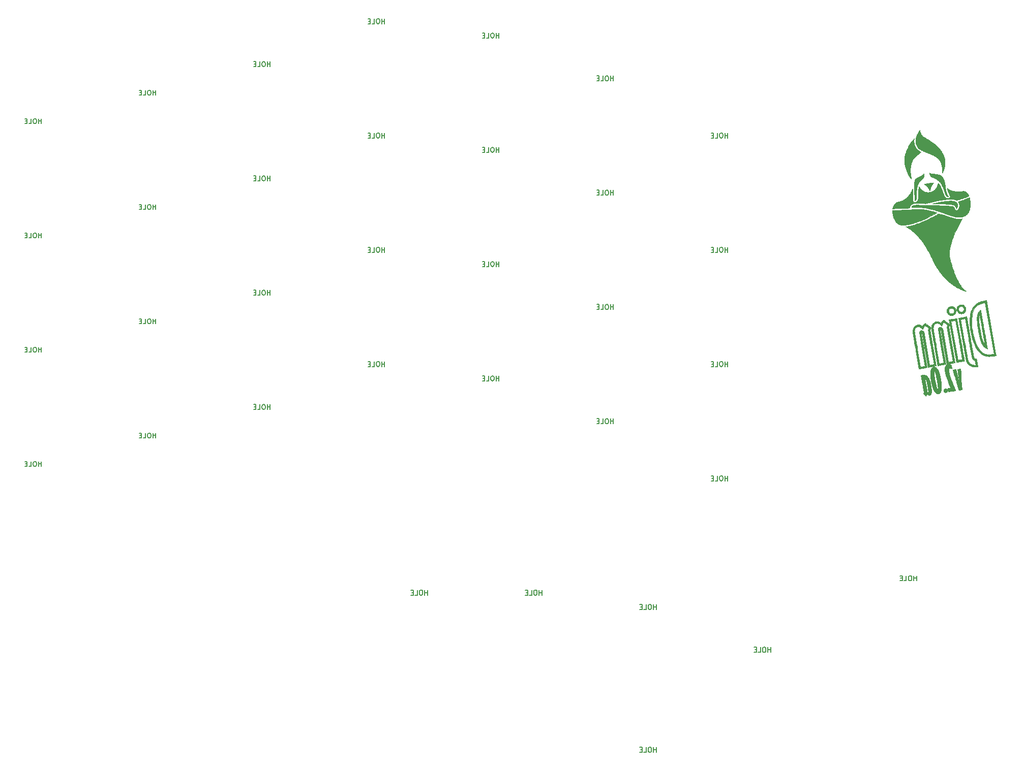
<source format=gbr>
G04 #@! TF.GenerationSoftware,KiCad,Pcbnew,(5.1.9)-1*
G04 #@! TF.CreationDate,2021-04-11T13:59:09+10:00*
G04 #@! TF.ProjectId,ExtraBoard-Plate,45787472-6142-46f6-9172-642d506c6174,rev?*
G04 #@! TF.SameCoordinates,Original*
G04 #@! TF.FileFunction,Legend,Bot*
G04 #@! TF.FilePolarity,Positive*
%FSLAX46Y46*%
G04 Gerber Fmt 4.6, Leading zero omitted, Abs format (unit mm)*
G04 Created by KiCad (PCBNEW (5.1.9)-1) date 2021-04-11 13:59:09*
%MOMM*%
%LPD*%
G01*
G04 APERTURE LIST*
%ADD10C,0.010000*%
%ADD11C,0.152400*%
%ADD12C,1.000000*%
%ADD13C,4.500000*%
%ADD14C,6.400000*%
%ADD15C,0.800000*%
G04 APERTURE END LIST*
D10*
G36*
X150708285Y-16585718D02*
G01*
X150669484Y-16608470D01*
X150634081Y-16629186D01*
X150601400Y-16648260D01*
X150570758Y-16666085D01*
X150541478Y-16683054D01*
X150512880Y-16699561D01*
X150484285Y-16715999D01*
X150455013Y-16732762D01*
X150424385Y-16750243D01*
X150413970Y-16756177D01*
X150317979Y-16810463D01*
X150218559Y-16865969D01*
X150116694Y-16922164D01*
X150013365Y-16978513D01*
X149909555Y-17034483D01*
X149806248Y-17089544D01*
X149704425Y-17143162D01*
X149605072Y-17194804D01*
X149594389Y-17200314D01*
X149387949Y-17305388D01*
X149182833Y-17407157D01*
X148979132Y-17505585D01*
X148776933Y-17600635D01*
X148576326Y-17692274D01*
X148377400Y-17780465D01*
X148180240Y-17865173D01*
X147984939Y-17946362D01*
X147791583Y-18023996D01*
X147600262Y-18098042D01*
X147411062Y-18168461D01*
X147224074Y-18235219D01*
X147039387Y-18298281D01*
X146857087Y-18357610D01*
X146677264Y-18413172D01*
X146500007Y-18464931D01*
X146325403Y-18512850D01*
X146323526Y-18513349D01*
X146180711Y-18550156D01*
X146040575Y-18584068D01*
X145902193Y-18615285D01*
X145764640Y-18644004D01*
X145626990Y-18670422D01*
X145488319Y-18694736D01*
X145429427Y-18704388D01*
X145404939Y-18708334D01*
X145381849Y-18712081D01*
X145360584Y-18715558D01*
X145341571Y-18718695D01*
X145325236Y-18721419D01*
X145312008Y-18723661D01*
X145302310Y-18725348D01*
X145296571Y-18726411D01*
X145295134Y-18726746D01*
X145296496Y-18728109D01*
X145301509Y-18731252D01*
X145309574Y-18735838D01*
X145320094Y-18741529D01*
X145332470Y-18747987D01*
X145335028Y-18749297D01*
X145428524Y-18798546D01*
X145523885Y-18851785D01*
X145620782Y-18908794D01*
X145718887Y-18969352D01*
X145817871Y-19033239D01*
X145917405Y-19100235D01*
X146017162Y-19170120D01*
X146116812Y-19242673D01*
X146216025Y-19317674D01*
X146314475Y-19394901D01*
X146392603Y-19458255D01*
X146526343Y-19570917D01*
X146659433Y-19688237D01*
X146791827Y-19810163D01*
X146923482Y-19936644D01*
X147054350Y-20067630D01*
X147184389Y-20203068D01*
X147313552Y-20342909D01*
X147441794Y-20487100D01*
X147569071Y-20635589D01*
X147695337Y-20788328D01*
X147820547Y-20945262D01*
X147944657Y-21106343D01*
X148067620Y-21271518D01*
X148189394Y-21440736D01*
X148309930Y-21613946D01*
X148379232Y-21716179D01*
X148489116Y-21882179D01*
X148597454Y-22050580D01*
X148704347Y-22221565D01*
X148809898Y-22395320D01*
X148914209Y-22572029D01*
X149017382Y-22751879D01*
X149119519Y-22935051D01*
X149220723Y-23121734D01*
X149321094Y-23312110D01*
X149420736Y-23506365D01*
X149519750Y-23704684D01*
X149618240Y-23907250D01*
X149716306Y-24114251D01*
X149781189Y-24254133D01*
X149805734Y-24307374D01*
X149828635Y-24356795D01*
X149850147Y-24402927D01*
X149870523Y-24446300D01*
X149890019Y-24487446D01*
X149908887Y-24526896D01*
X149927381Y-24565182D01*
X149945757Y-24602833D01*
X149964268Y-24640382D01*
X149983169Y-24678360D01*
X150002712Y-24717297D01*
X150003991Y-24719835D01*
X150104282Y-24914404D01*
X150207066Y-25105113D01*
X150312507Y-25292240D01*
X150420772Y-25476066D01*
X150532027Y-25656868D01*
X150646439Y-25834925D01*
X150764170Y-26010517D01*
X150819380Y-26090382D01*
X150866244Y-26156834D01*
X150915711Y-26225663D01*
X150967041Y-26295871D01*
X151019490Y-26366468D01*
X151072321Y-26436457D01*
X151124789Y-26504846D01*
X151176156Y-26570640D01*
X151197803Y-26597992D01*
X151329036Y-26759526D01*
X151463135Y-26917589D01*
X151600030Y-27072118D01*
X151739656Y-27223054D01*
X151881947Y-27370340D01*
X152026832Y-27513915D01*
X152174248Y-27653720D01*
X152324126Y-27789696D01*
X152476398Y-27921784D01*
X152630999Y-28049925D01*
X152787861Y-28174058D01*
X152946916Y-28294125D01*
X153108099Y-28410068D01*
X153271340Y-28521826D01*
X153436574Y-28629340D01*
X153603733Y-28732551D01*
X153639881Y-28754152D01*
X153777969Y-28834360D01*
X153916673Y-28911302D01*
X154055739Y-28984863D01*
X154194915Y-29054925D01*
X154333947Y-29121374D01*
X154472580Y-29184094D01*
X154610564Y-29242969D01*
X154747644Y-29297884D01*
X154883566Y-29348721D01*
X155018079Y-29395367D01*
X155103741Y-29423103D01*
X155124471Y-29429524D01*
X155146996Y-29436324D01*
X155170785Y-29443355D01*
X155195306Y-29450470D01*
X155220027Y-29457523D01*
X155244417Y-29464368D01*
X155267943Y-29470856D01*
X155290074Y-29476842D01*
X155310278Y-29482179D01*
X155328022Y-29486720D01*
X155342775Y-29490318D01*
X155354005Y-29492825D01*
X155360778Y-29494045D01*
X155361575Y-29493355D01*
X155358628Y-29490758D01*
X155352377Y-29486595D01*
X155346742Y-29483205D01*
X155335840Y-29476502D01*
X155321878Y-29467389D01*
X155305547Y-29456359D01*
X155287543Y-29443906D01*
X155268560Y-29430524D01*
X155249292Y-29416706D01*
X155230433Y-29402944D01*
X155212676Y-29389735D01*
X155196718Y-29377569D01*
X155183565Y-29367195D01*
X155110715Y-29306130D01*
X155037652Y-29240417D01*
X154964440Y-29170145D01*
X154891144Y-29095405D01*
X154817830Y-29016287D01*
X154744563Y-28932882D01*
X154671410Y-28845281D01*
X154598434Y-28753574D01*
X154525703Y-28657852D01*
X154453281Y-28558204D01*
X154381235Y-28454721D01*
X154309629Y-28347495D01*
X154238528Y-28236614D01*
X154167999Y-28122170D01*
X154098107Y-28004253D01*
X154028917Y-27882954D01*
X153960495Y-27758364D01*
X153892907Y-27630572D01*
X153826217Y-27499669D01*
X153814246Y-27475648D01*
X153731992Y-27306326D01*
X153651218Y-27132564D01*
X153571919Y-26954355D01*
X153494095Y-26771694D01*
X153417744Y-26584576D01*
X153342864Y-26392994D01*
X153269452Y-26196945D01*
X153197507Y-25996420D01*
X153127027Y-25791417D01*
X153058009Y-25581927D01*
X152990453Y-25367947D01*
X152924354Y-25149470D01*
X152859713Y-24926491D01*
X152796527Y-24699004D01*
X152734792Y-24467004D01*
X152714010Y-24386613D01*
X152701639Y-24338095D01*
X152688343Y-24285359D01*
X152674106Y-24228326D01*
X152658906Y-24166915D01*
X152642722Y-24101048D01*
X152625537Y-24030645D01*
X152621123Y-24012499D01*
X152611216Y-23969393D01*
X152601476Y-23922496D01*
X152592060Y-23872767D01*
X152583123Y-23821163D01*
X152574823Y-23768640D01*
X152567316Y-23716158D01*
X152560758Y-23664671D01*
X152555305Y-23615140D01*
X152553955Y-23601308D01*
X152545026Y-23486078D01*
X152539730Y-23367818D01*
X152538063Y-23246546D01*
X152540021Y-23122282D01*
X152545597Y-22995047D01*
X152554788Y-22864857D01*
X152567588Y-22731734D01*
X152583992Y-22595695D01*
X152603996Y-22456761D01*
X152627595Y-22314951D01*
X152654783Y-22170283D01*
X152685557Y-22022777D01*
X152719910Y-21872453D01*
X152757839Y-21719329D01*
X152799338Y-21563425D01*
X152844402Y-21404760D01*
X152893027Y-21243353D01*
X152945207Y-21079225D01*
X153000938Y-20912392D01*
X153060215Y-20742876D01*
X153123033Y-20570695D01*
X153189386Y-20395869D01*
X153259272Y-20218416D01*
X153332683Y-20038356D01*
X153409615Y-19855709D01*
X153490065Y-19670492D01*
X153574026Y-19482727D01*
X153632805Y-19354287D01*
X153707527Y-19194382D01*
X153785309Y-19031603D01*
X153865885Y-18866464D01*
X153948988Y-18699477D01*
X154034352Y-18531157D01*
X154121713Y-18362015D01*
X154210802Y-18192567D01*
X154301354Y-18023323D01*
X154393102Y-17854801D01*
X154485780Y-17687511D01*
X154579123Y-17521967D01*
X154621334Y-17448073D01*
X154654403Y-17390418D01*
X154641693Y-17392091D01*
X154636128Y-17392848D01*
X154626574Y-17394172D01*
X154613745Y-17395965D01*
X154598351Y-17398126D01*
X154581106Y-17400556D01*
X154562721Y-17403154D01*
X154557255Y-17403928D01*
X154458434Y-17416285D01*
X154359671Y-17425292D01*
X154260110Y-17430995D01*
X154158892Y-17433441D01*
X154055160Y-17432676D01*
X154033648Y-17432130D01*
X153960495Y-17429069D01*
X153885647Y-17423954D01*
X153808946Y-17416756D01*
X153730236Y-17407438D01*
X153649356Y-17395967D01*
X153566150Y-17382313D01*
X153480459Y-17366438D01*
X153392126Y-17348311D01*
X153300991Y-17327899D01*
X153206897Y-17305167D01*
X153109686Y-17280084D01*
X153009200Y-17252613D01*
X152905280Y-17222724D01*
X152797770Y-17190381D01*
X152686510Y-17155553D01*
X152612211Y-17131598D01*
X152567958Y-17117108D01*
X152523486Y-17102405D01*
X152478502Y-17087385D01*
X152432712Y-17071949D01*
X152385824Y-17055990D01*
X152337542Y-17039410D01*
X152287575Y-17022103D01*
X152235627Y-17003968D01*
X152181406Y-16984902D01*
X152124619Y-16964802D01*
X152064970Y-16943565D01*
X152002168Y-16921090D01*
X151935919Y-16897272D01*
X151865928Y-16872011D01*
X151791902Y-16845204D01*
X151763222Y-16834796D01*
X151739467Y-16826185D01*
X151716707Y-16817962D01*
X151695396Y-16810289D01*
X151675990Y-16803329D01*
X151658939Y-16797243D01*
X151644697Y-16792193D01*
X151633721Y-16788342D01*
X151626461Y-16785850D01*
X151623977Y-16785045D01*
X151617913Y-16783434D01*
X151608044Y-16781065D01*
X151595219Y-16778131D01*
X151580284Y-16774824D01*
X151564089Y-16771336D01*
X151554933Y-16769406D01*
X151500954Y-16757979D01*
X151443101Y-16745468D01*
X151382074Y-16732035D01*
X151318580Y-16717845D01*
X151253322Y-16703061D01*
X151187004Y-16687846D01*
X151120332Y-16672364D01*
X151054008Y-16656777D01*
X150988738Y-16641249D01*
X150925225Y-16625944D01*
X150864175Y-16611026D01*
X150806291Y-16596656D01*
X150761238Y-16585285D01*
X150724818Y-16576014D01*
X150708285Y-16585718D01*
G37*
X150708285Y-16585718D02*
X150669484Y-16608470D01*
X150634081Y-16629186D01*
X150601400Y-16648260D01*
X150570758Y-16666085D01*
X150541478Y-16683054D01*
X150512880Y-16699561D01*
X150484285Y-16715999D01*
X150455013Y-16732762D01*
X150424385Y-16750243D01*
X150413970Y-16756177D01*
X150317979Y-16810463D01*
X150218559Y-16865969D01*
X150116694Y-16922164D01*
X150013365Y-16978513D01*
X149909555Y-17034483D01*
X149806248Y-17089544D01*
X149704425Y-17143162D01*
X149605072Y-17194804D01*
X149594389Y-17200314D01*
X149387949Y-17305388D01*
X149182833Y-17407157D01*
X148979132Y-17505585D01*
X148776933Y-17600635D01*
X148576326Y-17692274D01*
X148377400Y-17780465D01*
X148180240Y-17865173D01*
X147984939Y-17946362D01*
X147791583Y-18023996D01*
X147600262Y-18098042D01*
X147411062Y-18168461D01*
X147224074Y-18235219D01*
X147039387Y-18298281D01*
X146857087Y-18357610D01*
X146677264Y-18413172D01*
X146500007Y-18464931D01*
X146325403Y-18512850D01*
X146323526Y-18513349D01*
X146180711Y-18550156D01*
X146040575Y-18584068D01*
X145902193Y-18615285D01*
X145764640Y-18644004D01*
X145626990Y-18670422D01*
X145488319Y-18694736D01*
X145429427Y-18704388D01*
X145404939Y-18708334D01*
X145381849Y-18712081D01*
X145360584Y-18715558D01*
X145341571Y-18718695D01*
X145325236Y-18721419D01*
X145312008Y-18723661D01*
X145302310Y-18725348D01*
X145296571Y-18726411D01*
X145295134Y-18726746D01*
X145296496Y-18728109D01*
X145301509Y-18731252D01*
X145309574Y-18735838D01*
X145320094Y-18741529D01*
X145332470Y-18747987D01*
X145335028Y-18749297D01*
X145428524Y-18798546D01*
X145523885Y-18851785D01*
X145620782Y-18908794D01*
X145718887Y-18969352D01*
X145817871Y-19033239D01*
X145917405Y-19100235D01*
X146017162Y-19170120D01*
X146116812Y-19242673D01*
X146216025Y-19317674D01*
X146314475Y-19394901D01*
X146392603Y-19458255D01*
X146526343Y-19570917D01*
X146659433Y-19688237D01*
X146791827Y-19810163D01*
X146923482Y-19936644D01*
X147054350Y-20067630D01*
X147184389Y-20203068D01*
X147313552Y-20342909D01*
X147441794Y-20487100D01*
X147569071Y-20635589D01*
X147695337Y-20788328D01*
X147820547Y-20945262D01*
X147944657Y-21106343D01*
X148067620Y-21271518D01*
X148189394Y-21440736D01*
X148309930Y-21613946D01*
X148379232Y-21716179D01*
X148489116Y-21882179D01*
X148597454Y-22050580D01*
X148704347Y-22221565D01*
X148809898Y-22395320D01*
X148914209Y-22572029D01*
X149017382Y-22751879D01*
X149119519Y-22935051D01*
X149220723Y-23121734D01*
X149321094Y-23312110D01*
X149420736Y-23506365D01*
X149519750Y-23704684D01*
X149618240Y-23907250D01*
X149716306Y-24114251D01*
X149781189Y-24254133D01*
X149805734Y-24307374D01*
X149828635Y-24356795D01*
X149850147Y-24402927D01*
X149870523Y-24446300D01*
X149890019Y-24487446D01*
X149908887Y-24526896D01*
X149927381Y-24565182D01*
X149945757Y-24602833D01*
X149964268Y-24640382D01*
X149983169Y-24678360D01*
X150002712Y-24717297D01*
X150003991Y-24719835D01*
X150104282Y-24914404D01*
X150207066Y-25105113D01*
X150312507Y-25292240D01*
X150420772Y-25476066D01*
X150532027Y-25656868D01*
X150646439Y-25834925D01*
X150764170Y-26010517D01*
X150819380Y-26090382D01*
X150866244Y-26156834D01*
X150915711Y-26225663D01*
X150967041Y-26295871D01*
X151019490Y-26366468D01*
X151072321Y-26436457D01*
X151124789Y-26504846D01*
X151176156Y-26570640D01*
X151197803Y-26597992D01*
X151329036Y-26759526D01*
X151463135Y-26917589D01*
X151600030Y-27072118D01*
X151739656Y-27223054D01*
X151881947Y-27370340D01*
X152026832Y-27513915D01*
X152174248Y-27653720D01*
X152324126Y-27789696D01*
X152476398Y-27921784D01*
X152630999Y-28049925D01*
X152787861Y-28174058D01*
X152946916Y-28294125D01*
X153108099Y-28410068D01*
X153271340Y-28521826D01*
X153436574Y-28629340D01*
X153603733Y-28732551D01*
X153639881Y-28754152D01*
X153777969Y-28834360D01*
X153916673Y-28911302D01*
X154055739Y-28984863D01*
X154194915Y-29054925D01*
X154333947Y-29121374D01*
X154472580Y-29184094D01*
X154610564Y-29242969D01*
X154747644Y-29297884D01*
X154883566Y-29348721D01*
X155018079Y-29395367D01*
X155103741Y-29423103D01*
X155124471Y-29429524D01*
X155146996Y-29436324D01*
X155170785Y-29443355D01*
X155195306Y-29450470D01*
X155220027Y-29457523D01*
X155244417Y-29464368D01*
X155267943Y-29470856D01*
X155290074Y-29476842D01*
X155310278Y-29482179D01*
X155328022Y-29486720D01*
X155342775Y-29490318D01*
X155354005Y-29492825D01*
X155360778Y-29494045D01*
X155361575Y-29493355D01*
X155358628Y-29490758D01*
X155352377Y-29486595D01*
X155346742Y-29483205D01*
X155335840Y-29476502D01*
X155321878Y-29467389D01*
X155305547Y-29456359D01*
X155287543Y-29443906D01*
X155268560Y-29430524D01*
X155249292Y-29416706D01*
X155230433Y-29402944D01*
X155212676Y-29389735D01*
X155196718Y-29377569D01*
X155183565Y-29367195D01*
X155110715Y-29306130D01*
X155037652Y-29240417D01*
X154964440Y-29170145D01*
X154891144Y-29095405D01*
X154817830Y-29016287D01*
X154744563Y-28932882D01*
X154671410Y-28845281D01*
X154598434Y-28753574D01*
X154525703Y-28657852D01*
X154453281Y-28558204D01*
X154381235Y-28454721D01*
X154309629Y-28347495D01*
X154238528Y-28236614D01*
X154167999Y-28122170D01*
X154098107Y-28004253D01*
X154028917Y-27882954D01*
X153960495Y-27758364D01*
X153892907Y-27630572D01*
X153826217Y-27499669D01*
X153814246Y-27475648D01*
X153731992Y-27306326D01*
X153651218Y-27132564D01*
X153571919Y-26954355D01*
X153494095Y-26771694D01*
X153417744Y-26584576D01*
X153342864Y-26392994D01*
X153269452Y-26196945D01*
X153197507Y-25996420D01*
X153127027Y-25791417D01*
X153058009Y-25581927D01*
X152990453Y-25367947D01*
X152924354Y-25149470D01*
X152859713Y-24926491D01*
X152796527Y-24699004D01*
X152734792Y-24467004D01*
X152714010Y-24386613D01*
X152701639Y-24338095D01*
X152688343Y-24285359D01*
X152674106Y-24228326D01*
X152658906Y-24166915D01*
X152642722Y-24101048D01*
X152625537Y-24030645D01*
X152621123Y-24012499D01*
X152611216Y-23969393D01*
X152601476Y-23922496D01*
X152592060Y-23872767D01*
X152583123Y-23821163D01*
X152574823Y-23768640D01*
X152567316Y-23716158D01*
X152560758Y-23664671D01*
X152555305Y-23615140D01*
X152553955Y-23601308D01*
X152545026Y-23486078D01*
X152539730Y-23367818D01*
X152538063Y-23246546D01*
X152540021Y-23122282D01*
X152545597Y-22995047D01*
X152554788Y-22864857D01*
X152567588Y-22731734D01*
X152583992Y-22595695D01*
X152603996Y-22456761D01*
X152627595Y-22314951D01*
X152654783Y-22170283D01*
X152685557Y-22022777D01*
X152719910Y-21872453D01*
X152757839Y-21719329D01*
X152799338Y-21563425D01*
X152844402Y-21404760D01*
X152893027Y-21243353D01*
X152945207Y-21079225D01*
X153000938Y-20912392D01*
X153060215Y-20742876D01*
X153123033Y-20570695D01*
X153189386Y-20395869D01*
X153259272Y-20218416D01*
X153332683Y-20038356D01*
X153409615Y-19855709D01*
X153490065Y-19670492D01*
X153574026Y-19482727D01*
X153632805Y-19354287D01*
X153707527Y-19194382D01*
X153785309Y-19031603D01*
X153865885Y-18866464D01*
X153948988Y-18699477D01*
X154034352Y-18531157D01*
X154121713Y-18362015D01*
X154210802Y-18192567D01*
X154301354Y-18023323D01*
X154393102Y-17854801D01*
X154485780Y-17687511D01*
X154579123Y-17521967D01*
X154621334Y-17448073D01*
X154654403Y-17390418D01*
X154641693Y-17392091D01*
X154636128Y-17392848D01*
X154626574Y-17394172D01*
X154613745Y-17395965D01*
X154598351Y-17398126D01*
X154581106Y-17400556D01*
X154562721Y-17403154D01*
X154557255Y-17403928D01*
X154458434Y-17416285D01*
X154359671Y-17425292D01*
X154260110Y-17430995D01*
X154158892Y-17433441D01*
X154055160Y-17432676D01*
X154033648Y-17432130D01*
X153960495Y-17429069D01*
X153885647Y-17423954D01*
X153808946Y-17416756D01*
X153730236Y-17407438D01*
X153649356Y-17395967D01*
X153566150Y-17382313D01*
X153480459Y-17366438D01*
X153392126Y-17348311D01*
X153300991Y-17327899D01*
X153206897Y-17305167D01*
X153109686Y-17280084D01*
X153009200Y-17252613D01*
X152905280Y-17222724D01*
X152797770Y-17190381D01*
X152686510Y-17155553D01*
X152612211Y-17131598D01*
X152567958Y-17117108D01*
X152523486Y-17102405D01*
X152478502Y-17087385D01*
X152432712Y-17071949D01*
X152385824Y-17055990D01*
X152337542Y-17039410D01*
X152287575Y-17022103D01*
X152235627Y-17003968D01*
X152181406Y-16984902D01*
X152124619Y-16964802D01*
X152064970Y-16943565D01*
X152002168Y-16921090D01*
X151935919Y-16897272D01*
X151865928Y-16872011D01*
X151791902Y-16845204D01*
X151763222Y-16834796D01*
X151739467Y-16826185D01*
X151716707Y-16817962D01*
X151695396Y-16810289D01*
X151675990Y-16803329D01*
X151658939Y-16797243D01*
X151644697Y-16792193D01*
X151633721Y-16788342D01*
X151626461Y-16785850D01*
X151623977Y-16785045D01*
X151617913Y-16783434D01*
X151608044Y-16781065D01*
X151595219Y-16778131D01*
X151580284Y-16774824D01*
X151564089Y-16771336D01*
X151554933Y-16769406D01*
X151500954Y-16757979D01*
X151443101Y-16745468D01*
X151382074Y-16732035D01*
X151318580Y-16717845D01*
X151253322Y-16703061D01*
X151187004Y-16687846D01*
X151120332Y-16672364D01*
X151054008Y-16656777D01*
X150988738Y-16641249D01*
X150925225Y-16625944D01*
X150864175Y-16611026D01*
X150806291Y-16596656D01*
X150761238Y-16585285D01*
X150724818Y-16576014D01*
X150708285Y-16585718D01*
G36*
X146700189Y-15141477D02*
G01*
X146673760Y-15146654D01*
X146649538Y-15151787D01*
X146628370Y-15156727D01*
X146611547Y-15161196D01*
X146559046Y-15177994D01*
X146510781Y-15196806D01*
X146466645Y-15217718D01*
X146426539Y-15240813D01*
X146390357Y-15266176D01*
X146357997Y-15293891D01*
X146329358Y-15324043D01*
X146304335Y-15356713D01*
X146282825Y-15391988D01*
X146264726Y-15429952D01*
X146256445Y-15451291D01*
X146253353Y-15460317D01*
X146249936Y-15470976D01*
X146246485Y-15482271D01*
X146243291Y-15493199D01*
X146240647Y-15502759D01*
X146238842Y-15509954D01*
X146238169Y-15513781D01*
X146238183Y-15514000D01*
X146240462Y-15513826D01*
X146246846Y-15513010D01*
X146256748Y-15511635D01*
X146269581Y-15509786D01*
X146284758Y-15507543D01*
X146301692Y-15504993D01*
X146305785Y-15504370D01*
X146395434Y-15491993D01*
X146489250Y-15481561D01*
X146587067Y-15473074D01*
X146688722Y-15466531D01*
X146794051Y-15461935D01*
X146902888Y-15459286D01*
X147015069Y-15458583D01*
X147130429Y-15459829D01*
X147248803Y-15463022D01*
X147370027Y-15468165D01*
X147493936Y-15475257D01*
X147620367Y-15484299D01*
X147749153Y-15495291D01*
X147789084Y-15499053D01*
X147952139Y-15516183D01*
X148118412Y-15536477D01*
X148287633Y-15559875D01*
X148459533Y-15586320D01*
X148633840Y-15615753D01*
X148810286Y-15648115D01*
X148988602Y-15683347D01*
X149168518Y-15721391D01*
X149349764Y-15762188D01*
X149532071Y-15805679D01*
X149715168Y-15851807D01*
X149898787Y-15900511D01*
X150082658Y-15951734D01*
X150266511Y-16005417D01*
X150450077Y-16061501D01*
X150611491Y-16112901D01*
X150654507Y-16126908D01*
X150697057Y-16140858D01*
X150739391Y-16154839D01*
X150781761Y-16168939D01*
X150824415Y-16183245D01*
X150867603Y-16197846D01*
X150911577Y-16212827D01*
X150956586Y-16228277D01*
X151002878Y-16244285D01*
X151050707Y-16260935D01*
X151100322Y-16278318D01*
X151151971Y-16296520D01*
X151205907Y-16315628D01*
X151262377Y-16335731D01*
X151321634Y-16356914D01*
X151383927Y-16379267D01*
X151449506Y-16402877D01*
X151518621Y-16427830D01*
X151591523Y-16454217D01*
X151668461Y-16482122D01*
X151720005Y-16500845D01*
X151801347Y-16530383D01*
X151878449Y-16558329D01*
X151951521Y-16584756D01*
X152020770Y-16609736D01*
X152086406Y-16633340D01*
X152148636Y-16655638D01*
X152207668Y-16676706D01*
X152263712Y-16696611D01*
X152316975Y-16715427D01*
X152367664Y-16733225D01*
X152415990Y-16750077D01*
X152462159Y-16766053D01*
X152506381Y-16781228D01*
X152548863Y-16795669D01*
X152589815Y-16809452D01*
X152629443Y-16822646D01*
X152667957Y-16835323D01*
X152705565Y-16847555D01*
X152742474Y-16859414D01*
X152778894Y-16870972D01*
X152815032Y-16882298D01*
X152851097Y-16893466D01*
X152887297Y-16904548D01*
X152923840Y-16915614D01*
X152943994Y-16921670D01*
X153032081Y-16947643D01*
X153116273Y-16971586D01*
X153196925Y-16993579D01*
X153274393Y-17013707D01*
X153349030Y-17032052D01*
X153421193Y-17048698D01*
X153491237Y-17063728D01*
X153559518Y-17077226D01*
X153626389Y-17089274D01*
X153692208Y-17099956D01*
X153727203Y-17105152D01*
X153841118Y-17119202D01*
X153955372Y-17128693D01*
X154069669Y-17133622D01*
X154183715Y-17133983D01*
X154297215Y-17129771D01*
X154409875Y-17120983D01*
X154449131Y-17116816D01*
X154468938Y-17114365D01*
X154492054Y-17111172D01*
X154517507Y-17107395D01*
X154544324Y-17103194D01*
X154571533Y-17098730D01*
X154598163Y-17094164D01*
X154623240Y-17089656D01*
X154645794Y-17085366D01*
X154664851Y-17081454D01*
X154668968Y-17080552D01*
X154759127Y-17058329D01*
X154846151Y-17032544D01*
X154930046Y-17003189D01*
X155010820Y-16970261D01*
X155088478Y-16933754D01*
X155163029Y-16893665D01*
X155234479Y-16849986D01*
X155302835Y-16802714D01*
X155368105Y-16751843D01*
X155430294Y-16697369D01*
X155489411Y-16639286D01*
X155545463Y-16577590D01*
X155598456Y-16512275D01*
X155648396Y-16443337D01*
X155695293Y-16370770D01*
X155718324Y-16331866D01*
X155760557Y-16253826D01*
X155799601Y-16172319D01*
X155835449Y-16087405D01*
X155868095Y-15999143D01*
X155897528Y-15907592D01*
X155923743Y-15812810D01*
X155946729Y-15714857D01*
X155966482Y-15613791D01*
X155982991Y-15509672D01*
X155996250Y-15402558D01*
X156006250Y-15292510D01*
X156012985Y-15179584D01*
X156016445Y-15063841D01*
X156016623Y-14945339D01*
X156013512Y-14824137D01*
X156007103Y-14700296D01*
X155997389Y-14573872D01*
X155984362Y-14444925D01*
X155976951Y-14382328D01*
X155972589Y-14348891D01*
X155967365Y-14311824D01*
X155961442Y-14272133D01*
X155954985Y-14230824D01*
X155948159Y-14188903D01*
X155941125Y-14147376D01*
X155934049Y-14107247D01*
X155927095Y-14069523D01*
X155920426Y-14035210D01*
X155920243Y-14034295D01*
X155914450Y-14005747D01*
X155908945Y-13979165D01*
X155903803Y-13954880D01*
X155899095Y-13933222D01*
X155894900Y-13914524D01*
X155891289Y-13899114D01*
X155888339Y-13887324D01*
X155886122Y-13879484D01*
X155884712Y-13875925D01*
X155884571Y-13875777D01*
X155882164Y-13876445D01*
X155875972Y-13878745D01*
X155866577Y-13882445D01*
X155854561Y-13887310D01*
X155840505Y-13893110D01*
X155825284Y-13899487D01*
X155695566Y-13953519D01*
X155562455Y-14007603D01*
X155426999Y-14061341D01*
X155290245Y-14114327D01*
X155153241Y-14166161D01*
X155017037Y-14216444D01*
X154882676Y-14264772D01*
X154758633Y-14308185D01*
X154698731Y-14328766D01*
X154641088Y-14348385D01*
X154585126Y-14367227D01*
X154530272Y-14385476D01*
X154475949Y-14403314D01*
X154421582Y-14420927D01*
X154366593Y-14438499D01*
X154310410Y-14456214D01*
X154252455Y-14474255D01*
X154192155Y-14492807D01*
X154128931Y-14512054D01*
X154062209Y-14532180D01*
X153999369Y-14550995D01*
X153992699Y-14553204D01*
X153988429Y-14555037D01*
X153987560Y-14555790D01*
X153989075Y-14558008D01*
X153992992Y-14563029D01*
X153998658Y-14570028D01*
X154003240Y-14575575D01*
X154033851Y-14614911D01*
X154063357Y-14657844D01*
X154091090Y-14703242D01*
X154116378Y-14749972D01*
X154138554Y-14796904D01*
X154149027Y-14822005D01*
X154159793Y-14850166D01*
X154169007Y-14876725D01*
X154176953Y-14902756D01*
X154183913Y-14929330D01*
X154190170Y-14957519D01*
X154196007Y-14988396D01*
X154201248Y-15020097D01*
X154205872Y-15051290D01*
X154209364Y-15079141D01*
X154211792Y-15104904D01*
X154213219Y-15129832D01*
X154213712Y-15155177D01*
X154213337Y-15182193D01*
X154212159Y-15212132D01*
X154211744Y-15220281D01*
X154206094Y-15285081D01*
X154196003Y-15350939D01*
X154181578Y-15417550D01*
X154162925Y-15484609D01*
X154140152Y-15551810D01*
X154113363Y-15618845D01*
X154082667Y-15685411D01*
X154048168Y-15751200D01*
X154009975Y-15815907D01*
X153997386Y-15835721D01*
X153978796Y-15863505D01*
X153961464Y-15887306D01*
X153945023Y-15907597D01*
X153929097Y-15924851D01*
X153922273Y-15931495D01*
X153894231Y-15954675D01*
X153863582Y-15974097D01*
X153830793Y-15989624D01*
X153796332Y-16001115D01*
X153760666Y-16008434D01*
X153724261Y-16011440D01*
X153687586Y-16009996D01*
X153667391Y-16007240D01*
X153631825Y-15998752D01*
X153597661Y-15985901D01*
X153565320Y-15968968D01*
X153535218Y-15948233D01*
X153507772Y-15923976D01*
X153483402Y-15896481D01*
X153466146Y-15871937D01*
X153457279Y-15856983D01*
X153449537Y-15841855D01*
X153442447Y-15825453D01*
X153435539Y-15806679D01*
X153428341Y-15784431D01*
X153427610Y-15782050D01*
X153411963Y-15734101D01*
X153394853Y-15687722D01*
X153376465Y-15643243D01*
X153356983Y-15600991D01*
X153336592Y-15561296D01*
X153315476Y-15524485D01*
X153293822Y-15490888D01*
X153271812Y-15460831D01*
X153249632Y-15434645D01*
X153227467Y-15412657D01*
X153213364Y-15400933D01*
X153204422Y-15394372D01*
X153196227Y-15389213D01*
X153187714Y-15385005D01*
X153177818Y-15381295D01*
X153165477Y-15377629D01*
X153149625Y-15373556D01*
X153148137Y-15373191D01*
X153105540Y-15363352D01*
X153058462Y-15353624D01*
X153007165Y-15344046D01*
X152951918Y-15334658D01*
X152892982Y-15325500D01*
X152830625Y-15316611D01*
X152765111Y-15308033D01*
X152696705Y-15299804D01*
X152625672Y-15291965D01*
X152573741Y-15286653D01*
X152559341Y-15285227D01*
X152545637Y-15283869D01*
X152533734Y-15282689D01*
X152524738Y-15281796D01*
X152520994Y-15281425D01*
X152460775Y-15275689D01*
X152396071Y-15269998D01*
X152327148Y-15264369D01*
X152254270Y-15258814D01*
X152177700Y-15253351D01*
X152097702Y-15247992D01*
X152014540Y-15242751D01*
X151928479Y-15237645D01*
X151839783Y-15232685D01*
X151748713Y-15227891D01*
X151655538Y-15223271D01*
X151560518Y-15218845D01*
X151463918Y-15214624D01*
X151366002Y-15210625D01*
X151267035Y-15206861D01*
X151167279Y-15203348D01*
X151067001Y-15200099D01*
X151020361Y-15198684D01*
X150962325Y-15197008D01*
X150902983Y-15195381D01*
X150842622Y-15193808D01*
X150781534Y-15192292D01*
X150720007Y-15190839D01*
X150658330Y-15189453D01*
X150596794Y-15188139D01*
X150535687Y-15186903D01*
X150475298Y-15185748D01*
X150415917Y-15184679D01*
X150357832Y-15183701D01*
X150301335Y-15182819D01*
X150246712Y-15182037D01*
X150194255Y-15181360D01*
X150144251Y-15180793D01*
X150096990Y-15180341D01*
X150052762Y-15180008D01*
X150011856Y-15179798D01*
X149974562Y-15179718D01*
X149941168Y-15179771D01*
X149911963Y-15179962D01*
X149889022Y-15180264D01*
X149819062Y-15181381D01*
X149750268Y-15182281D01*
X149682384Y-15182955D01*
X149615162Y-15183398D01*
X149548347Y-15183602D01*
X149481688Y-15183563D01*
X149414933Y-15183272D01*
X149347830Y-15182723D01*
X149280128Y-15181911D01*
X149211572Y-15180830D01*
X149141913Y-15179470D01*
X149070897Y-15177828D01*
X148998273Y-15175896D01*
X148923789Y-15173667D01*
X148847191Y-15171136D01*
X148768230Y-15168297D01*
X148686652Y-15165142D01*
X148602205Y-15161665D01*
X148514638Y-15157860D01*
X148423697Y-15153720D01*
X148329133Y-15149239D01*
X148230691Y-15144409D01*
X148128120Y-15139227D01*
X148021169Y-15133684D01*
X147977350Y-15131377D01*
X147893245Y-15126999D01*
X147813657Y-15123005D01*
X147738372Y-15119390D01*
X147667177Y-15116151D01*
X147599859Y-15113289D01*
X147536200Y-15110797D01*
X147475989Y-15108675D01*
X147419009Y-15106921D01*
X147365049Y-15105530D01*
X147313893Y-15104501D01*
X147265327Y-15103831D01*
X147219137Y-15103518D01*
X147175109Y-15103558D01*
X147133028Y-15103950D01*
X147092680Y-15104691D01*
X147053851Y-15105777D01*
X147016327Y-15107207D01*
X146979894Y-15108978D01*
X146944338Y-15111087D01*
X146909444Y-15113533D01*
X146874998Y-15116311D01*
X146857719Y-15117838D01*
X146835821Y-15120149D01*
X146811052Y-15123310D01*
X146784258Y-15127172D01*
X146756284Y-15131587D01*
X146727980Y-15136404D01*
X146700189Y-15141477D01*
G37*
X146700189Y-15141477D02*
X146673760Y-15146654D01*
X146649538Y-15151787D01*
X146628370Y-15156727D01*
X146611547Y-15161196D01*
X146559046Y-15177994D01*
X146510781Y-15196806D01*
X146466645Y-15217718D01*
X146426539Y-15240813D01*
X146390357Y-15266176D01*
X146357997Y-15293891D01*
X146329358Y-15324043D01*
X146304335Y-15356713D01*
X146282825Y-15391988D01*
X146264726Y-15429952D01*
X146256445Y-15451291D01*
X146253353Y-15460317D01*
X146249936Y-15470976D01*
X146246485Y-15482271D01*
X146243291Y-15493199D01*
X146240647Y-15502759D01*
X146238842Y-15509954D01*
X146238169Y-15513781D01*
X146238183Y-15514000D01*
X146240462Y-15513826D01*
X146246846Y-15513010D01*
X146256748Y-15511635D01*
X146269581Y-15509786D01*
X146284758Y-15507543D01*
X146301692Y-15504993D01*
X146305785Y-15504370D01*
X146395434Y-15491993D01*
X146489250Y-15481561D01*
X146587067Y-15473074D01*
X146688722Y-15466531D01*
X146794051Y-15461935D01*
X146902888Y-15459286D01*
X147015069Y-15458583D01*
X147130429Y-15459829D01*
X147248803Y-15463022D01*
X147370027Y-15468165D01*
X147493936Y-15475257D01*
X147620367Y-15484299D01*
X147749153Y-15495291D01*
X147789084Y-15499053D01*
X147952139Y-15516183D01*
X148118412Y-15536477D01*
X148287633Y-15559875D01*
X148459533Y-15586320D01*
X148633840Y-15615753D01*
X148810286Y-15648115D01*
X148988602Y-15683347D01*
X149168518Y-15721391D01*
X149349764Y-15762188D01*
X149532071Y-15805679D01*
X149715168Y-15851807D01*
X149898787Y-15900511D01*
X150082658Y-15951734D01*
X150266511Y-16005417D01*
X150450077Y-16061501D01*
X150611491Y-16112901D01*
X150654507Y-16126908D01*
X150697057Y-16140858D01*
X150739391Y-16154839D01*
X150781761Y-16168939D01*
X150824415Y-16183245D01*
X150867603Y-16197846D01*
X150911577Y-16212827D01*
X150956586Y-16228277D01*
X151002878Y-16244285D01*
X151050707Y-16260935D01*
X151100322Y-16278318D01*
X151151971Y-16296520D01*
X151205907Y-16315628D01*
X151262377Y-16335731D01*
X151321634Y-16356914D01*
X151383927Y-16379267D01*
X151449506Y-16402877D01*
X151518621Y-16427830D01*
X151591523Y-16454217D01*
X151668461Y-16482122D01*
X151720005Y-16500845D01*
X151801347Y-16530383D01*
X151878449Y-16558329D01*
X151951521Y-16584756D01*
X152020770Y-16609736D01*
X152086406Y-16633340D01*
X152148636Y-16655638D01*
X152207668Y-16676706D01*
X152263712Y-16696611D01*
X152316975Y-16715427D01*
X152367664Y-16733225D01*
X152415990Y-16750077D01*
X152462159Y-16766053D01*
X152506381Y-16781228D01*
X152548863Y-16795669D01*
X152589815Y-16809452D01*
X152629443Y-16822646D01*
X152667957Y-16835323D01*
X152705565Y-16847555D01*
X152742474Y-16859414D01*
X152778894Y-16870972D01*
X152815032Y-16882298D01*
X152851097Y-16893466D01*
X152887297Y-16904548D01*
X152923840Y-16915614D01*
X152943994Y-16921670D01*
X153032081Y-16947643D01*
X153116273Y-16971586D01*
X153196925Y-16993579D01*
X153274393Y-17013707D01*
X153349030Y-17032052D01*
X153421193Y-17048698D01*
X153491237Y-17063728D01*
X153559518Y-17077226D01*
X153626389Y-17089274D01*
X153692208Y-17099956D01*
X153727203Y-17105152D01*
X153841118Y-17119202D01*
X153955372Y-17128693D01*
X154069669Y-17133622D01*
X154183715Y-17133983D01*
X154297215Y-17129771D01*
X154409875Y-17120983D01*
X154449131Y-17116816D01*
X154468938Y-17114365D01*
X154492054Y-17111172D01*
X154517507Y-17107395D01*
X154544324Y-17103194D01*
X154571533Y-17098730D01*
X154598163Y-17094164D01*
X154623240Y-17089656D01*
X154645794Y-17085366D01*
X154664851Y-17081454D01*
X154668968Y-17080552D01*
X154759127Y-17058329D01*
X154846151Y-17032544D01*
X154930046Y-17003189D01*
X155010820Y-16970261D01*
X155088478Y-16933754D01*
X155163029Y-16893665D01*
X155234479Y-16849986D01*
X155302835Y-16802714D01*
X155368105Y-16751843D01*
X155430294Y-16697369D01*
X155489411Y-16639286D01*
X155545463Y-16577590D01*
X155598456Y-16512275D01*
X155648396Y-16443337D01*
X155695293Y-16370770D01*
X155718324Y-16331866D01*
X155760557Y-16253826D01*
X155799601Y-16172319D01*
X155835449Y-16087405D01*
X155868095Y-15999143D01*
X155897528Y-15907592D01*
X155923743Y-15812810D01*
X155946729Y-15714857D01*
X155966482Y-15613791D01*
X155982991Y-15509672D01*
X155996250Y-15402558D01*
X156006250Y-15292510D01*
X156012985Y-15179584D01*
X156016445Y-15063841D01*
X156016623Y-14945339D01*
X156013512Y-14824137D01*
X156007103Y-14700296D01*
X155997389Y-14573872D01*
X155984362Y-14444925D01*
X155976951Y-14382328D01*
X155972589Y-14348891D01*
X155967365Y-14311824D01*
X155961442Y-14272133D01*
X155954985Y-14230824D01*
X155948159Y-14188903D01*
X155941125Y-14147376D01*
X155934049Y-14107247D01*
X155927095Y-14069523D01*
X155920426Y-14035210D01*
X155920243Y-14034295D01*
X155914450Y-14005747D01*
X155908945Y-13979165D01*
X155903803Y-13954880D01*
X155899095Y-13933222D01*
X155894900Y-13914524D01*
X155891289Y-13899114D01*
X155888339Y-13887324D01*
X155886122Y-13879484D01*
X155884712Y-13875925D01*
X155884571Y-13875777D01*
X155882164Y-13876445D01*
X155875972Y-13878745D01*
X155866577Y-13882445D01*
X155854561Y-13887310D01*
X155840505Y-13893110D01*
X155825284Y-13899487D01*
X155695566Y-13953519D01*
X155562455Y-14007603D01*
X155426999Y-14061341D01*
X155290245Y-14114327D01*
X155153241Y-14166161D01*
X155017037Y-14216444D01*
X154882676Y-14264772D01*
X154758633Y-14308185D01*
X154698731Y-14328766D01*
X154641088Y-14348385D01*
X154585126Y-14367227D01*
X154530272Y-14385476D01*
X154475949Y-14403314D01*
X154421582Y-14420927D01*
X154366593Y-14438499D01*
X154310410Y-14456214D01*
X154252455Y-14474255D01*
X154192155Y-14492807D01*
X154128931Y-14512054D01*
X154062209Y-14532180D01*
X153999369Y-14550995D01*
X153992699Y-14553204D01*
X153988429Y-14555037D01*
X153987560Y-14555790D01*
X153989075Y-14558008D01*
X153992992Y-14563029D01*
X153998658Y-14570028D01*
X154003240Y-14575575D01*
X154033851Y-14614911D01*
X154063357Y-14657844D01*
X154091090Y-14703242D01*
X154116378Y-14749972D01*
X154138554Y-14796904D01*
X154149027Y-14822005D01*
X154159793Y-14850166D01*
X154169007Y-14876725D01*
X154176953Y-14902756D01*
X154183913Y-14929330D01*
X154190170Y-14957519D01*
X154196007Y-14988396D01*
X154201248Y-15020097D01*
X154205872Y-15051290D01*
X154209364Y-15079141D01*
X154211792Y-15104904D01*
X154213219Y-15129832D01*
X154213712Y-15155177D01*
X154213337Y-15182193D01*
X154212159Y-15212132D01*
X154211744Y-15220281D01*
X154206094Y-15285081D01*
X154196003Y-15350939D01*
X154181578Y-15417550D01*
X154162925Y-15484609D01*
X154140152Y-15551810D01*
X154113363Y-15618845D01*
X154082667Y-15685411D01*
X154048168Y-15751200D01*
X154009975Y-15815907D01*
X153997386Y-15835721D01*
X153978796Y-15863505D01*
X153961464Y-15887306D01*
X153945023Y-15907597D01*
X153929097Y-15924851D01*
X153922273Y-15931495D01*
X153894231Y-15954675D01*
X153863582Y-15974097D01*
X153830793Y-15989624D01*
X153796332Y-16001115D01*
X153760666Y-16008434D01*
X153724261Y-16011440D01*
X153687586Y-16009996D01*
X153667391Y-16007240D01*
X153631825Y-15998752D01*
X153597661Y-15985901D01*
X153565320Y-15968968D01*
X153535218Y-15948233D01*
X153507772Y-15923976D01*
X153483402Y-15896481D01*
X153466146Y-15871937D01*
X153457279Y-15856983D01*
X153449537Y-15841855D01*
X153442447Y-15825453D01*
X153435539Y-15806679D01*
X153428341Y-15784431D01*
X153427610Y-15782050D01*
X153411963Y-15734101D01*
X153394853Y-15687722D01*
X153376465Y-15643243D01*
X153356983Y-15600991D01*
X153336592Y-15561296D01*
X153315476Y-15524485D01*
X153293822Y-15490888D01*
X153271812Y-15460831D01*
X153249632Y-15434645D01*
X153227467Y-15412657D01*
X153213364Y-15400933D01*
X153204422Y-15394372D01*
X153196227Y-15389213D01*
X153187714Y-15385005D01*
X153177818Y-15381295D01*
X153165477Y-15377629D01*
X153149625Y-15373556D01*
X153148137Y-15373191D01*
X153105540Y-15363352D01*
X153058462Y-15353624D01*
X153007165Y-15344046D01*
X152951918Y-15334658D01*
X152892982Y-15325500D01*
X152830625Y-15316611D01*
X152765111Y-15308033D01*
X152696705Y-15299804D01*
X152625672Y-15291965D01*
X152573741Y-15286653D01*
X152559341Y-15285227D01*
X152545637Y-15283869D01*
X152533734Y-15282689D01*
X152524738Y-15281796D01*
X152520994Y-15281425D01*
X152460775Y-15275689D01*
X152396071Y-15269998D01*
X152327148Y-15264369D01*
X152254270Y-15258814D01*
X152177700Y-15253351D01*
X152097702Y-15247992D01*
X152014540Y-15242751D01*
X151928479Y-15237645D01*
X151839783Y-15232685D01*
X151748713Y-15227891D01*
X151655538Y-15223271D01*
X151560518Y-15218845D01*
X151463918Y-15214624D01*
X151366002Y-15210625D01*
X151267035Y-15206861D01*
X151167279Y-15203348D01*
X151067001Y-15200099D01*
X151020361Y-15198684D01*
X150962325Y-15197008D01*
X150902983Y-15195381D01*
X150842622Y-15193808D01*
X150781534Y-15192292D01*
X150720007Y-15190839D01*
X150658330Y-15189453D01*
X150596794Y-15188139D01*
X150535687Y-15186903D01*
X150475298Y-15185748D01*
X150415917Y-15184679D01*
X150357832Y-15183701D01*
X150301335Y-15182819D01*
X150246712Y-15182037D01*
X150194255Y-15181360D01*
X150144251Y-15180793D01*
X150096990Y-15180341D01*
X150052762Y-15180008D01*
X150011856Y-15179798D01*
X149974562Y-15179718D01*
X149941168Y-15179771D01*
X149911963Y-15179962D01*
X149889022Y-15180264D01*
X149819062Y-15181381D01*
X149750268Y-15182281D01*
X149682384Y-15182955D01*
X149615162Y-15183398D01*
X149548347Y-15183602D01*
X149481688Y-15183563D01*
X149414933Y-15183272D01*
X149347830Y-15182723D01*
X149280128Y-15181911D01*
X149211572Y-15180830D01*
X149141913Y-15179470D01*
X149070897Y-15177828D01*
X148998273Y-15175896D01*
X148923789Y-15173667D01*
X148847191Y-15171136D01*
X148768230Y-15168297D01*
X148686652Y-15165142D01*
X148602205Y-15161665D01*
X148514638Y-15157860D01*
X148423697Y-15153720D01*
X148329133Y-15149239D01*
X148230691Y-15144409D01*
X148128120Y-15139227D01*
X148021169Y-15133684D01*
X147977350Y-15131377D01*
X147893245Y-15126999D01*
X147813657Y-15123005D01*
X147738372Y-15119390D01*
X147667177Y-15116151D01*
X147599859Y-15113289D01*
X147536200Y-15110797D01*
X147475989Y-15108675D01*
X147419009Y-15106921D01*
X147365049Y-15105530D01*
X147313893Y-15104501D01*
X147265327Y-15103831D01*
X147219137Y-15103518D01*
X147175109Y-15103558D01*
X147133028Y-15103950D01*
X147092680Y-15104691D01*
X147053851Y-15105777D01*
X147016327Y-15107207D01*
X146979894Y-15108978D01*
X146944338Y-15111087D01*
X146909444Y-15113533D01*
X146874998Y-15116311D01*
X146857719Y-15117838D01*
X146835821Y-15120149D01*
X146811052Y-15123310D01*
X146784258Y-15127172D01*
X146756284Y-15131587D01*
X146727980Y-15136404D01*
X146700189Y-15141477D01*
G36*
X143064724Y-16016810D02*
G01*
X143064559Y-16024067D01*
X143064643Y-16035022D01*
X143064956Y-16049154D01*
X143065474Y-16065945D01*
X143066179Y-16084873D01*
X143067046Y-16105419D01*
X143068054Y-16127062D01*
X143069182Y-16149281D01*
X143070409Y-16171558D01*
X143071712Y-16193371D01*
X143073071Y-16214200D01*
X143074110Y-16228844D01*
X143084515Y-16348347D01*
X143097936Y-16466725D01*
X143114306Y-16583662D01*
X143133554Y-16698839D01*
X143155614Y-16811937D01*
X143180415Y-16922638D01*
X143207892Y-17030623D01*
X143237975Y-17135574D01*
X143270594Y-17237172D01*
X143305682Y-17335099D01*
X143319725Y-17371479D01*
X143358381Y-17464599D01*
X143399392Y-17553756D01*
X143442741Y-17638928D01*
X143488413Y-17720094D01*
X143536389Y-17797234D01*
X143586654Y-17870327D01*
X143639188Y-17939351D01*
X143693976Y-18004286D01*
X143750998Y-18065111D01*
X143810241Y-18121805D01*
X143871685Y-18174348D01*
X143935313Y-18222718D01*
X144001107Y-18266895D01*
X144069053Y-18306856D01*
X144105428Y-18326066D01*
X144169640Y-18356309D01*
X144236975Y-18383455D01*
X144306794Y-18407309D01*
X144378459Y-18427668D01*
X144451329Y-18444333D01*
X144524767Y-18457105D01*
X144525061Y-18457147D01*
X144601443Y-18466263D01*
X144680461Y-18471703D01*
X144761735Y-18473456D01*
X144844888Y-18471514D01*
X144920839Y-18466615D01*
X145000416Y-18459278D01*
X145083711Y-18450295D01*
X145170024Y-18439765D01*
X145258660Y-18427786D01*
X145348918Y-18414461D01*
X145440104Y-18399887D01*
X145531518Y-18384165D01*
X145622462Y-18367396D01*
X145646164Y-18362834D01*
X145803960Y-18330590D01*
X145964580Y-18294605D01*
X146127956Y-18254900D01*
X146294023Y-18211499D01*
X146462712Y-18164428D01*
X146633958Y-18113708D01*
X146807692Y-18059362D01*
X146983849Y-18001418D01*
X147162362Y-17939895D01*
X147343163Y-17874819D01*
X147526186Y-17806213D01*
X147711364Y-17734102D01*
X147898629Y-17658507D01*
X148087916Y-17579454D01*
X148279158Y-17496966D01*
X148472287Y-17411066D01*
X148667236Y-17321778D01*
X148863938Y-17229127D01*
X148900932Y-17211419D01*
X149153380Y-17088209D01*
X149406250Y-16960676D01*
X149658946Y-16829133D01*
X149910872Y-16693896D01*
X150161432Y-16555279D01*
X150391051Y-16424563D01*
X150408017Y-16414732D01*
X150423594Y-16405627D01*
X150437323Y-16397523D01*
X150448746Y-16390693D01*
X150457407Y-16385412D01*
X150462845Y-16381953D01*
X150464608Y-16380601D01*
X150462264Y-16379424D01*
X150455610Y-16376980D01*
X150444889Y-16373344D01*
X150430347Y-16368595D01*
X150412226Y-16362807D01*
X150390771Y-16356056D01*
X150366226Y-16348419D01*
X150338834Y-16339972D01*
X150308840Y-16330791D01*
X150276488Y-16320950D01*
X150242020Y-16310528D01*
X150205682Y-16299600D01*
X150185351Y-16293511D01*
X150001356Y-16239748D01*
X149817182Y-16188460D01*
X149633166Y-16139719D01*
X149449646Y-16093600D01*
X149266962Y-16050179D01*
X149085452Y-16009526D01*
X148905453Y-15971719D01*
X148727307Y-15936831D01*
X148551349Y-15904935D01*
X148377918Y-15876106D01*
X148207353Y-15850419D01*
X148088550Y-15834176D01*
X148071956Y-15832051D01*
X148056788Y-15830231D01*
X148042460Y-15828682D01*
X148028384Y-15827371D01*
X148013973Y-15826265D01*
X147998637Y-15825328D01*
X147981790Y-15824528D01*
X147962845Y-15823832D01*
X147941213Y-15823204D01*
X147916307Y-15822612D01*
X147887539Y-15822022D01*
X147871288Y-15821713D01*
X147674141Y-15819203D01*
X147478925Y-15819068D01*
X147285899Y-15821298D01*
X147095322Y-15825882D01*
X146907453Y-15832811D01*
X146722550Y-15842071D01*
X146540872Y-15853654D01*
X146362680Y-15867549D01*
X146188230Y-15883746D01*
X146082380Y-15894905D01*
X146063765Y-15896941D01*
X146046265Y-15898822D01*
X146030550Y-15900478D01*
X146017290Y-15901841D01*
X146007154Y-15902839D01*
X146000811Y-15903404D01*
X145999528Y-15903491D01*
X145996329Y-15903624D01*
X145988590Y-15903924D01*
X145976519Y-15904386D01*
X145960321Y-15905001D01*
X145940201Y-15905763D01*
X145916365Y-15906661D01*
X145889019Y-15907692D01*
X145858368Y-15908844D01*
X145824618Y-15910110D01*
X145787976Y-15911484D01*
X145748646Y-15912958D01*
X145706834Y-15914523D01*
X145662747Y-15916172D01*
X145616588Y-15917898D01*
X145568566Y-15919692D01*
X145518884Y-15921546D01*
X145467750Y-15923455D01*
X145415367Y-15925408D01*
X145399677Y-15925993D01*
X145319014Y-15929000D01*
X145242812Y-15931840D01*
X145170787Y-15934525D01*
X145102658Y-15937064D01*
X145038139Y-15939468D01*
X144976950Y-15941749D01*
X144918807Y-15943915D01*
X144863426Y-15945979D01*
X144810524Y-15947949D01*
X144759820Y-15949837D01*
X144711028Y-15951653D01*
X144663866Y-15953410D01*
X144618051Y-15955114D01*
X144573300Y-15956780D01*
X144529330Y-15958415D01*
X144485856Y-15960031D01*
X144442598Y-15961639D01*
X144399271Y-15963250D01*
X144355592Y-15964872D01*
X144311278Y-15966518D01*
X144266046Y-15968197D01*
X144219613Y-15969921D01*
X144171695Y-15971699D01*
X144122011Y-15973543D01*
X144070275Y-15975463D01*
X144016206Y-15977468D01*
X143959521Y-15979570D01*
X143899935Y-15981780D01*
X143837166Y-15984108D01*
X143770931Y-15986564D01*
X143720958Y-15988417D01*
X143665529Y-15990476D01*
X143611342Y-15992495D01*
X143558585Y-15994470D01*
X143507451Y-15996390D01*
X143458132Y-15998249D01*
X143410819Y-16000042D01*
X143365703Y-16001757D01*
X143322976Y-16003389D01*
X143282829Y-16004930D01*
X143245455Y-16006374D01*
X143211043Y-16007712D01*
X143179785Y-16008937D01*
X143151875Y-16010043D01*
X143127502Y-16011021D01*
X143106858Y-16011863D01*
X143090134Y-16012563D01*
X143077522Y-16013114D01*
X143069214Y-16013507D01*
X143065401Y-16013736D01*
X143065162Y-16013772D01*
X143064724Y-16016810D01*
G37*
X143064724Y-16016810D02*
X143064559Y-16024067D01*
X143064643Y-16035022D01*
X143064956Y-16049154D01*
X143065474Y-16065945D01*
X143066179Y-16084873D01*
X143067046Y-16105419D01*
X143068054Y-16127062D01*
X143069182Y-16149281D01*
X143070409Y-16171558D01*
X143071712Y-16193371D01*
X143073071Y-16214200D01*
X143074110Y-16228844D01*
X143084515Y-16348347D01*
X143097936Y-16466725D01*
X143114306Y-16583662D01*
X143133554Y-16698839D01*
X143155614Y-16811937D01*
X143180415Y-16922638D01*
X143207892Y-17030623D01*
X143237975Y-17135574D01*
X143270594Y-17237172D01*
X143305682Y-17335099D01*
X143319725Y-17371479D01*
X143358381Y-17464599D01*
X143399392Y-17553756D01*
X143442741Y-17638928D01*
X143488413Y-17720094D01*
X143536389Y-17797234D01*
X143586654Y-17870327D01*
X143639188Y-17939351D01*
X143693976Y-18004286D01*
X143750998Y-18065111D01*
X143810241Y-18121805D01*
X143871685Y-18174348D01*
X143935313Y-18222718D01*
X144001107Y-18266895D01*
X144069053Y-18306856D01*
X144105428Y-18326066D01*
X144169640Y-18356309D01*
X144236975Y-18383455D01*
X144306794Y-18407309D01*
X144378459Y-18427668D01*
X144451329Y-18444333D01*
X144524767Y-18457105D01*
X144525061Y-18457147D01*
X144601443Y-18466263D01*
X144680461Y-18471703D01*
X144761735Y-18473456D01*
X144844888Y-18471514D01*
X144920839Y-18466615D01*
X145000416Y-18459278D01*
X145083711Y-18450295D01*
X145170024Y-18439765D01*
X145258660Y-18427786D01*
X145348918Y-18414461D01*
X145440104Y-18399887D01*
X145531518Y-18384165D01*
X145622462Y-18367396D01*
X145646164Y-18362834D01*
X145803960Y-18330590D01*
X145964580Y-18294605D01*
X146127956Y-18254900D01*
X146294023Y-18211499D01*
X146462712Y-18164428D01*
X146633958Y-18113708D01*
X146807692Y-18059362D01*
X146983849Y-18001418D01*
X147162362Y-17939895D01*
X147343163Y-17874819D01*
X147526186Y-17806213D01*
X147711364Y-17734102D01*
X147898629Y-17658507D01*
X148087916Y-17579454D01*
X148279158Y-17496966D01*
X148472287Y-17411066D01*
X148667236Y-17321778D01*
X148863938Y-17229127D01*
X148900932Y-17211419D01*
X149153380Y-17088209D01*
X149406250Y-16960676D01*
X149658946Y-16829133D01*
X149910872Y-16693896D01*
X150161432Y-16555279D01*
X150391051Y-16424563D01*
X150408017Y-16414732D01*
X150423594Y-16405627D01*
X150437323Y-16397523D01*
X150448746Y-16390693D01*
X150457407Y-16385412D01*
X150462845Y-16381953D01*
X150464608Y-16380601D01*
X150462264Y-16379424D01*
X150455610Y-16376980D01*
X150444889Y-16373344D01*
X150430347Y-16368595D01*
X150412226Y-16362807D01*
X150390771Y-16356056D01*
X150366226Y-16348419D01*
X150338834Y-16339972D01*
X150308840Y-16330791D01*
X150276488Y-16320950D01*
X150242020Y-16310528D01*
X150205682Y-16299600D01*
X150185351Y-16293511D01*
X150001356Y-16239748D01*
X149817182Y-16188460D01*
X149633166Y-16139719D01*
X149449646Y-16093600D01*
X149266962Y-16050179D01*
X149085452Y-16009526D01*
X148905453Y-15971719D01*
X148727307Y-15936831D01*
X148551349Y-15904935D01*
X148377918Y-15876106D01*
X148207353Y-15850419D01*
X148088550Y-15834176D01*
X148071956Y-15832051D01*
X148056788Y-15830231D01*
X148042460Y-15828682D01*
X148028384Y-15827371D01*
X148013973Y-15826265D01*
X147998637Y-15825328D01*
X147981790Y-15824528D01*
X147962845Y-15823832D01*
X147941213Y-15823204D01*
X147916307Y-15822612D01*
X147887539Y-15822022D01*
X147871288Y-15821713D01*
X147674141Y-15819203D01*
X147478925Y-15819068D01*
X147285899Y-15821298D01*
X147095322Y-15825882D01*
X146907453Y-15832811D01*
X146722550Y-15842071D01*
X146540872Y-15853654D01*
X146362680Y-15867549D01*
X146188230Y-15883746D01*
X146082380Y-15894905D01*
X146063765Y-15896941D01*
X146046265Y-15898822D01*
X146030550Y-15900478D01*
X146017290Y-15901841D01*
X146007154Y-15902839D01*
X146000811Y-15903404D01*
X145999528Y-15903491D01*
X145996329Y-15903624D01*
X145988590Y-15903924D01*
X145976519Y-15904386D01*
X145960321Y-15905001D01*
X145940201Y-15905763D01*
X145916365Y-15906661D01*
X145889019Y-15907692D01*
X145858368Y-15908844D01*
X145824618Y-15910110D01*
X145787976Y-15911484D01*
X145748646Y-15912958D01*
X145706834Y-15914523D01*
X145662747Y-15916172D01*
X145616588Y-15917898D01*
X145568566Y-15919692D01*
X145518884Y-15921546D01*
X145467750Y-15923455D01*
X145415367Y-15925408D01*
X145399677Y-15925993D01*
X145319014Y-15929000D01*
X145242812Y-15931840D01*
X145170787Y-15934525D01*
X145102658Y-15937064D01*
X145038139Y-15939468D01*
X144976950Y-15941749D01*
X144918807Y-15943915D01*
X144863426Y-15945979D01*
X144810524Y-15947949D01*
X144759820Y-15949837D01*
X144711028Y-15951653D01*
X144663866Y-15953410D01*
X144618051Y-15955114D01*
X144573300Y-15956780D01*
X144529330Y-15958415D01*
X144485856Y-15960031D01*
X144442598Y-15961639D01*
X144399271Y-15963250D01*
X144355592Y-15964872D01*
X144311278Y-15966518D01*
X144266046Y-15968197D01*
X144219613Y-15969921D01*
X144171695Y-15971699D01*
X144122011Y-15973543D01*
X144070275Y-15975463D01*
X144016206Y-15977468D01*
X143959521Y-15979570D01*
X143899935Y-15981780D01*
X143837166Y-15984108D01*
X143770931Y-15986564D01*
X143720958Y-15988417D01*
X143665529Y-15990476D01*
X143611342Y-15992495D01*
X143558585Y-15994470D01*
X143507451Y-15996390D01*
X143458132Y-15998249D01*
X143410819Y-16000042D01*
X143365703Y-16001757D01*
X143322976Y-16003389D01*
X143282829Y-16004930D01*
X143245455Y-16006374D01*
X143211043Y-16007712D01*
X143179785Y-16008937D01*
X143151875Y-16010043D01*
X143127502Y-16011021D01*
X143106858Y-16011863D01*
X143090134Y-16012563D01*
X143077522Y-16013114D01*
X143069214Y-16013507D01*
X143065401Y-16013736D01*
X143065162Y-16013772D01*
X143064724Y-16016810D01*
G36*
X150984326Y-14624658D02*
G01*
X150904262Y-14639096D01*
X150827456Y-14653191D01*
X150753187Y-14667087D01*
X150680727Y-14680928D01*
X150609358Y-14694857D01*
X150538352Y-14709017D01*
X150466988Y-14723554D01*
X150394541Y-14738610D01*
X150320288Y-14754330D01*
X150243508Y-14770856D01*
X150163474Y-14788335D01*
X150106562Y-14800894D01*
X150079117Y-14807001D01*
X150050831Y-14813343D01*
X150022079Y-14819834D01*
X149993236Y-14826387D01*
X149964679Y-14832913D01*
X149936779Y-14839325D01*
X149909916Y-14845538D01*
X149884461Y-14851460D01*
X149860790Y-14857007D01*
X149839279Y-14862091D01*
X149820303Y-14866624D01*
X149804236Y-14870518D01*
X149791454Y-14873687D01*
X149782333Y-14876043D01*
X149777245Y-14877497D01*
X149776287Y-14877900D01*
X149778470Y-14878062D01*
X149784906Y-14878236D01*
X149795103Y-14878415D01*
X149808565Y-14878593D01*
X149824801Y-14878764D01*
X149843314Y-14878920D01*
X149863612Y-14879057D01*
X149872794Y-14879109D01*
X149981828Y-14879833D01*
X150092338Y-14880862D01*
X150204011Y-14882184D01*
X150316533Y-14883792D01*
X150429590Y-14885675D01*
X150542869Y-14887824D01*
X150656056Y-14890230D01*
X150768838Y-14892882D01*
X150880902Y-14895772D01*
X150991932Y-14898889D01*
X151101617Y-14902226D01*
X151209642Y-14905772D01*
X151315694Y-14909516D01*
X151419459Y-14913451D01*
X151520624Y-14917566D01*
X151618875Y-14921853D01*
X151713899Y-14926301D01*
X151805382Y-14930902D01*
X151893010Y-14935645D01*
X151976470Y-14940521D01*
X152043414Y-14944733D01*
X152078339Y-14947011D01*
X152109035Y-14949021D01*
X152136015Y-14950797D01*
X152159785Y-14952376D01*
X152180856Y-14953794D01*
X152199739Y-14955084D01*
X152216942Y-14956284D01*
X152232977Y-14957427D01*
X152248351Y-14958549D01*
X152263576Y-14959688D01*
X152279162Y-14960876D01*
X152295617Y-14962148D01*
X152305748Y-14962939D01*
X152402391Y-14970781D01*
X152494376Y-14978824D01*
X152581789Y-14987078D01*
X152664715Y-14995556D01*
X152743241Y-15004268D01*
X152817453Y-15013228D01*
X152887436Y-15022445D01*
X152953276Y-15031933D01*
X153015057Y-15041700D01*
X153072868Y-15051760D01*
X153126794Y-15062124D01*
X153176920Y-15072803D01*
X153223333Y-15083809D01*
X153238076Y-15087574D01*
X153251551Y-15091238D01*
X153265282Y-15095240D01*
X153277621Y-15099084D01*
X153286573Y-15102146D01*
X153320656Y-15116936D01*
X153355003Y-15136103D01*
X153389171Y-15159329D01*
X153422721Y-15186296D01*
X153455208Y-15216689D01*
X153475395Y-15237961D01*
X153486221Y-15250522D01*
X153498827Y-15266153D01*
X153512497Y-15283886D01*
X153526516Y-15302750D01*
X153540171Y-15321777D01*
X153552743Y-15339999D01*
X153563519Y-15356446D01*
X153567050Y-15362121D01*
X153592977Y-15406938D01*
X153618296Y-15455301D01*
X153642461Y-15506006D01*
X153664925Y-15557852D01*
X153685143Y-15609637D01*
X153702524Y-15660028D01*
X153707746Y-15676314D01*
X153711726Y-15688626D01*
X153714666Y-15697514D01*
X153716768Y-15703527D01*
X153718234Y-15707217D01*
X153719267Y-15709131D01*
X153720068Y-15709818D01*
X153720839Y-15709828D01*
X153720847Y-15709827D01*
X153722741Y-15707813D01*
X153726702Y-15702473D01*
X153732254Y-15694488D01*
X153738916Y-15684540D01*
X153743510Y-15677508D01*
X153780924Y-15616165D01*
X153813796Y-15554780D01*
X153842093Y-15493435D01*
X153865782Y-15432216D01*
X153884829Y-15371202D01*
X153899200Y-15310479D01*
X153905610Y-15273923D01*
X153912219Y-15216209D01*
X153914297Y-15159896D01*
X153911851Y-15105000D01*
X153904892Y-15051542D01*
X153893429Y-14999539D01*
X153877472Y-14949010D01*
X153857030Y-14899974D01*
X153832115Y-14852451D01*
X153802733Y-14806457D01*
X153768897Y-14762013D01*
X153730615Y-14719136D01*
X153687896Y-14677845D01*
X153640753Y-14638159D01*
X153589191Y-14600097D01*
X153539522Y-14567557D01*
X153509398Y-14549573D01*
X153480900Y-14534133D01*
X153452779Y-14520686D01*
X153423782Y-14508676D01*
X153392663Y-14497553D01*
X153358170Y-14486761D01*
X153354736Y-14485752D01*
X153302000Y-14471836D01*
X153244881Y-14459652D01*
X153183421Y-14449199D01*
X153117659Y-14440478D01*
X153047634Y-14433487D01*
X152973385Y-14428226D01*
X152894950Y-14424694D01*
X152812370Y-14422894D01*
X152725685Y-14422821D01*
X152634933Y-14424478D01*
X152540154Y-14427862D01*
X152441386Y-14432976D01*
X152338669Y-14439816D01*
X152232043Y-14448384D01*
X152121547Y-14458679D01*
X152007220Y-14470700D01*
X151889101Y-14484447D01*
X151767229Y-14499921D01*
X151760255Y-14500844D01*
X151713252Y-14507125D01*
X151668432Y-14513224D01*
X151625303Y-14519217D01*
X151583368Y-14525184D01*
X151542135Y-14531201D01*
X151501111Y-14537346D01*
X151459801Y-14543698D01*
X151417713Y-14550333D01*
X151374350Y-14557329D01*
X151329222Y-14564764D01*
X151281832Y-14572716D01*
X151231688Y-14581262D01*
X151178295Y-14590481D01*
X151121161Y-14600450D01*
X151068372Y-14609732D01*
X150984326Y-14624658D01*
G37*
X150984326Y-14624658D02*
X150904262Y-14639096D01*
X150827456Y-14653191D01*
X150753187Y-14667087D01*
X150680727Y-14680928D01*
X150609358Y-14694857D01*
X150538352Y-14709017D01*
X150466988Y-14723554D01*
X150394541Y-14738610D01*
X150320288Y-14754330D01*
X150243508Y-14770856D01*
X150163474Y-14788335D01*
X150106562Y-14800894D01*
X150079117Y-14807001D01*
X150050831Y-14813343D01*
X150022079Y-14819834D01*
X149993236Y-14826387D01*
X149964679Y-14832913D01*
X149936779Y-14839325D01*
X149909916Y-14845538D01*
X149884461Y-14851460D01*
X149860790Y-14857007D01*
X149839279Y-14862091D01*
X149820303Y-14866624D01*
X149804236Y-14870518D01*
X149791454Y-14873687D01*
X149782333Y-14876043D01*
X149777245Y-14877497D01*
X149776287Y-14877900D01*
X149778470Y-14878062D01*
X149784906Y-14878236D01*
X149795103Y-14878415D01*
X149808565Y-14878593D01*
X149824801Y-14878764D01*
X149843314Y-14878920D01*
X149863612Y-14879057D01*
X149872794Y-14879109D01*
X149981828Y-14879833D01*
X150092338Y-14880862D01*
X150204011Y-14882184D01*
X150316533Y-14883792D01*
X150429590Y-14885675D01*
X150542869Y-14887824D01*
X150656056Y-14890230D01*
X150768838Y-14892882D01*
X150880902Y-14895772D01*
X150991932Y-14898889D01*
X151101617Y-14902226D01*
X151209642Y-14905772D01*
X151315694Y-14909516D01*
X151419459Y-14913451D01*
X151520624Y-14917566D01*
X151618875Y-14921853D01*
X151713899Y-14926301D01*
X151805382Y-14930902D01*
X151893010Y-14935645D01*
X151976470Y-14940521D01*
X152043414Y-14944733D01*
X152078339Y-14947011D01*
X152109035Y-14949021D01*
X152136015Y-14950797D01*
X152159785Y-14952376D01*
X152180856Y-14953794D01*
X152199739Y-14955084D01*
X152216942Y-14956284D01*
X152232977Y-14957427D01*
X152248351Y-14958549D01*
X152263576Y-14959688D01*
X152279162Y-14960876D01*
X152295617Y-14962148D01*
X152305748Y-14962939D01*
X152402391Y-14970781D01*
X152494376Y-14978824D01*
X152581789Y-14987078D01*
X152664715Y-14995556D01*
X152743241Y-15004268D01*
X152817453Y-15013228D01*
X152887436Y-15022445D01*
X152953276Y-15031933D01*
X153015057Y-15041700D01*
X153072868Y-15051760D01*
X153126794Y-15062124D01*
X153176920Y-15072803D01*
X153223333Y-15083809D01*
X153238076Y-15087574D01*
X153251551Y-15091238D01*
X153265282Y-15095240D01*
X153277621Y-15099084D01*
X153286573Y-15102146D01*
X153320656Y-15116936D01*
X153355003Y-15136103D01*
X153389171Y-15159329D01*
X153422721Y-15186296D01*
X153455208Y-15216689D01*
X153475395Y-15237961D01*
X153486221Y-15250522D01*
X153498827Y-15266153D01*
X153512497Y-15283886D01*
X153526516Y-15302750D01*
X153540171Y-15321777D01*
X153552743Y-15339999D01*
X153563519Y-15356446D01*
X153567050Y-15362121D01*
X153592977Y-15406938D01*
X153618296Y-15455301D01*
X153642461Y-15506006D01*
X153664925Y-15557852D01*
X153685143Y-15609637D01*
X153702524Y-15660028D01*
X153707746Y-15676314D01*
X153711726Y-15688626D01*
X153714666Y-15697514D01*
X153716768Y-15703527D01*
X153718234Y-15707217D01*
X153719267Y-15709131D01*
X153720068Y-15709818D01*
X153720839Y-15709828D01*
X153720847Y-15709827D01*
X153722741Y-15707813D01*
X153726702Y-15702473D01*
X153732254Y-15694488D01*
X153738916Y-15684540D01*
X153743510Y-15677508D01*
X153780924Y-15616165D01*
X153813796Y-15554780D01*
X153842093Y-15493435D01*
X153865782Y-15432216D01*
X153884829Y-15371202D01*
X153899200Y-15310479D01*
X153905610Y-15273923D01*
X153912219Y-15216209D01*
X153914297Y-15159896D01*
X153911851Y-15105000D01*
X153904892Y-15051542D01*
X153893429Y-14999539D01*
X153877472Y-14949010D01*
X153857030Y-14899974D01*
X153832115Y-14852451D01*
X153802733Y-14806457D01*
X153768897Y-14762013D01*
X153730615Y-14719136D01*
X153687896Y-14677845D01*
X153640753Y-14638159D01*
X153589191Y-14600097D01*
X153539522Y-14567557D01*
X153509398Y-14549573D01*
X153480900Y-14534133D01*
X153452779Y-14520686D01*
X153423782Y-14508676D01*
X153392663Y-14497553D01*
X153358170Y-14486761D01*
X153354736Y-14485752D01*
X153302000Y-14471836D01*
X153244881Y-14459652D01*
X153183421Y-14449199D01*
X153117659Y-14440478D01*
X153047634Y-14433487D01*
X152973385Y-14428226D01*
X152894950Y-14424694D01*
X152812370Y-14422894D01*
X152725685Y-14422821D01*
X152634933Y-14424478D01*
X152540154Y-14427862D01*
X152441386Y-14432976D01*
X152338669Y-14439816D01*
X152232043Y-14448384D01*
X152121547Y-14458679D01*
X152007220Y-14470700D01*
X151889101Y-14484447D01*
X151767229Y-14499921D01*
X151760255Y-14500844D01*
X151713252Y-14507125D01*
X151668432Y-14513224D01*
X151625303Y-14519217D01*
X151583368Y-14525184D01*
X151542135Y-14531201D01*
X151501111Y-14537346D01*
X151459801Y-14543698D01*
X151417713Y-14550333D01*
X151374350Y-14557329D01*
X151329222Y-14564764D01*
X151281832Y-14572716D01*
X151231688Y-14581262D01*
X151178295Y-14590481D01*
X151121161Y-14600450D01*
X151068372Y-14609732D01*
X150984326Y-14624658D01*
G36*
X150655131Y-11486566D02*
G01*
X150654094Y-11489757D01*
X150652453Y-11496428D01*
X150650487Y-11505397D01*
X150649540Y-11510022D01*
X150642404Y-11543237D01*
X150633666Y-11579771D01*
X150623610Y-11618590D01*
X150612518Y-11658655D01*
X150600673Y-11698929D01*
X150588357Y-11738374D01*
X150582298Y-11756898D01*
X150549480Y-11849667D01*
X150513600Y-11939766D01*
X150474765Y-12026998D01*
X150433079Y-12111166D01*
X150388652Y-12192074D01*
X150341588Y-12269525D01*
X150291994Y-12343323D01*
X150239975Y-12413270D01*
X150202342Y-12459642D01*
X150145672Y-12523623D01*
X150086975Y-12583313D01*
X150026235Y-12638724D01*
X149963439Y-12689862D01*
X149898571Y-12736738D01*
X149831616Y-12779361D01*
X149762560Y-12817743D01*
X149691390Y-12851890D01*
X149618089Y-12881813D01*
X149542643Y-12907522D01*
X149482506Y-12924600D01*
X149469307Y-12927813D01*
X149452297Y-12931608D01*
X149432040Y-12935883D01*
X149409095Y-12940535D01*
X149384024Y-12945464D01*
X149357389Y-12950568D01*
X149329750Y-12955744D01*
X149301669Y-12960892D01*
X149273708Y-12965908D01*
X149246428Y-12970693D01*
X149220388Y-12975143D01*
X149196153Y-12979159D01*
X149174282Y-12982637D01*
X149155336Y-12985475D01*
X149139878Y-12987572D01*
X149128467Y-12988826D01*
X149127797Y-12988883D01*
X149052342Y-12993689D01*
X148979867Y-12995359D01*
X148909736Y-12993832D01*
X148841308Y-12989047D01*
X148773950Y-12980946D01*
X148707023Y-12969465D01*
X148639890Y-12954545D01*
X148571914Y-12936126D01*
X148571289Y-12935942D01*
X148492541Y-12910293D01*
X148414570Y-12880011D01*
X148337473Y-12845160D01*
X148261348Y-12805805D01*
X148186290Y-12762013D01*
X148112396Y-12713848D01*
X148039761Y-12661373D01*
X147968483Y-12604656D01*
X147898658Y-12543760D01*
X147830382Y-12478751D01*
X147763752Y-12409695D01*
X147721275Y-12362558D01*
X147696400Y-12333571D01*
X147670610Y-12302331D01*
X147644416Y-12269519D01*
X147618327Y-12235817D01*
X147592854Y-12201908D01*
X147568508Y-12168474D01*
X147545795Y-12136196D01*
X147525230Y-12105757D01*
X147507320Y-12077837D01*
X147502701Y-12070319D01*
X147497990Y-12062906D01*
X147494113Y-12057440D01*
X147491770Y-12054888D01*
X147491521Y-12054814D01*
X147490463Y-12057089D01*
X147488451Y-12063264D01*
X147485691Y-12072634D01*
X147482392Y-12084495D01*
X147478756Y-12098144D01*
X147478291Y-12099933D01*
X147457591Y-12184620D01*
X147438844Y-12271735D01*
X147422027Y-12361469D01*
X147407121Y-12454016D01*
X147394102Y-12549568D01*
X147382953Y-12648318D01*
X147373649Y-12750461D01*
X147366171Y-12856185D01*
X147360498Y-12965687D01*
X147356608Y-13079159D01*
X147354482Y-13196792D01*
X147354159Y-13237257D01*
X147354105Y-13293751D01*
X147354523Y-13353820D01*
X147355388Y-13416319D01*
X147356673Y-13480100D01*
X147358353Y-13544017D01*
X147360402Y-13606925D01*
X147362793Y-13667677D01*
X147365049Y-13716222D01*
X147367221Y-13765585D01*
X147368549Y-13810848D01*
X147369001Y-13852585D01*
X147368548Y-13891374D01*
X147367160Y-13927790D01*
X147364806Y-13962411D01*
X147361456Y-13995811D01*
X147357080Y-14028567D01*
X147351648Y-14061255D01*
X147345297Y-14093653D01*
X147330650Y-14153728D01*
X147312469Y-14211281D01*
X147290870Y-14266171D01*
X147265964Y-14318257D01*
X147237866Y-14367400D01*
X147206689Y-14413458D01*
X147172546Y-14456289D01*
X147135550Y-14495755D01*
X147095817Y-14531714D01*
X147053457Y-14564026D01*
X147008585Y-14592548D01*
X146961315Y-14617142D01*
X146911760Y-14637665D01*
X146904856Y-14640132D01*
X146889476Y-14644885D01*
X146871089Y-14649549D01*
X146850875Y-14653910D01*
X146830006Y-14657763D01*
X146809663Y-14660893D01*
X146791021Y-14663092D01*
X146775257Y-14664151D01*
X146770026Y-14664208D01*
X146730415Y-14661884D01*
X146693417Y-14655773D01*
X146658638Y-14645759D01*
X146625684Y-14631728D01*
X146594159Y-14613566D01*
X146592833Y-14612693D01*
X146561974Y-14589567D01*
X146534880Y-14563587D01*
X146511627Y-14534886D01*
X146492290Y-14503595D01*
X146476944Y-14469849D01*
X146465665Y-14433779D01*
X146458527Y-14395519D01*
X146456279Y-14371810D01*
X146456080Y-14366645D01*
X146455839Y-14357056D01*
X146455562Y-14343371D01*
X146455253Y-14325915D01*
X146454917Y-14305014D01*
X146454558Y-14280994D01*
X146454182Y-14254179D01*
X146453792Y-14224896D01*
X146453394Y-14193471D01*
X146452992Y-14160227D01*
X146452590Y-14125492D01*
X146452194Y-14089590D01*
X146452024Y-14073665D01*
X146451087Y-13985475D01*
X146450180Y-13901421D01*
X146449296Y-13820896D01*
X146448428Y-13743290D01*
X146447568Y-13667993D01*
X146446709Y-13594394D01*
X146445845Y-13521885D01*
X146444969Y-13449856D01*
X146444072Y-13377696D01*
X146443149Y-13304797D01*
X146442191Y-13230547D01*
X146442128Y-13225725D01*
X146441801Y-13200790D01*
X146441433Y-13173170D01*
X146441030Y-13143162D01*
X146440595Y-13111057D01*
X146440132Y-13077149D01*
X146439645Y-13041730D01*
X146439138Y-13005094D01*
X146438618Y-12967535D01*
X146438085Y-12929346D01*
X146437546Y-12890819D01*
X146437004Y-12852248D01*
X146436463Y-12813927D01*
X146435928Y-12776148D01*
X146435402Y-12739204D01*
X146434891Y-12703388D01*
X146434398Y-12668996D01*
X146433927Y-12636318D01*
X146433482Y-12605649D01*
X146433068Y-12577281D01*
X146432689Y-12551508D01*
X146432348Y-12528624D01*
X146432051Y-12508920D01*
X146431801Y-12492691D01*
X146431602Y-12480230D01*
X146431459Y-12471829D01*
X146431375Y-12467783D01*
X146431362Y-12467452D01*
X146429290Y-12467838D01*
X146423956Y-12469813D01*
X146416384Y-12472921D01*
X146407598Y-12476711D01*
X146398622Y-12480733D01*
X146390482Y-12484532D01*
X146384202Y-12487657D01*
X146380807Y-12489656D01*
X146380578Y-12489864D01*
X146378745Y-12493257D01*
X146375956Y-12499942D01*
X146372706Y-12508699D01*
X146371478Y-12512244D01*
X146363807Y-12533887D01*
X146354335Y-12559044D01*
X146343373Y-12586973D01*
X146331229Y-12616934D01*
X146318212Y-12648187D01*
X146304632Y-12679992D01*
X146290798Y-12711609D01*
X146277018Y-12742297D01*
X146263603Y-12771315D01*
X146261029Y-12776773D01*
X146206514Y-12886961D01*
X146147985Y-12995758D01*
X146085690Y-13102792D01*
X146019879Y-13207691D01*
X145950798Y-13310083D01*
X145878698Y-13409595D01*
X145803826Y-13505855D01*
X145726431Y-13598492D01*
X145670601Y-13661295D01*
X145586037Y-13750649D01*
X145499205Y-13835863D01*
X145410122Y-13916924D01*
X145318804Y-13993819D01*
X145225272Y-14066538D01*
X145129543Y-14135070D01*
X145031636Y-14199403D01*
X144931568Y-14259525D01*
X144829358Y-14315426D01*
X144725024Y-14367093D01*
X144618584Y-14414516D01*
X144510057Y-14457683D01*
X144399460Y-14496583D01*
X144286813Y-14531204D01*
X144274921Y-14534575D01*
X144236329Y-14545009D01*
X144193987Y-14555696D01*
X144148869Y-14566422D01*
X144101949Y-14576969D01*
X144054201Y-14587126D01*
X144006600Y-14596674D01*
X143960119Y-14605399D01*
X143932328Y-14610294D01*
X143887300Y-14619220D01*
X143845643Y-14630146D01*
X143806245Y-14643498D01*
X143767997Y-14659696D01*
X143729792Y-14679167D01*
X143690521Y-14702333D01*
X143689275Y-14703114D01*
X143642973Y-14734754D01*
X143597413Y-14770987D01*
X143552667Y-14811706D01*
X143508806Y-14856806D01*
X143465900Y-14906179D01*
X143424019Y-14959718D01*
X143383232Y-15017318D01*
X143343612Y-15078871D01*
X143305228Y-15144271D01*
X143268150Y-15213411D01*
X143232449Y-15286185D01*
X143198195Y-15362485D01*
X143165459Y-15442207D01*
X143134310Y-15525243D01*
X143120354Y-15565048D01*
X143114805Y-15581436D01*
X143109011Y-15598933D01*
X143103145Y-15616973D01*
X143097384Y-15634985D01*
X143091905Y-15652401D01*
X143086884Y-15668652D01*
X143082495Y-15683169D01*
X143078915Y-15695386D01*
X143076321Y-15704731D01*
X143074886Y-15710637D01*
X143074724Y-15712537D01*
X143077236Y-15712570D01*
X143084064Y-15712434D01*
X143094777Y-15712144D01*
X143108948Y-15711712D01*
X143126147Y-15711152D01*
X143145945Y-15710479D01*
X143167912Y-15709707D01*
X143191620Y-15708849D01*
X143208744Y-15708215D01*
X143232266Y-15707337D01*
X143258880Y-15706344D01*
X143288667Y-15705234D01*
X143321710Y-15704004D01*
X143358094Y-15702649D01*
X143397901Y-15701167D01*
X143441215Y-15699556D01*
X143488118Y-15697811D01*
X143538694Y-15695931D01*
X143593027Y-15693912D01*
X143651199Y-15691749D01*
X143713294Y-15689442D01*
X143779395Y-15686986D01*
X143849584Y-15684379D01*
X143923946Y-15681616D01*
X144002565Y-15678697D01*
X144085521Y-15675616D01*
X144172900Y-15672371D01*
X144264785Y-15668960D01*
X144361257Y-15665377D01*
X144449229Y-15662112D01*
X144507041Y-15659965D01*
X144568881Y-15657670D01*
X144634120Y-15655247D01*
X144702132Y-15652722D01*
X144772285Y-15650116D01*
X144843954Y-15647455D01*
X144916511Y-15644760D01*
X144989324Y-15642056D01*
X145061768Y-15639366D01*
X145133213Y-15636712D01*
X145203033Y-15634119D01*
X145270597Y-15631609D01*
X145335279Y-15629207D01*
X145396448Y-15626934D01*
X145451440Y-15624891D01*
X145949551Y-15606386D01*
X145943430Y-15562742D01*
X145940772Y-15542022D01*
X145939139Y-15524007D01*
X145938607Y-15507639D01*
X145939251Y-15491858D01*
X145941147Y-15475608D01*
X145944372Y-15457831D01*
X145949001Y-15437468D01*
X145953775Y-15418570D01*
X145970970Y-15361457D01*
X145992228Y-15306735D01*
X146017499Y-15254484D01*
X146046739Y-15204785D01*
X146079899Y-15157720D01*
X146116933Y-15113368D01*
X146155734Y-15073750D01*
X146172585Y-15058655D01*
X146192542Y-15042161D01*
X146214507Y-15025084D01*
X146237388Y-15008237D01*
X146260085Y-14992435D01*
X146281505Y-14978491D01*
X146294414Y-14970701D01*
X146339652Y-14946218D01*
X146387442Y-14923835D01*
X146437963Y-14903514D01*
X146491390Y-14885213D01*
X146547899Y-14868894D01*
X146607667Y-14854515D01*
X146670870Y-14842041D01*
X146737684Y-14831427D01*
X146808288Y-14822638D01*
X146882854Y-14815632D01*
X146961562Y-14810369D01*
X147019969Y-14807672D01*
X147053790Y-14806504D01*
X147088136Y-14805573D01*
X147123237Y-14804885D01*
X147159325Y-14804446D01*
X147196632Y-14804262D01*
X147235388Y-14804340D01*
X147275826Y-14804683D01*
X147318176Y-14805299D01*
X147362672Y-14806194D01*
X147409542Y-14807374D01*
X147459020Y-14808845D01*
X147511336Y-14810612D01*
X147566723Y-14812681D01*
X147625413Y-14815058D01*
X147687634Y-14817750D01*
X147753621Y-14820762D01*
X147823603Y-14824100D01*
X147897813Y-14827771D01*
X147976483Y-14831779D01*
X147992158Y-14832589D01*
X148038747Y-14834999D01*
X148085279Y-14837395D01*
X148131410Y-14839759D01*
X148176800Y-14842074D01*
X148221105Y-14844325D01*
X148263980Y-14846493D01*
X148305086Y-14848559D01*
X148344076Y-14850510D01*
X148380609Y-14852326D01*
X148414343Y-14853991D01*
X148444933Y-14855486D01*
X148472038Y-14856797D01*
X148495313Y-14857904D01*
X148514417Y-14858790D01*
X148524574Y-14859246D01*
X148570557Y-14861274D01*
X148667827Y-14837780D01*
X148693693Y-14831536D01*
X148722499Y-14824586D01*
X148752918Y-14817252D01*
X148783624Y-14809851D01*
X148813293Y-14802704D01*
X148840600Y-14796130D01*
X148857592Y-14792042D01*
X148877214Y-14787323D01*
X148900687Y-14781678D01*
X148927248Y-14775290D01*
X148956129Y-14768344D01*
X148986570Y-14761023D01*
X149017803Y-14753512D01*
X149049063Y-14745994D01*
X149079588Y-14738653D01*
X149101550Y-14733371D01*
X149131119Y-14726261D01*
X149162077Y-14718819D01*
X149193647Y-14711232D01*
X149225053Y-14703687D01*
X149255518Y-14696369D01*
X149284268Y-14689466D01*
X149310522Y-14683164D01*
X149333507Y-14677649D01*
X149347832Y-14674215D01*
X149369988Y-14668899D01*
X149392116Y-14663579D01*
X149413468Y-14658437D01*
X149433297Y-14653654D01*
X149450855Y-14649409D01*
X149465393Y-14645883D01*
X149476165Y-14643255D01*
X149477309Y-14642975D01*
X149488350Y-14640282D01*
X149503119Y-14636710D01*
X149520726Y-14632469D01*
X149540280Y-14627774D01*
X149560890Y-14622840D01*
X149581662Y-14617883D01*
X149590621Y-14615749D01*
X149609469Y-14611241D01*
X149627030Y-14606999D01*
X149642720Y-14603168D01*
X149655957Y-14599888D01*
X149666160Y-14597307D01*
X149672746Y-14595566D01*
X149674928Y-14594912D01*
X149680684Y-14593109D01*
X149690758Y-14590366D01*
X149704833Y-14586758D01*
X149722588Y-14582360D01*
X149743705Y-14577241D01*
X149767864Y-14571478D01*
X149794747Y-14565145D01*
X149824033Y-14558314D01*
X149855404Y-14551060D01*
X149888542Y-14543455D01*
X149923125Y-14535575D01*
X149958836Y-14527491D01*
X149995355Y-14519279D01*
X150032362Y-14511012D01*
X150069540Y-14502763D01*
X150106568Y-14494605D01*
X150143126Y-14486613D01*
X150161330Y-14482660D01*
X150305634Y-14451867D01*
X150449623Y-14422091D01*
X150592882Y-14393406D01*
X150735002Y-14365887D01*
X150875569Y-14339606D01*
X151014172Y-14314640D01*
X151150397Y-14291063D01*
X151283832Y-14268948D01*
X151414066Y-14248370D01*
X151540686Y-14229404D01*
X151655303Y-14213213D01*
X151789019Y-14195574D01*
X151918409Y-14179864D01*
X152043485Y-14166083D01*
X152164262Y-14154228D01*
X152280751Y-14144301D01*
X152392964Y-14136301D01*
X152500917Y-14130229D01*
X152604620Y-14126083D01*
X152704085Y-14123864D01*
X152799328Y-14123571D01*
X152890358Y-14125205D01*
X152977191Y-14128764D01*
X153059838Y-14134250D01*
X153138312Y-14141661D01*
X153212624Y-14150999D01*
X153282791Y-14162260D01*
X153348821Y-14175447D01*
X153385486Y-14184041D01*
X153443339Y-14199661D01*
X153497303Y-14216916D01*
X153548031Y-14236068D01*
X153596180Y-14257381D01*
X153642406Y-14281115D01*
X153675082Y-14299982D01*
X153686036Y-14306556D01*
X153695811Y-14312332D01*
X153703564Y-14316817D01*
X153708448Y-14319520D01*
X153709415Y-14319993D01*
X153714606Y-14320391D01*
X153723772Y-14318761D01*
X153732053Y-14316569D01*
X153738833Y-14314625D01*
X153749469Y-14311578D01*
X153763254Y-14307630D01*
X153779481Y-14302983D01*
X153797441Y-14297841D01*
X153816426Y-14292406D01*
X153827279Y-14289299D01*
X153990380Y-14241687D01*
X154152488Y-14192494D01*
X154314034Y-14141570D01*
X154475449Y-14088759D01*
X154637167Y-14033909D01*
X154799616Y-13976867D01*
X154963233Y-13917481D01*
X155128446Y-13855597D01*
X155295687Y-13791063D01*
X155465390Y-13723727D01*
X155637984Y-13653435D01*
X155719515Y-13619630D01*
X155736972Y-13612399D01*
X155753265Y-13605739D01*
X155767816Y-13599881D01*
X155780043Y-13595053D01*
X155789370Y-13591487D01*
X155795213Y-13589413D01*
X155796717Y-13588994D01*
X155799021Y-13588622D01*
X155800662Y-13588088D01*
X155801453Y-13586891D01*
X155801208Y-13584530D01*
X155799741Y-13580504D01*
X155796865Y-13574313D01*
X155792394Y-13565457D01*
X155786143Y-13553435D01*
X155777923Y-13537746D01*
X155776920Y-13535832D01*
X155735609Y-13460254D01*
X155692613Y-13388035D01*
X155648051Y-13319320D01*
X155602044Y-13254257D01*
X155554712Y-13192993D01*
X155506174Y-13135675D01*
X155456552Y-13082449D01*
X155405963Y-13033463D01*
X155354530Y-12988863D01*
X155302371Y-12948798D01*
X155291094Y-12940804D01*
X155238570Y-12906616D01*
X155185564Y-12877071D01*
X155132119Y-12852184D01*
X155078279Y-12831968D01*
X155024089Y-12816440D01*
X154969591Y-12805614D01*
X154914831Y-12799505D01*
X154869721Y-12798026D01*
X154853418Y-12798244D01*
X154837556Y-12798864D01*
X154821313Y-12799968D01*
X154803871Y-12801634D01*
X154784410Y-12803944D01*
X154762109Y-12806980D01*
X154736150Y-12810821D01*
X154729798Y-12811793D01*
X154643503Y-12824554D01*
X154560850Y-12835722D01*
X154481041Y-12845380D01*
X154403277Y-12853611D01*
X154326757Y-12860499D01*
X154250684Y-12866127D01*
X154174257Y-12870580D01*
X154158987Y-12871329D01*
X154032886Y-12875537D01*
X153909361Y-12876019D01*
X153788447Y-12872782D01*
X153670182Y-12865834D01*
X153554599Y-12855181D01*
X153441736Y-12840831D01*
X153331626Y-12822789D01*
X153224306Y-12801063D01*
X153119812Y-12775660D01*
X153018178Y-12746586D01*
X152919443Y-12713849D01*
X152823638Y-12677455D01*
X152730802Y-12637410D01*
X152640970Y-12593724D01*
X152597969Y-12570940D01*
X152528320Y-12531133D01*
X152459834Y-12488297D01*
X152393233Y-12442945D01*
X152329244Y-12395589D01*
X152268588Y-12346741D01*
X152216683Y-12301226D01*
X152208369Y-12293712D01*
X152201424Y-12287619D01*
X152196529Y-12283529D01*
X152194363Y-12282027D01*
X152194322Y-12282042D01*
X152194531Y-12284484D01*
X152195366Y-12291112D01*
X152196752Y-12301412D01*
X152198620Y-12314873D01*
X152200898Y-12330983D01*
X152203515Y-12349231D01*
X152206400Y-12369105D01*
X152207042Y-12373495D01*
X152223853Y-12476100D01*
X152244326Y-12579674D01*
X152268124Y-12682633D01*
X152292553Y-12775057D01*
X152321023Y-12870282D01*
X152352404Y-12963837D01*
X152386509Y-13055258D01*
X152423147Y-13144083D01*
X152462128Y-13229847D01*
X152503263Y-13312085D01*
X152540923Y-13380880D01*
X152546495Y-13390579D01*
X152551918Y-13399892D01*
X152557496Y-13409306D01*
X152563526Y-13419307D01*
X152570311Y-13430386D01*
X152578151Y-13443025D01*
X152587346Y-13457717D01*
X152598197Y-13474946D01*
X152611005Y-13495201D01*
X152626047Y-13518933D01*
X152644302Y-13550824D01*
X152658168Y-13582295D01*
X152667861Y-13614093D01*
X152673594Y-13646965D01*
X152675580Y-13681659D01*
X152675499Y-13691561D01*
X152672439Y-13728583D01*
X152664836Y-13764265D01*
X152652676Y-13798661D01*
X152635939Y-13831824D01*
X152619024Y-13857805D01*
X152611415Y-13868097D01*
X152604361Y-13876849D01*
X152596996Y-13884960D01*
X152588453Y-13893331D01*
X152577865Y-13902863D01*
X152564999Y-13913917D01*
X152551314Y-13925368D01*
X152540161Y-13934262D01*
X152530591Y-13941263D01*
X152521653Y-13947042D01*
X152512395Y-13952264D01*
X152504942Y-13956082D01*
X152488212Y-13964078D01*
X152473009Y-13970516D01*
X152458106Y-13975781D01*
X152442281Y-13980258D01*
X152424309Y-13984328D01*
X152402965Y-13988376D01*
X152400342Y-13988839D01*
X152363922Y-13994140D01*
X152329363Y-13996750D01*
X152294995Y-13996700D01*
X152259145Y-13994021D01*
X152240309Y-13991727D01*
X152185303Y-13981899D01*
X152131448Y-13967508D01*
X152078885Y-13948629D01*
X152027757Y-13925338D01*
X151978203Y-13897709D01*
X151930368Y-13865818D01*
X151884392Y-13829741D01*
X151840415Y-13789554D01*
X151817693Y-13766323D01*
X151776555Y-13719316D01*
X151737805Y-13668284D01*
X151701513Y-13613347D01*
X151667749Y-13554622D01*
X151636588Y-13492230D01*
X151608095Y-13426289D01*
X151594941Y-13392207D01*
X151590652Y-13380253D01*
X151585253Y-13364566D01*
X151579013Y-13345957D01*
X151572196Y-13325237D01*
X151565071Y-13303218D01*
X151557904Y-13280710D01*
X151550961Y-13258526D01*
X151550732Y-13257785D01*
X151509579Y-13127379D01*
X151468314Y-13001599D01*
X151426881Y-12880324D01*
X151385231Y-12763435D01*
X151343308Y-12650810D01*
X151301061Y-12542328D01*
X151258438Y-12437868D01*
X151215384Y-12337310D01*
X151171847Y-12240534D01*
X151127776Y-12147417D01*
X151083117Y-12057840D01*
X151037817Y-11971681D01*
X150991824Y-11888820D01*
X150945085Y-11809137D01*
X150897547Y-11732508D01*
X150860255Y-11675346D01*
X150852085Y-11663280D01*
X150842402Y-11649279D01*
X150831535Y-11633794D01*
X150819811Y-11617274D01*
X150807562Y-11600174D01*
X150795115Y-11582940D01*
X150782802Y-11566025D01*
X150770949Y-11549880D01*
X150759888Y-11534954D01*
X150749947Y-11521699D01*
X150741455Y-11510565D01*
X150734742Y-11502002D01*
X150730137Y-11496463D01*
X150728063Y-11494430D01*
X150724060Y-11493301D01*
X150716700Y-11491983D01*
X150706983Y-11490584D01*
X150695907Y-11489212D01*
X150684475Y-11487974D01*
X150673684Y-11486979D01*
X150664535Y-11486334D01*
X150658028Y-11486147D01*
X150655164Y-11486525D01*
X150655131Y-11486566D01*
G37*
X150655131Y-11486566D02*
X150654094Y-11489757D01*
X150652453Y-11496428D01*
X150650487Y-11505397D01*
X150649540Y-11510022D01*
X150642404Y-11543237D01*
X150633666Y-11579771D01*
X150623610Y-11618590D01*
X150612518Y-11658655D01*
X150600673Y-11698929D01*
X150588357Y-11738374D01*
X150582298Y-11756898D01*
X150549480Y-11849667D01*
X150513600Y-11939766D01*
X150474765Y-12026998D01*
X150433079Y-12111166D01*
X150388652Y-12192074D01*
X150341588Y-12269525D01*
X150291994Y-12343323D01*
X150239975Y-12413270D01*
X150202342Y-12459642D01*
X150145672Y-12523623D01*
X150086975Y-12583313D01*
X150026235Y-12638724D01*
X149963439Y-12689862D01*
X149898571Y-12736738D01*
X149831616Y-12779361D01*
X149762560Y-12817743D01*
X149691390Y-12851890D01*
X149618089Y-12881813D01*
X149542643Y-12907522D01*
X149482506Y-12924600D01*
X149469307Y-12927813D01*
X149452297Y-12931608D01*
X149432040Y-12935883D01*
X149409095Y-12940535D01*
X149384024Y-12945464D01*
X149357389Y-12950568D01*
X149329750Y-12955744D01*
X149301669Y-12960892D01*
X149273708Y-12965908D01*
X149246428Y-12970693D01*
X149220388Y-12975143D01*
X149196153Y-12979159D01*
X149174282Y-12982637D01*
X149155336Y-12985475D01*
X149139878Y-12987572D01*
X149128467Y-12988826D01*
X149127797Y-12988883D01*
X149052342Y-12993689D01*
X148979867Y-12995359D01*
X148909736Y-12993832D01*
X148841308Y-12989047D01*
X148773950Y-12980946D01*
X148707023Y-12969465D01*
X148639890Y-12954545D01*
X148571914Y-12936126D01*
X148571289Y-12935942D01*
X148492541Y-12910293D01*
X148414570Y-12880011D01*
X148337473Y-12845160D01*
X148261348Y-12805805D01*
X148186290Y-12762013D01*
X148112396Y-12713848D01*
X148039761Y-12661373D01*
X147968483Y-12604656D01*
X147898658Y-12543760D01*
X147830382Y-12478751D01*
X147763752Y-12409695D01*
X147721275Y-12362558D01*
X147696400Y-12333571D01*
X147670610Y-12302331D01*
X147644416Y-12269519D01*
X147618327Y-12235817D01*
X147592854Y-12201908D01*
X147568508Y-12168474D01*
X147545795Y-12136196D01*
X147525230Y-12105757D01*
X147507320Y-12077837D01*
X147502701Y-12070319D01*
X147497990Y-12062906D01*
X147494113Y-12057440D01*
X147491770Y-12054888D01*
X147491521Y-12054814D01*
X147490463Y-12057089D01*
X147488451Y-12063264D01*
X147485691Y-12072634D01*
X147482392Y-12084495D01*
X147478756Y-12098144D01*
X147478291Y-12099933D01*
X147457591Y-12184620D01*
X147438844Y-12271735D01*
X147422027Y-12361469D01*
X147407121Y-12454016D01*
X147394102Y-12549568D01*
X147382953Y-12648318D01*
X147373649Y-12750461D01*
X147366171Y-12856185D01*
X147360498Y-12965687D01*
X147356608Y-13079159D01*
X147354482Y-13196792D01*
X147354159Y-13237257D01*
X147354105Y-13293751D01*
X147354523Y-13353820D01*
X147355388Y-13416319D01*
X147356673Y-13480100D01*
X147358353Y-13544017D01*
X147360402Y-13606925D01*
X147362793Y-13667677D01*
X147365049Y-13716222D01*
X147367221Y-13765585D01*
X147368549Y-13810848D01*
X147369001Y-13852585D01*
X147368548Y-13891374D01*
X147367160Y-13927790D01*
X147364806Y-13962411D01*
X147361456Y-13995811D01*
X147357080Y-14028567D01*
X147351648Y-14061255D01*
X147345297Y-14093653D01*
X147330650Y-14153728D01*
X147312469Y-14211281D01*
X147290870Y-14266171D01*
X147265964Y-14318257D01*
X147237866Y-14367400D01*
X147206689Y-14413458D01*
X147172546Y-14456289D01*
X147135550Y-14495755D01*
X147095817Y-14531714D01*
X147053457Y-14564026D01*
X147008585Y-14592548D01*
X146961315Y-14617142D01*
X146911760Y-14637665D01*
X146904856Y-14640132D01*
X146889476Y-14644885D01*
X146871089Y-14649549D01*
X146850875Y-14653910D01*
X146830006Y-14657763D01*
X146809663Y-14660893D01*
X146791021Y-14663092D01*
X146775257Y-14664151D01*
X146770026Y-14664208D01*
X146730415Y-14661884D01*
X146693417Y-14655773D01*
X146658638Y-14645759D01*
X146625684Y-14631728D01*
X146594159Y-14613566D01*
X146592833Y-14612693D01*
X146561974Y-14589567D01*
X146534880Y-14563587D01*
X146511627Y-14534886D01*
X146492290Y-14503595D01*
X146476944Y-14469849D01*
X146465665Y-14433779D01*
X146458527Y-14395519D01*
X146456279Y-14371810D01*
X146456080Y-14366645D01*
X146455839Y-14357056D01*
X146455562Y-14343371D01*
X146455253Y-14325915D01*
X146454917Y-14305014D01*
X146454558Y-14280994D01*
X146454182Y-14254179D01*
X146453792Y-14224896D01*
X146453394Y-14193471D01*
X146452992Y-14160227D01*
X146452590Y-14125492D01*
X146452194Y-14089590D01*
X146452024Y-14073665D01*
X146451087Y-13985475D01*
X146450180Y-13901421D01*
X146449296Y-13820896D01*
X146448428Y-13743290D01*
X146447568Y-13667993D01*
X146446709Y-13594394D01*
X146445845Y-13521885D01*
X146444969Y-13449856D01*
X146444072Y-13377696D01*
X146443149Y-13304797D01*
X146442191Y-13230547D01*
X146442128Y-13225725D01*
X146441801Y-13200790D01*
X146441433Y-13173170D01*
X146441030Y-13143162D01*
X146440595Y-13111057D01*
X146440132Y-13077149D01*
X146439645Y-13041730D01*
X146439138Y-13005094D01*
X146438618Y-12967535D01*
X146438085Y-12929346D01*
X146437546Y-12890819D01*
X146437004Y-12852248D01*
X146436463Y-12813927D01*
X146435928Y-12776148D01*
X146435402Y-12739204D01*
X146434891Y-12703388D01*
X146434398Y-12668996D01*
X146433927Y-12636318D01*
X146433482Y-12605649D01*
X146433068Y-12577281D01*
X146432689Y-12551508D01*
X146432348Y-12528624D01*
X146432051Y-12508920D01*
X146431801Y-12492691D01*
X146431602Y-12480230D01*
X146431459Y-12471829D01*
X146431375Y-12467783D01*
X146431362Y-12467452D01*
X146429290Y-12467838D01*
X146423956Y-12469813D01*
X146416384Y-12472921D01*
X146407598Y-12476711D01*
X146398622Y-12480733D01*
X146390482Y-12484532D01*
X146384202Y-12487657D01*
X146380807Y-12489656D01*
X146380578Y-12489864D01*
X146378745Y-12493257D01*
X146375956Y-12499942D01*
X146372706Y-12508699D01*
X146371478Y-12512244D01*
X146363807Y-12533887D01*
X146354335Y-12559044D01*
X146343373Y-12586973D01*
X146331229Y-12616934D01*
X146318212Y-12648187D01*
X146304632Y-12679992D01*
X146290798Y-12711609D01*
X146277018Y-12742297D01*
X146263603Y-12771315D01*
X146261029Y-12776773D01*
X146206514Y-12886961D01*
X146147985Y-12995758D01*
X146085690Y-13102792D01*
X146019879Y-13207691D01*
X145950798Y-13310083D01*
X145878698Y-13409595D01*
X145803826Y-13505855D01*
X145726431Y-13598492D01*
X145670601Y-13661295D01*
X145586037Y-13750649D01*
X145499205Y-13835863D01*
X145410122Y-13916924D01*
X145318804Y-13993819D01*
X145225272Y-14066538D01*
X145129543Y-14135070D01*
X145031636Y-14199403D01*
X144931568Y-14259525D01*
X144829358Y-14315426D01*
X144725024Y-14367093D01*
X144618584Y-14414516D01*
X144510057Y-14457683D01*
X144399460Y-14496583D01*
X144286813Y-14531204D01*
X144274921Y-14534575D01*
X144236329Y-14545009D01*
X144193987Y-14555696D01*
X144148869Y-14566422D01*
X144101949Y-14576969D01*
X144054201Y-14587126D01*
X144006600Y-14596674D01*
X143960119Y-14605399D01*
X143932328Y-14610294D01*
X143887300Y-14619220D01*
X143845643Y-14630146D01*
X143806245Y-14643498D01*
X143767997Y-14659696D01*
X143729792Y-14679167D01*
X143690521Y-14702333D01*
X143689275Y-14703114D01*
X143642973Y-14734754D01*
X143597413Y-14770987D01*
X143552667Y-14811706D01*
X143508806Y-14856806D01*
X143465900Y-14906179D01*
X143424019Y-14959718D01*
X143383232Y-15017318D01*
X143343612Y-15078871D01*
X143305228Y-15144271D01*
X143268150Y-15213411D01*
X143232449Y-15286185D01*
X143198195Y-15362485D01*
X143165459Y-15442207D01*
X143134310Y-15525243D01*
X143120354Y-15565048D01*
X143114805Y-15581436D01*
X143109011Y-15598933D01*
X143103145Y-15616973D01*
X143097384Y-15634985D01*
X143091905Y-15652401D01*
X143086884Y-15668652D01*
X143082495Y-15683169D01*
X143078915Y-15695386D01*
X143076321Y-15704731D01*
X143074886Y-15710637D01*
X143074724Y-15712537D01*
X143077236Y-15712570D01*
X143084064Y-15712434D01*
X143094777Y-15712144D01*
X143108948Y-15711712D01*
X143126147Y-15711152D01*
X143145945Y-15710479D01*
X143167912Y-15709707D01*
X143191620Y-15708849D01*
X143208744Y-15708215D01*
X143232266Y-15707337D01*
X143258880Y-15706344D01*
X143288667Y-15705234D01*
X143321710Y-15704004D01*
X143358094Y-15702649D01*
X143397901Y-15701167D01*
X143441215Y-15699556D01*
X143488118Y-15697811D01*
X143538694Y-15695931D01*
X143593027Y-15693912D01*
X143651199Y-15691749D01*
X143713294Y-15689442D01*
X143779395Y-15686986D01*
X143849584Y-15684379D01*
X143923946Y-15681616D01*
X144002565Y-15678697D01*
X144085521Y-15675616D01*
X144172900Y-15672371D01*
X144264785Y-15668960D01*
X144361257Y-15665377D01*
X144449229Y-15662112D01*
X144507041Y-15659965D01*
X144568881Y-15657670D01*
X144634120Y-15655247D01*
X144702132Y-15652722D01*
X144772285Y-15650116D01*
X144843954Y-15647455D01*
X144916511Y-15644760D01*
X144989324Y-15642056D01*
X145061768Y-15639366D01*
X145133213Y-15636712D01*
X145203033Y-15634119D01*
X145270597Y-15631609D01*
X145335279Y-15629207D01*
X145396448Y-15626934D01*
X145451440Y-15624891D01*
X145949551Y-15606386D01*
X145943430Y-15562742D01*
X145940772Y-15542022D01*
X145939139Y-15524007D01*
X145938607Y-15507639D01*
X145939251Y-15491858D01*
X145941147Y-15475608D01*
X145944372Y-15457831D01*
X145949001Y-15437468D01*
X145953775Y-15418570D01*
X145970970Y-15361457D01*
X145992228Y-15306735D01*
X146017499Y-15254484D01*
X146046739Y-15204785D01*
X146079899Y-15157720D01*
X146116933Y-15113368D01*
X146155734Y-15073750D01*
X146172585Y-15058655D01*
X146192542Y-15042161D01*
X146214507Y-15025084D01*
X146237388Y-15008237D01*
X146260085Y-14992435D01*
X146281505Y-14978491D01*
X146294414Y-14970701D01*
X146339652Y-14946218D01*
X146387442Y-14923835D01*
X146437963Y-14903514D01*
X146491390Y-14885213D01*
X146547899Y-14868894D01*
X146607667Y-14854515D01*
X146670870Y-14842041D01*
X146737684Y-14831427D01*
X146808288Y-14822638D01*
X146882854Y-14815632D01*
X146961562Y-14810369D01*
X147019969Y-14807672D01*
X147053790Y-14806504D01*
X147088136Y-14805573D01*
X147123237Y-14804885D01*
X147159325Y-14804446D01*
X147196632Y-14804262D01*
X147235388Y-14804340D01*
X147275826Y-14804683D01*
X147318176Y-14805299D01*
X147362672Y-14806194D01*
X147409542Y-14807374D01*
X147459020Y-14808845D01*
X147511336Y-14810612D01*
X147566723Y-14812681D01*
X147625413Y-14815058D01*
X147687634Y-14817750D01*
X147753621Y-14820762D01*
X147823603Y-14824100D01*
X147897813Y-14827771D01*
X147976483Y-14831779D01*
X147992158Y-14832589D01*
X148038747Y-14834999D01*
X148085279Y-14837395D01*
X148131410Y-14839759D01*
X148176800Y-14842074D01*
X148221105Y-14844325D01*
X148263980Y-14846493D01*
X148305086Y-14848559D01*
X148344076Y-14850510D01*
X148380609Y-14852326D01*
X148414343Y-14853991D01*
X148444933Y-14855486D01*
X148472038Y-14856797D01*
X148495313Y-14857904D01*
X148514417Y-14858790D01*
X148524574Y-14859246D01*
X148570557Y-14861274D01*
X148667827Y-14837780D01*
X148693693Y-14831536D01*
X148722499Y-14824586D01*
X148752918Y-14817252D01*
X148783624Y-14809851D01*
X148813293Y-14802704D01*
X148840600Y-14796130D01*
X148857592Y-14792042D01*
X148877214Y-14787323D01*
X148900687Y-14781678D01*
X148927248Y-14775290D01*
X148956129Y-14768344D01*
X148986570Y-14761023D01*
X149017803Y-14753512D01*
X149049063Y-14745994D01*
X149079588Y-14738653D01*
X149101550Y-14733371D01*
X149131119Y-14726261D01*
X149162077Y-14718819D01*
X149193647Y-14711232D01*
X149225053Y-14703687D01*
X149255518Y-14696369D01*
X149284268Y-14689466D01*
X149310522Y-14683164D01*
X149333507Y-14677649D01*
X149347832Y-14674215D01*
X149369988Y-14668899D01*
X149392116Y-14663579D01*
X149413468Y-14658437D01*
X149433297Y-14653654D01*
X149450855Y-14649409D01*
X149465393Y-14645883D01*
X149476165Y-14643255D01*
X149477309Y-14642975D01*
X149488350Y-14640282D01*
X149503119Y-14636710D01*
X149520726Y-14632469D01*
X149540280Y-14627774D01*
X149560890Y-14622840D01*
X149581662Y-14617883D01*
X149590621Y-14615749D01*
X149609469Y-14611241D01*
X149627030Y-14606999D01*
X149642720Y-14603168D01*
X149655957Y-14599888D01*
X149666160Y-14597307D01*
X149672746Y-14595566D01*
X149674928Y-14594912D01*
X149680684Y-14593109D01*
X149690758Y-14590366D01*
X149704833Y-14586758D01*
X149722588Y-14582360D01*
X149743705Y-14577241D01*
X149767864Y-14571478D01*
X149794747Y-14565145D01*
X149824033Y-14558314D01*
X149855404Y-14551060D01*
X149888542Y-14543455D01*
X149923125Y-14535575D01*
X149958836Y-14527491D01*
X149995355Y-14519279D01*
X150032362Y-14511012D01*
X150069540Y-14502763D01*
X150106568Y-14494605D01*
X150143126Y-14486613D01*
X150161330Y-14482660D01*
X150305634Y-14451867D01*
X150449623Y-14422091D01*
X150592882Y-14393406D01*
X150735002Y-14365887D01*
X150875569Y-14339606D01*
X151014172Y-14314640D01*
X151150397Y-14291063D01*
X151283832Y-14268948D01*
X151414066Y-14248370D01*
X151540686Y-14229404D01*
X151655303Y-14213213D01*
X151789019Y-14195574D01*
X151918409Y-14179864D01*
X152043485Y-14166083D01*
X152164262Y-14154228D01*
X152280751Y-14144301D01*
X152392964Y-14136301D01*
X152500917Y-14130229D01*
X152604620Y-14126083D01*
X152704085Y-14123864D01*
X152799328Y-14123571D01*
X152890358Y-14125205D01*
X152977191Y-14128764D01*
X153059838Y-14134250D01*
X153138312Y-14141661D01*
X153212624Y-14150999D01*
X153282791Y-14162260D01*
X153348821Y-14175447D01*
X153385486Y-14184041D01*
X153443339Y-14199661D01*
X153497303Y-14216916D01*
X153548031Y-14236068D01*
X153596180Y-14257381D01*
X153642406Y-14281115D01*
X153675082Y-14299982D01*
X153686036Y-14306556D01*
X153695811Y-14312332D01*
X153703564Y-14316817D01*
X153708448Y-14319520D01*
X153709415Y-14319993D01*
X153714606Y-14320391D01*
X153723772Y-14318761D01*
X153732053Y-14316569D01*
X153738833Y-14314625D01*
X153749469Y-14311578D01*
X153763254Y-14307630D01*
X153779481Y-14302983D01*
X153797441Y-14297841D01*
X153816426Y-14292406D01*
X153827279Y-14289299D01*
X153990380Y-14241687D01*
X154152488Y-14192494D01*
X154314034Y-14141570D01*
X154475449Y-14088759D01*
X154637167Y-14033909D01*
X154799616Y-13976867D01*
X154963233Y-13917481D01*
X155128446Y-13855597D01*
X155295687Y-13791063D01*
X155465390Y-13723727D01*
X155637984Y-13653435D01*
X155719515Y-13619630D01*
X155736972Y-13612399D01*
X155753265Y-13605739D01*
X155767816Y-13599881D01*
X155780043Y-13595053D01*
X155789370Y-13591487D01*
X155795213Y-13589413D01*
X155796717Y-13588994D01*
X155799021Y-13588622D01*
X155800662Y-13588088D01*
X155801453Y-13586891D01*
X155801208Y-13584530D01*
X155799741Y-13580504D01*
X155796865Y-13574313D01*
X155792394Y-13565457D01*
X155786143Y-13553435D01*
X155777923Y-13537746D01*
X155776920Y-13535832D01*
X155735609Y-13460254D01*
X155692613Y-13388035D01*
X155648051Y-13319320D01*
X155602044Y-13254257D01*
X155554712Y-13192993D01*
X155506174Y-13135675D01*
X155456552Y-13082449D01*
X155405963Y-13033463D01*
X155354530Y-12988863D01*
X155302371Y-12948798D01*
X155291094Y-12940804D01*
X155238570Y-12906616D01*
X155185564Y-12877071D01*
X155132119Y-12852184D01*
X155078279Y-12831968D01*
X155024089Y-12816440D01*
X154969591Y-12805614D01*
X154914831Y-12799505D01*
X154869721Y-12798026D01*
X154853418Y-12798244D01*
X154837556Y-12798864D01*
X154821313Y-12799968D01*
X154803871Y-12801634D01*
X154784410Y-12803944D01*
X154762109Y-12806980D01*
X154736150Y-12810821D01*
X154729798Y-12811793D01*
X154643503Y-12824554D01*
X154560850Y-12835722D01*
X154481041Y-12845380D01*
X154403277Y-12853611D01*
X154326757Y-12860499D01*
X154250684Y-12866127D01*
X154174257Y-12870580D01*
X154158987Y-12871329D01*
X154032886Y-12875537D01*
X153909361Y-12876019D01*
X153788447Y-12872782D01*
X153670182Y-12865834D01*
X153554599Y-12855181D01*
X153441736Y-12840831D01*
X153331626Y-12822789D01*
X153224306Y-12801063D01*
X153119812Y-12775660D01*
X153018178Y-12746586D01*
X152919443Y-12713849D01*
X152823638Y-12677455D01*
X152730802Y-12637410D01*
X152640970Y-12593724D01*
X152597969Y-12570940D01*
X152528320Y-12531133D01*
X152459834Y-12488297D01*
X152393233Y-12442945D01*
X152329244Y-12395589D01*
X152268588Y-12346741D01*
X152216683Y-12301226D01*
X152208369Y-12293712D01*
X152201424Y-12287619D01*
X152196529Y-12283529D01*
X152194363Y-12282027D01*
X152194322Y-12282042D01*
X152194531Y-12284484D01*
X152195366Y-12291112D01*
X152196752Y-12301412D01*
X152198620Y-12314873D01*
X152200898Y-12330983D01*
X152203515Y-12349231D01*
X152206400Y-12369105D01*
X152207042Y-12373495D01*
X152223853Y-12476100D01*
X152244326Y-12579674D01*
X152268124Y-12682633D01*
X152292553Y-12775057D01*
X152321023Y-12870282D01*
X152352404Y-12963837D01*
X152386509Y-13055258D01*
X152423147Y-13144083D01*
X152462128Y-13229847D01*
X152503263Y-13312085D01*
X152540923Y-13380880D01*
X152546495Y-13390579D01*
X152551918Y-13399892D01*
X152557496Y-13409306D01*
X152563526Y-13419307D01*
X152570311Y-13430386D01*
X152578151Y-13443025D01*
X152587346Y-13457717D01*
X152598197Y-13474946D01*
X152611005Y-13495201D01*
X152626047Y-13518933D01*
X152644302Y-13550824D01*
X152658168Y-13582295D01*
X152667861Y-13614093D01*
X152673594Y-13646965D01*
X152675580Y-13681659D01*
X152675499Y-13691561D01*
X152672439Y-13728583D01*
X152664836Y-13764265D01*
X152652676Y-13798661D01*
X152635939Y-13831824D01*
X152619024Y-13857805D01*
X152611415Y-13868097D01*
X152604361Y-13876849D01*
X152596996Y-13884960D01*
X152588453Y-13893331D01*
X152577865Y-13902863D01*
X152564999Y-13913917D01*
X152551314Y-13925368D01*
X152540161Y-13934262D01*
X152530591Y-13941263D01*
X152521653Y-13947042D01*
X152512395Y-13952264D01*
X152504942Y-13956082D01*
X152488212Y-13964078D01*
X152473009Y-13970516D01*
X152458106Y-13975781D01*
X152442281Y-13980258D01*
X152424309Y-13984328D01*
X152402965Y-13988376D01*
X152400342Y-13988839D01*
X152363922Y-13994140D01*
X152329363Y-13996750D01*
X152294995Y-13996700D01*
X152259145Y-13994021D01*
X152240309Y-13991727D01*
X152185303Y-13981899D01*
X152131448Y-13967508D01*
X152078885Y-13948629D01*
X152027757Y-13925338D01*
X151978203Y-13897709D01*
X151930368Y-13865818D01*
X151884392Y-13829741D01*
X151840415Y-13789554D01*
X151817693Y-13766323D01*
X151776555Y-13719316D01*
X151737805Y-13668284D01*
X151701513Y-13613347D01*
X151667749Y-13554622D01*
X151636588Y-13492230D01*
X151608095Y-13426289D01*
X151594941Y-13392207D01*
X151590652Y-13380253D01*
X151585253Y-13364566D01*
X151579013Y-13345957D01*
X151572196Y-13325237D01*
X151565071Y-13303218D01*
X151557904Y-13280710D01*
X151550961Y-13258526D01*
X151550732Y-13257785D01*
X151509579Y-13127379D01*
X151468314Y-13001599D01*
X151426881Y-12880324D01*
X151385231Y-12763435D01*
X151343308Y-12650810D01*
X151301061Y-12542328D01*
X151258438Y-12437868D01*
X151215384Y-12337310D01*
X151171847Y-12240534D01*
X151127776Y-12147417D01*
X151083117Y-12057840D01*
X151037817Y-11971681D01*
X150991824Y-11888820D01*
X150945085Y-11809137D01*
X150897547Y-11732508D01*
X150860255Y-11675346D01*
X150852085Y-11663280D01*
X150842402Y-11649279D01*
X150831535Y-11633794D01*
X150819811Y-11617274D01*
X150807562Y-11600174D01*
X150795115Y-11582940D01*
X150782802Y-11566025D01*
X150770949Y-11549880D01*
X150759888Y-11534954D01*
X150749947Y-11521699D01*
X150741455Y-11510565D01*
X150734742Y-11502002D01*
X150730137Y-11496463D01*
X150728063Y-11494430D01*
X150724060Y-11493301D01*
X150716700Y-11491983D01*
X150706983Y-11490584D01*
X150695907Y-11489212D01*
X150684475Y-11487974D01*
X150673684Y-11486979D01*
X150664535Y-11486334D01*
X150658028Y-11486147D01*
X150655164Y-11486525D01*
X150655131Y-11486566D01*
G36*
X149214172Y-9730129D02*
G01*
X149212991Y-9734578D01*
X149213073Y-9742373D01*
X149214440Y-9753809D01*
X149217114Y-9769185D01*
X149221122Y-9788796D01*
X149221389Y-9790044D01*
X149231593Y-9832501D01*
X149244435Y-9877805D01*
X149259587Y-9925095D01*
X149276725Y-9973510D01*
X149295520Y-10022188D01*
X149315647Y-10070268D01*
X149336779Y-10116888D01*
X149358590Y-10161188D01*
X149370823Y-10184370D01*
X149392634Y-10223227D01*
X149413715Y-10257807D01*
X149434349Y-10288468D01*
X149454823Y-10315570D01*
X149475419Y-10339472D01*
X149496424Y-10360533D01*
X149518124Y-10379115D01*
X149535026Y-10391640D01*
X149543852Y-10397719D01*
X149551597Y-10402825D01*
X149558948Y-10407293D01*
X149566589Y-10411453D01*
X149575208Y-10415639D01*
X149585489Y-10420181D01*
X149598118Y-10425413D01*
X149613780Y-10431666D01*
X149633163Y-10439274D01*
X149634037Y-10439617D01*
X149676875Y-10456367D01*
X149715594Y-10471518D01*
X149750500Y-10485189D01*
X149781895Y-10497507D01*
X149810087Y-10508592D01*
X149835379Y-10518568D01*
X149858076Y-10527559D01*
X149878484Y-10535686D01*
X149896906Y-10543074D01*
X149913647Y-10549844D01*
X149929014Y-10556120D01*
X149943309Y-10562027D01*
X149956838Y-10567684D01*
X149969906Y-10573218D01*
X149982818Y-10578749D01*
X149995878Y-10584402D01*
X150009391Y-10590299D01*
X150023662Y-10596564D01*
X150032394Y-10600409D01*
X150094649Y-10628448D01*
X150152912Y-10655993D01*
X150207861Y-10683416D01*
X150260171Y-10711092D01*
X150310518Y-10739394D01*
X150359579Y-10768696D01*
X150408030Y-10799370D01*
X150456547Y-10831790D01*
X150477240Y-10846111D01*
X150511151Y-10870145D01*
X150542006Y-10892763D01*
X150570917Y-10914818D01*
X150598997Y-10937162D01*
X150627362Y-10960650D01*
X150633340Y-10965707D01*
X150698941Y-11023647D01*
X150763105Y-11084920D01*
X150825890Y-11149614D01*
X150887353Y-11217816D01*
X150947551Y-11289617D01*
X151006539Y-11365102D01*
X151064376Y-11444360D01*
X151121116Y-11527481D01*
X151176819Y-11614550D01*
X151231541Y-11705656D01*
X151285338Y-11800888D01*
X151338266Y-11900333D01*
X151390385Y-12004080D01*
X151441749Y-12112215D01*
X151492415Y-12224829D01*
X151542441Y-12342008D01*
X151577845Y-12428631D01*
X151607352Y-12503483D01*
X151637365Y-12582252D01*
X151667615Y-12664172D01*
X151697834Y-12748474D01*
X151727755Y-12834391D01*
X151757110Y-12921158D01*
X151785629Y-13008006D01*
X151813047Y-13094168D01*
X151833644Y-13160897D01*
X151847846Y-13206477D01*
X151861479Y-13247865D01*
X151874759Y-13285555D01*
X151887900Y-13320038D01*
X151901117Y-13351804D01*
X151914624Y-13381346D01*
X151928636Y-13409157D01*
X151943368Y-13435727D01*
X151959034Y-13461549D01*
X151975849Y-13487114D01*
X151976341Y-13487833D01*
X152004943Y-13526403D01*
X152035554Y-13561468D01*
X152067943Y-13592874D01*
X152101880Y-13620475D01*
X152137135Y-13644117D01*
X152173477Y-13663649D01*
X152210677Y-13678921D01*
X152248504Y-13689784D01*
X152286728Y-13696083D01*
X152295261Y-13696849D01*
X152308162Y-13697323D01*
X152322407Y-13697018D01*
X152336852Y-13696046D01*
X152350350Y-13694517D01*
X152361757Y-13692542D01*
X152369929Y-13690233D01*
X152371656Y-13689450D01*
X152375330Y-13686225D01*
X152375867Y-13683356D01*
X152374243Y-13680495D01*
X152370432Y-13674278D01*
X152364830Y-13665334D01*
X152357830Y-13654291D01*
X152349827Y-13641779D01*
X152346621Y-13636794D01*
X152293800Y-13550767D01*
X152243660Y-13460896D01*
X152196254Y-13367290D01*
X152151631Y-13270058D01*
X152109840Y-13169306D01*
X152070935Y-13065143D01*
X152046787Y-12994355D01*
X152010892Y-12877847D01*
X151978903Y-12758655D01*
X151950824Y-12636797D01*
X151926661Y-12512290D01*
X151906416Y-12385154D01*
X151892895Y-12280276D01*
X151883678Y-12202175D01*
X151874567Y-12128193D01*
X151865468Y-12057704D01*
X151856291Y-11990083D01*
X151846944Y-11924705D01*
X151837333Y-11860947D01*
X151827368Y-11798180D01*
X151816958Y-11735782D01*
X151806010Y-11673126D01*
X151794430Y-11609589D01*
X151793973Y-11607125D01*
X151784791Y-11558244D01*
X151776168Y-11513389D01*
X151767959Y-11471885D01*
X151760021Y-11433066D01*
X151752206Y-11396258D01*
X151744373Y-11360791D01*
X151736374Y-11325995D01*
X151728067Y-11291197D01*
X151719306Y-11255727D01*
X151711841Y-11226292D01*
X151686473Y-11131591D01*
X151660064Y-11041465D01*
X151632582Y-10955854D01*
X151603991Y-10874694D01*
X151574261Y-10797922D01*
X151543358Y-10725474D01*
X151511249Y-10657290D01*
X151477902Y-10593305D01*
X151443283Y-10533457D01*
X151407360Y-10477683D01*
X151370099Y-10425921D01*
X151331468Y-10378106D01*
X151291434Y-10334178D01*
X151249963Y-10294072D01*
X151207024Y-10257726D01*
X151202623Y-10254277D01*
X151162586Y-10225022D01*
X151120304Y-10197902D01*
X151075415Y-10172747D01*
X151027552Y-10149386D01*
X150976351Y-10127647D01*
X150921449Y-10107359D01*
X150862480Y-10088352D01*
X150826915Y-10078028D01*
X150795716Y-10069423D01*
X150765143Y-10061257D01*
X150734925Y-10053482D01*
X150704791Y-10046053D01*
X150674468Y-10038921D01*
X150643684Y-10032042D01*
X150612168Y-10025368D01*
X150579648Y-10018853D01*
X150545851Y-10012449D01*
X150510507Y-10006110D01*
X150473342Y-9999791D01*
X150434086Y-9993443D01*
X150392465Y-9987021D01*
X150348210Y-9980478D01*
X150301047Y-9973767D01*
X150250705Y-9966842D01*
X150196911Y-9959656D01*
X150139395Y-9952162D01*
X150077882Y-9944314D01*
X150012104Y-9936065D01*
X149964838Y-9930209D01*
X149901251Y-9922301D01*
X149842156Y-9914821D01*
X149787323Y-9907734D01*
X149736518Y-9901001D01*
X149689511Y-9894587D01*
X149646069Y-9888456D01*
X149605960Y-9882571D01*
X149568953Y-9876895D01*
X149534815Y-9871394D01*
X149503315Y-9866028D01*
X149474221Y-9860763D01*
X149447300Y-9855563D01*
X149422321Y-9850390D01*
X149399052Y-9845208D01*
X149377261Y-9839983D01*
X149358093Y-9835043D01*
X149331201Y-9827131D01*
X149307286Y-9818584D01*
X149286666Y-9809571D01*
X149269660Y-9800254D01*
X149256584Y-9790798D01*
X149247758Y-9781368D01*
X149244856Y-9776315D01*
X149238608Y-9762859D01*
X149232384Y-9750750D01*
X149226585Y-9740664D01*
X149221612Y-9733276D01*
X149217867Y-9729260D01*
X149216590Y-9728728D01*
X149214172Y-9730129D01*
G37*
X149214172Y-9730129D02*
X149212991Y-9734578D01*
X149213073Y-9742373D01*
X149214440Y-9753809D01*
X149217114Y-9769185D01*
X149221122Y-9788796D01*
X149221389Y-9790044D01*
X149231593Y-9832501D01*
X149244435Y-9877805D01*
X149259587Y-9925095D01*
X149276725Y-9973510D01*
X149295520Y-10022188D01*
X149315647Y-10070268D01*
X149336779Y-10116888D01*
X149358590Y-10161188D01*
X149370823Y-10184370D01*
X149392634Y-10223227D01*
X149413715Y-10257807D01*
X149434349Y-10288468D01*
X149454823Y-10315570D01*
X149475419Y-10339472D01*
X149496424Y-10360533D01*
X149518124Y-10379115D01*
X149535026Y-10391640D01*
X149543852Y-10397719D01*
X149551597Y-10402825D01*
X149558948Y-10407293D01*
X149566589Y-10411453D01*
X149575208Y-10415639D01*
X149585489Y-10420181D01*
X149598118Y-10425413D01*
X149613780Y-10431666D01*
X149633163Y-10439274D01*
X149634037Y-10439617D01*
X149676875Y-10456367D01*
X149715594Y-10471518D01*
X149750500Y-10485189D01*
X149781895Y-10497507D01*
X149810087Y-10508592D01*
X149835379Y-10518568D01*
X149858076Y-10527559D01*
X149878484Y-10535686D01*
X149896906Y-10543074D01*
X149913647Y-10549844D01*
X149929014Y-10556120D01*
X149943309Y-10562027D01*
X149956838Y-10567684D01*
X149969906Y-10573218D01*
X149982818Y-10578749D01*
X149995878Y-10584402D01*
X150009391Y-10590299D01*
X150023662Y-10596564D01*
X150032394Y-10600409D01*
X150094649Y-10628448D01*
X150152912Y-10655993D01*
X150207861Y-10683416D01*
X150260171Y-10711092D01*
X150310518Y-10739394D01*
X150359579Y-10768696D01*
X150408030Y-10799370D01*
X150456547Y-10831790D01*
X150477240Y-10846111D01*
X150511151Y-10870145D01*
X150542006Y-10892763D01*
X150570917Y-10914818D01*
X150598997Y-10937162D01*
X150627362Y-10960650D01*
X150633340Y-10965707D01*
X150698941Y-11023647D01*
X150763105Y-11084920D01*
X150825890Y-11149614D01*
X150887353Y-11217816D01*
X150947551Y-11289617D01*
X151006539Y-11365102D01*
X151064376Y-11444360D01*
X151121116Y-11527481D01*
X151176819Y-11614550D01*
X151231541Y-11705656D01*
X151285338Y-11800888D01*
X151338266Y-11900333D01*
X151390385Y-12004080D01*
X151441749Y-12112215D01*
X151492415Y-12224829D01*
X151542441Y-12342008D01*
X151577845Y-12428631D01*
X151607352Y-12503483D01*
X151637365Y-12582252D01*
X151667615Y-12664172D01*
X151697834Y-12748474D01*
X151727755Y-12834391D01*
X151757110Y-12921158D01*
X151785629Y-13008006D01*
X151813047Y-13094168D01*
X151833644Y-13160897D01*
X151847846Y-13206477D01*
X151861479Y-13247865D01*
X151874759Y-13285555D01*
X151887900Y-13320038D01*
X151901117Y-13351804D01*
X151914624Y-13381346D01*
X151928636Y-13409157D01*
X151943368Y-13435727D01*
X151959034Y-13461549D01*
X151975849Y-13487114D01*
X151976341Y-13487833D01*
X152004943Y-13526403D01*
X152035554Y-13561468D01*
X152067943Y-13592874D01*
X152101880Y-13620475D01*
X152137135Y-13644117D01*
X152173477Y-13663649D01*
X152210677Y-13678921D01*
X152248504Y-13689784D01*
X152286728Y-13696083D01*
X152295261Y-13696849D01*
X152308162Y-13697323D01*
X152322407Y-13697018D01*
X152336852Y-13696046D01*
X152350350Y-13694517D01*
X152361757Y-13692542D01*
X152369929Y-13690233D01*
X152371656Y-13689450D01*
X152375330Y-13686225D01*
X152375867Y-13683356D01*
X152374243Y-13680495D01*
X152370432Y-13674278D01*
X152364830Y-13665334D01*
X152357830Y-13654291D01*
X152349827Y-13641779D01*
X152346621Y-13636794D01*
X152293800Y-13550767D01*
X152243660Y-13460896D01*
X152196254Y-13367290D01*
X152151631Y-13270058D01*
X152109840Y-13169306D01*
X152070935Y-13065143D01*
X152046787Y-12994355D01*
X152010892Y-12877847D01*
X151978903Y-12758655D01*
X151950824Y-12636797D01*
X151926661Y-12512290D01*
X151906416Y-12385154D01*
X151892895Y-12280276D01*
X151883678Y-12202175D01*
X151874567Y-12128193D01*
X151865468Y-12057704D01*
X151856291Y-11990083D01*
X151846944Y-11924705D01*
X151837333Y-11860947D01*
X151827368Y-11798180D01*
X151816958Y-11735782D01*
X151806010Y-11673126D01*
X151794430Y-11609589D01*
X151793973Y-11607125D01*
X151784791Y-11558244D01*
X151776168Y-11513389D01*
X151767959Y-11471885D01*
X151760021Y-11433066D01*
X151752206Y-11396258D01*
X151744373Y-11360791D01*
X151736374Y-11325995D01*
X151728067Y-11291197D01*
X151719306Y-11255727D01*
X151711841Y-11226292D01*
X151686473Y-11131591D01*
X151660064Y-11041465D01*
X151632582Y-10955854D01*
X151603991Y-10874694D01*
X151574261Y-10797922D01*
X151543358Y-10725474D01*
X151511249Y-10657290D01*
X151477902Y-10593305D01*
X151443283Y-10533457D01*
X151407360Y-10477683D01*
X151370099Y-10425921D01*
X151331468Y-10378106D01*
X151291434Y-10334178D01*
X151249963Y-10294072D01*
X151207024Y-10257726D01*
X151202623Y-10254277D01*
X151162586Y-10225022D01*
X151120304Y-10197902D01*
X151075415Y-10172747D01*
X151027552Y-10149386D01*
X150976351Y-10127647D01*
X150921449Y-10107359D01*
X150862480Y-10088352D01*
X150826915Y-10078028D01*
X150795716Y-10069423D01*
X150765143Y-10061257D01*
X150734925Y-10053482D01*
X150704791Y-10046053D01*
X150674468Y-10038921D01*
X150643684Y-10032042D01*
X150612168Y-10025368D01*
X150579648Y-10018853D01*
X150545851Y-10012449D01*
X150510507Y-10006110D01*
X150473342Y-9999791D01*
X150434086Y-9993443D01*
X150392465Y-9987021D01*
X150348210Y-9980478D01*
X150301047Y-9973767D01*
X150250705Y-9966842D01*
X150196911Y-9959656D01*
X150139395Y-9952162D01*
X150077882Y-9944314D01*
X150012104Y-9936065D01*
X149964838Y-9930209D01*
X149901251Y-9922301D01*
X149842156Y-9914821D01*
X149787323Y-9907734D01*
X149736518Y-9901001D01*
X149689511Y-9894587D01*
X149646069Y-9888456D01*
X149605960Y-9882571D01*
X149568953Y-9876895D01*
X149534815Y-9871394D01*
X149503315Y-9866028D01*
X149474221Y-9860763D01*
X149447300Y-9855563D01*
X149422321Y-9850390D01*
X149399052Y-9845208D01*
X149377261Y-9839983D01*
X149358093Y-9835043D01*
X149331201Y-9827131D01*
X149307286Y-9818584D01*
X149286666Y-9809571D01*
X149269660Y-9800254D01*
X149256584Y-9790798D01*
X149247758Y-9781368D01*
X149244856Y-9776315D01*
X149238608Y-9762859D01*
X149232384Y-9750750D01*
X149226585Y-9740664D01*
X149221612Y-9733276D01*
X149217867Y-9729260D01*
X149216590Y-9728728D01*
X149214172Y-9730129D01*
G36*
X148268329Y-9914572D02*
G01*
X148266106Y-9922362D01*
X148264131Y-9934529D01*
X148262866Y-9945706D01*
X148261417Y-9957935D01*
X148259654Y-9966910D01*
X148257155Y-9974127D01*
X148253499Y-9981077D01*
X148252350Y-9982954D01*
X148243586Y-9994821D01*
X148231386Y-10007761D01*
X148215652Y-10021843D01*
X148196281Y-10037136D01*
X148173173Y-10053706D01*
X148146226Y-10071623D01*
X148115338Y-10090953D01*
X148080410Y-10111764D01*
X148041338Y-10134127D01*
X147998023Y-10158106D01*
X147963483Y-10176769D01*
X147949174Y-10184407D01*
X147934394Y-10192248D01*
X147918861Y-10200439D01*
X147902289Y-10209125D01*
X147884397Y-10218452D01*
X147864901Y-10228567D01*
X147843518Y-10239613D01*
X147819965Y-10251741D01*
X147793958Y-10265093D01*
X147765213Y-10279816D01*
X147733448Y-10296056D01*
X147698381Y-10313961D01*
X147659727Y-10333675D01*
X147617201Y-10355343D01*
X147604018Y-10362057D01*
X147538001Y-10395830D01*
X147476161Y-10427785D01*
X147418335Y-10458025D01*
X147364358Y-10486651D01*
X147314064Y-10513764D01*
X147267289Y-10539466D01*
X147223869Y-10563858D01*
X147183639Y-10587042D01*
X147146432Y-10609118D01*
X147112086Y-10630189D01*
X147080435Y-10650356D01*
X147051315Y-10669718D01*
X147024560Y-10688380D01*
X147000005Y-10706441D01*
X146977488Y-10724003D01*
X146956841Y-10741168D01*
X146937900Y-10758036D01*
X146920501Y-10774711D01*
X146904480Y-10791291D01*
X146902070Y-10793902D01*
X146883117Y-10815797D01*
X146865465Y-10838837D01*
X146849074Y-10863213D01*
X146833903Y-10889116D01*
X146819914Y-10916738D01*
X146807066Y-10946266D01*
X146795321Y-10977895D01*
X146784638Y-11011815D01*
X146774977Y-11048215D01*
X146766298Y-11087287D01*
X146758563Y-11129222D01*
X146751732Y-11174211D01*
X146745763Y-11222443D01*
X146740619Y-11274111D01*
X146736258Y-11329406D01*
X146732642Y-11388517D01*
X146729730Y-11451635D01*
X146727483Y-11518953D01*
X146725861Y-11590659D01*
X146725072Y-11643992D01*
X146724802Y-11668153D01*
X146724571Y-11692220D01*
X146724379Y-11716397D01*
X146724230Y-11740886D01*
X146724125Y-11765891D01*
X146724065Y-11791615D01*
X146724052Y-11818263D01*
X146724088Y-11846038D01*
X146724175Y-11875142D01*
X146724314Y-11905778D01*
X146724506Y-11938152D01*
X146724754Y-11972466D01*
X146725059Y-12008923D01*
X146725423Y-12047727D01*
X146725848Y-12089080D01*
X146726335Y-12133188D01*
X146726885Y-12180253D01*
X146727501Y-12230476D01*
X146728185Y-12284065D01*
X146728938Y-12341220D01*
X146729761Y-12402146D01*
X146730656Y-12467046D01*
X146731626Y-12536123D01*
X146732670Y-12609579D01*
X146733564Y-12671758D01*
X146735574Y-12812462D01*
X146737480Y-12948691D01*
X146739283Y-13080712D01*
X146740990Y-13208796D01*
X146742603Y-13333213D01*
X146744124Y-13454234D01*
X146745558Y-13572126D01*
X146746908Y-13687161D01*
X146748176Y-13799608D01*
X146749368Y-13909738D01*
X146750485Y-14017819D01*
X146751116Y-14081188D01*
X146751461Y-14115746D01*
X146751810Y-14149187D01*
X146752157Y-14181175D01*
X146752499Y-14211378D01*
X146752831Y-14239465D01*
X146753149Y-14265103D01*
X146753450Y-14287958D01*
X146753727Y-14307699D01*
X146753978Y-14323993D01*
X146754197Y-14336506D01*
X146754383Y-14344907D01*
X146754517Y-14348695D01*
X146755125Y-14356808D01*
X146756043Y-14361372D01*
X146757837Y-14363576D01*
X146761069Y-14364611D01*
X146762155Y-14364824D01*
X146769949Y-14365053D01*
X146780937Y-14363679D01*
X146793935Y-14360937D01*
X146807763Y-14357064D01*
X146817135Y-14353868D01*
X146841077Y-14343290D01*
X146865934Y-14329125D01*
X146890648Y-14312105D01*
X146914161Y-14292961D01*
X146935413Y-14272426D01*
X146936156Y-14271633D01*
X146963740Y-14238795D01*
X146988112Y-14202708D01*
X147009292Y-14163317D01*
X147027301Y-14120570D01*
X147042160Y-14074408D01*
X147053890Y-14024779D01*
X147062512Y-13971629D01*
X147067178Y-13926630D01*
X147068383Y-13909952D01*
X147069277Y-13893582D01*
X147069856Y-13876903D01*
X147070117Y-13859295D01*
X147070058Y-13840140D01*
X147069676Y-13818817D01*
X147068969Y-13794709D01*
X147067934Y-13767196D01*
X147066568Y-13735660D01*
X147066333Y-13730497D01*
X147060736Y-13589893D01*
X147057065Y-13453537D01*
X147055330Y-13321332D01*
X147055540Y-13193181D01*
X147057707Y-13068988D01*
X147061840Y-12948655D01*
X147067950Y-12832086D01*
X147076047Y-12719185D01*
X147086141Y-12609854D01*
X147098243Y-12503996D01*
X147112363Y-12401517D01*
X147128512Y-12302317D01*
X147146699Y-12206302D01*
X147166935Y-12113374D01*
X147189230Y-12023436D01*
X147213594Y-11936391D01*
X147240038Y-11852144D01*
X147268572Y-11770596D01*
X147277541Y-11746645D01*
X147314571Y-11655250D01*
X147355020Y-11566941D01*
X147399041Y-11481475D01*
X147446787Y-11398606D01*
X147498412Y-11318091D01*
X147554069Y-11239686D01*
X147613913Y-11163145D01*
X147678095Y-11088224D01*
X147719325Y-11043339D01*
X147737897Y-11023797D01*
X147756526Y-11004549D01*
X147775491Y-10985336D01*
X147795068Y-10965903D01*
X147815533Y-10945990D01*
X147837163Y-10925342D01*
X147860236Y-10903700D01*
X147885025Y-10880808D01*
X147911811Y-10856406D01*
X147940866Y-10830239D01*
X147972471Y-10802050D01*
X148006899Y-10771578D01*
X148044430Y-10738570D01*
X148083756Y-10704146D01*
X148105112Y-10685487D01*
X148123218Y-10669640D01*
X148138402Y-10656298D01*
X148150990Y-10645147D01*
X148161309Y-10635878D01*
X148169684Y-10628180D01*
X148176442Y-10621742D01*
X148181910Y-10616254D01*
X148186413Y-10611406D01*
X148190279Y-10606886D01*
X148193832Y-10602383D01*
X148197400Y-10597589D01*
X148201184Y-10592362D01*
X148217205Y-10567010D01*
X148231872Y-10537376D01*
X148245140Y-10503743D01*
X148256961Y-10466395D01*
X148267289Y-10425613D01*
X148276080Y-10381682D01*
X148283286Y-10334883D01*
X148288862Y-10285498D01*
X148292761Y-10233812D01*
X148294938Y-10180107D01*
X148295347Y-10124665D01*
X148293941Y-10067769D01*
X148292233Y-10033474D01*
X148291005Y-10016412D01*
X148289341Y-9998659D01*
X148287340Y-9980883D01*
X148285104Y-9963758D01*
X148282735Y-9947954D01*
X148280334Y-9934142D01*
X148278001Y-9922993D01*
X148275838Y-9915177D01*
X148273945Y-9911367D01*
X148273801Y-9911249D01*
X148270871Y-9910940D01*
X148268329Y-9914572D01*
G37*
X148268329Y-9914572D02*
X148266106Y-9922362D01*
X148264131Y-9934529D01*
X148262866Y-9945706D01*
X148261417Y-9957935D01*
X148259654Y-9966910D01*
X148257155Y-9974127D01*
X148253499Y-9981077D01*
X148252350Y-9982954D01*
X148243586Y-9994821D01*
X148231386Y-10007761D01*
X148215652Y-10021843D01*
X148196281Y-10037136D01*
X148173173Y-10053706D01*
X148146226Y-10071623D01*
X148115338Y-10090953D01*
X148080410Y-10111764D01*
X148041338Y-10134127D01*
X147998023Y-10158106D01*
X147963483Y-10176769D01*
X147949174Y-10184407D01*
X147934394Y-10192248D01*
X147918861Y-10200439D01*
X147902289Y-10209125D01*
X147884397Y-10218452D01*
X147864901Y-10228567D01*
X147843518Y-10239613D01*
X147819965Y-10251741D01*
X147793958Y-10265093D01*
X147765213Y-10279816D01*
X147733448Y-10296056D01*
X147698381Y-10313961D01*
X147659727Y-10333675D01*
X147617201Y-10355343D01*
X147604018Y-10362057D01*
X147538001Y-10395830D01*
X147476161Y-10427785D01*
X147418335Y-10458025D01*
X147364358Y-10486651D01*
X147314064Y-10513764D01*
X147267289Y-10539466D01*
X147223869Y-10563858D01*
X147183639Y-10587042D01*
X147146432Y-10609118D01*
X147112086Y-10630189D01*
X147080435Y-10650356D01*
X147051315Y-10669718D01*
X147024560Y-10688380D01*
X147000005Y-10706441D01*
X146977488Y-10724003D01*
X146956841Y-10741168D01*
X146937900Y-10758036D01*
X146920501Y-10774711D01*
X146904480Y-10791291D01*
X146902070Y-10793902D01*
X146883117Y-10815797D01*
X146865465Y-10838837D01*
X146849074Y-10863213D01*
X146833903Y-10889116D01*
X146819914Y-10916738D01*
X146807066Y-10946266D01*
X146795321Y-10977895D01*
X146784638Y-11011815D01*
X146774977Y-11048215D01*
X146766298Y-11087287D01*
X146758563Y-11129222D01*
X146751732Y-11174211D01*
X146745763Y-11222443D01*
X146740619Y-11274111D01*
X146736258Y-11329406D01*
X146732642Y-11388517D01*
X146729730Y-11451635D01*
X146727483Y-11518953D01*
X146725861Y-11590659D01*
X146725072Y-11643992D01*
X146724802Y-11668153D01*
X146724571Y-11692220D01*
X146724379Y-11716397D01*
X146724230Y-11740886D01*
X146724125Y-11765891D01*
X146724065Y-11791615D01*
X146724052Y-11818263D01*
X146724088Y-11846038D01*
X146724175Y-11875142D01*
X146724314Y-11905778D01*
X146724506Y-11938152D01*
X146724754Y-11972466D01*
X146725059Y-12008923D01*
X146725423Y-12047727D01*
X146725848Y-12089080D01*
X146726335Y-12133188D01*
X146726885Y-12180253D01*
X146727501Y-12230476D01*
X146728185Y-12284065D01*
X146728938Y-12341220D01*
X146729761Y-12402146D01*
X146730656Y-12467046D01*
X146731626Y-12536123D01*
X146732670Y-12609579D01*
X146733564Y-12671758D01*
X146735574Y-12812462D01*
X146737480Y-12948691D01*
X146739283Y-13080712D01*
X146740990Y-13208796D01*
X146742603Y-13333213D01*
X146744124Y-13454234D01*
X146745558Y-13572126D01*
X146746908Y-13687161D01*
X146748176Y-13799608D01*
X146749368Y-13909738D01*
X146750485Y-14017819D01*
X146751116Y-14081188D01*
X146751461Y-14115746D01*
X146751810Y-14149187D01*
X146752157Y-14181175D01*
X146752499Y-14211378D01*
X146752831Y-14239465D01*
X146753149Y-14265103D01*
X146753450Y-14287958D01*
X146753727Y-14307699D01*
X146753978Y-14323993D01*
X146754197Y-14336506D01*
X146754383Y-14344907D01*
X146754517Y-14348695D01*
X146755125Y-14356808D01*
X146756043Y-14361372D01*
X146757837Y-14363576D01*
X146761069Y-14364611D01*
X146762155Y-14364824D01*
X146769949Y-14365053D01*
X146780937Y-14363679D01*
X146793935Y-14360937D01*
X146807763Y-14357064D01*
X146817135Y-14353868D01*
X146841077Y-14343290D01*
X146865934Y-14329125D01*
X146890648Y-14312105D01*
X146914161Y-14292961D01*
X146935413Y-14272426D01*
X146936156Y-14271633D01*
X146963740Y-14238795D01*
X146988112Y-14202708D01*
X147009292Y-14163317D01*
X147027301Y-14120570D01*
X147042160Y-14074408D01*
X147053890Y-14024779D01*
X147062512Y-13971629D01*
X147067178Y-13926630D01*
X147068383Y-13909952D01*
X147069277Y-13893582D01*
X147069856Y-13876903D01*
X147070117Y-13859295D01*
X147070058Y-13840140D01*
X147069676Y-13818817D01*
X147068969Y-13794709D01*
X147067934Y-13767196D01*
X147066568Y-13735660D01*
X147066333Y-13730497D01*
X147060736Y-13589893D01*
X147057065Y-13453537D01*
X147055330Y-13321332D01*
X147055540Y-13193181D01*
X147057707Y-13068988D01*
X147061840Y-12948655D01*
X147067950Y-12832086D01*
X147076047Y-12719185D01*
X147086141Y-12609854D01*
X147098243Y-12503996D01*
X147112363Y-12401517D01*
X147128512Y-12302317D01*
X147146699Y-12206302D01*
X147166935Y-12113374D01*
X147189230Y-12023436D01*
X147213594Y-11936391D01*
X147240038Y-11852144D01*
X147268572Y-11770596D01*
X147277541Y-11746645D01*
X147314571Y-11655250D01*
X147355020Y-11566941D01*
X147399041Y-11481475D01*
X147446787Y-11398606D01*
X147498412Y-11318091D01*
X147554069Y-11239686D01*
X147613913Y-11163145D01*
X147678095Y-11088224D01*
X147719325Y-11043339D01*
X147737897Y-11023797D01*
X147756526Y-11004549D01*
X147775491Y-10985336D01*
X147795068Y-10965903D01*
X147815533Y-10945990D01*
X147837163Y-10925342D01*
X147860236Y-10903700D01*
X147885025Y-10880808D01*
X147911811Y-10856406D01*
X147940866Y-10830239D01*
X147972471Y-10802050D01*
X148006899Y-10771578D01*
X148044430Y-10738570D01*
X148083756Y-10704146D01*
X148105112Y-10685487D01*
X148123218Y-10669640D01*
X148138402Y-10656298D01*
X148150990Y-10645147D01*
X148161309Y-10635878D01*
X148169684Y-10628180D01*
X148176442Y-10621742D01*
X148181910Y-10616254D01*
X148186413Y-10611406D01*
X148190279Y-10606886D01*
X148193832Y-10602383D01*
X148197400Y-10597589D01*
X148201184Y-10592362D01*
X148217205Y-10567010D01*
X148231872Y-10537376D01*
X148245140Y-10503743D01*
X148256961Y-10466395D01*
X148267289Y-10425613D01*
X148276080Y-10381682D01*
X148283286Y-10334883D01*
X148288862Y-10285498D01*
X148292761Y-10233812D01*
X148294938Y-10180107D01*
X148295347Y-10124665D01*
X148293941Y-10067769D01*
X148292233Y-10033474D01*
X148291005Y-10016412D01*
X148289341Y-9998659D01*
X148287340Y-9980883D01*
X148285104Y-9963758D01*
X148282735Y-9947954D01*
X148280334Y-9934142D01*
X148278001Y-9922993D01*
X148275838Y-9915177D01*
X148273945Y-9911367D01*
X148273801Y-9911249D01*
X148270871Y-9910940D01*
X148268329Y-9914572D01*
G36*
X148900672Y-11523139D02*
G01*
X148862371Y-11529947D01*
X148824936Y-11536648D01*
X148788759Y-11543176D01*
X148754236Y-11549461D01*
X148721758Y-11555432D01*
X148691721Y-11561022D01*
X148664516Y-11566159D01*
X148640538Y-11570776D01*
X148620180Y-11574802D01*
X148603835Y-11578169D01*
X148594958Y-11580103D01*
X148553410Y-11589651D01*
X148516504Y-11598503D01*
X148484193Y-11606675D01*
X148456424Y-11614182D01*
X148433146Y-11621039D01*
X148414311Y-11627261D01*
X148399866Y-11632864D01*
X148389762Y-11637863D01*
X148383947Y-11642272D01*
X148382933Y-11643649D01*
X148381923Y-11646804D01*
X148383761Y-11649493D01*
X148388457Y-11652535D01*
X148424449Y-11674345D01*
X148462571Y-11699299D01*
X148502024Y-11726808D01*
X148542009Y-11756279D01*
X148581726Y-11787124D01*
X148620374Y-11818753D01*
X148657154Y-11850572D01*
X148659329Y-11852514D01*
X148723608Y-11912941D01*
X148786207Y-11977596D01*
X148846923Y-12046198D01*
X148905558Y-12118465D01*
X148961914Y-12194114D01*
X149015790Y-12272865D01*
X149066986Y-12354434D01*
X149115304Y-12438541D01*
X149160545Y-12524903D01*
X149202507Y-12613238D01*
X149210905Y-12632058D01*
X149228419Y-12671756D01*
X149238923Y-12669415D01*
X149245445Y-12667962D01*
X149255229Y-12665784D01*
X149266899Y-12663187D01*
X149277981Y-12660720D01*
X149306535Y-12654366D01*
X149321464Y-12598704D01*
X149349937Y-12497734D01*
X149380820Y-12398032D01*
X149413945Y-12300031D01*
X149449139Y-12204161D01*
X149486234Y-12110852D01*
X149525061Y-12020534D01*
X149565451Y-11933637D01*
X149607231Y-11850593D01*
X149640940Y-11788301D01*
X149679419Y-11722029D01*
X149719587Y-11657703D01*
X149761047Y-11595899D01*
X149803401Y-11537193D01*
X149846251Y-11482159D01*
X149883122Y-11438289D01*
X149893726Y-11425821D01*
X149901263Y-11416244D01*
X149905628Y-11409699D01*
X149906719Y-11406327D01*
X149906656Y-11406190D01*
X149902285Y-11403059D01*
X149893529Y-11400578D01*
X149880709Y-11398772D01*
X149864147Y-11397662D01*
X149844163Y-11397273D01*
X149821080Y-11397625D01*
X149799501Y-11398515D01*
X149772646Y-11400107D01*
X149743685Y-11402223D01*
X149712386Y-11404890D01*
X149678516Y-11408136D01*
X149641842Y-11411987D01*
X149602131Y-11416471D01*
X149559150Y-11421614D01*
X149512666Y-11427446D01*
X149462448Y-11433990D01*
X149408261Y-11441276D01*
X149349872Y-11449330D01*
X149287051Y-11458179D01*
X149284604Y-11458528D01*
X149266602Y-11461182D01*
X149244745Y-11464564D01*
X149219426Y-11468605D01*
X149191037Y-11473234D01*
X149159973Y-11478382D01*
X149126629Y-11483980D01*
X149091395Y-11489960D01*
X149054666Y-11496251D01*
X149016836Y-11502783D01*
X148978299Y-11509488D01*
X148939446Y-11516297D01*
X148900672Y-11523139D01*
G37*
X148900672Y-11523139D02*
X148862371Y-11529947D01*
X148824936Y-11536648D01*
X148788759Y-11543176D01*
X148754236Y-11549461D01*
X148721758Y-11555432D01*
X148691721Y-11561022D01*
X148664516Y-11566159D01*
X148640538Y-11570776D01*
X148620180Y-11574802D01*
X148603835Y-11578169D01*
X148594958Y-11580103D01*
X148553410Y-11589651D01*
X148516504Y-11598503D01*
X148484193Y-11606675D01*
X148456424Y-11614182D01*
X148433146Y-11621039D01*
X148414311Y-11627261D01*
X148399866Y-11632864D01*
X148389762Y-11637863D01*
X148383947Y-11642272D01*
X148382933Y-11643649D01*
X148381923Y-11646804D01*
X148383761Y-11649493D01*
X148388457Y-11652535D01*
X148424449Y-11674345D01*
X148462571Y-11699299D01*
X148502024Y-11726808D01*
X148542009Y-11756279D01*
X148581726Y-11787124D01*
X148620374Y-11818753D01*
X148657154Y-11850572D01*
X148659329Y-11852514D01*
X148723608Y-11912941D01*
X148786207Y-11977596D01*
X148846923Y-12046198D01*
X148905558Y-12118465D01*
X148961914Y-12194114D01*
X149015790Y-12272865D01*
X149066986Y-12354434D01*
X149115304Y-12438541D01*
X149160545Y-12524903D01*
X149202507Y-12613238D01*
X149210905Y-12632058D01*
X149228419Y-12671756D01*
X149238923Y-12669415D01*
X149245445Y-12667962D01*
X149255229Y-12665784D01*
X149266899Y-12663187D01*
X149277981Y-12660720D01*
X149306535Y-12654366D01*
X149321464Y-12598704D01*
X149349937Y-12497734D01*
X149380820Y-12398032D01*
X149413945Y-12300031D01*
X149449139Y-12204161D01*
X149486234Y-12110852D01*
X149525061Y-12020534D01*
X149565451Y-11933637D01*
X149607231Y-11850593D01*
X149640940Y-11788301D01*
X149679419Y-11722029D01*
X149719587Y-11657703D01*
X149761047Y-11595899D01*
X149803401Y-11537193D01*
X149846251Y-11482159D01*
X149883122Y-11438289D01*
X149893726Y-11425821D01*
X149901263Y-11416244D01*
X149905628Y-11409699D01*
X149906719Y-11406327D01*
X149906656Y-11406190D01*
X149902285Y-11403059D01*
X149893529Y-11400578D01*
X149880709Y-11398772D01*
X149864147Y-11397662D01*
X149844163Y-11397273D01*
X149821080Y-11397625D01*
X149799501Y-11398515D01*
X149772646Y-11400107D01*
X149743685Y-11402223D01*
X149712386Y-11404890D01*
X149678516Y-11408136D01*
X149641842Y-11411987D01*
X149602131Y-11416471D01*
X149559150Y-11421614D01*
X149512666Y-11427446D01*
X149462448Y-11433990D01*
X149408261Y-11441276D01*
X149349872Y-11449330D01*
X149287051Y-11458179D01*
X149284604Y-11458528D01*
X149266602Y-11461182D01*
X149244745Y-11464564D01*
X149219426Y-11468605D01*
X149191037Y-11473234D01*
X149159973Y-11478382D01*
X149126629Y-11483980D01*
X149091395Y-11489960D01*
X149054666Y-11496251D01*
X149016836Y-11502783D01*
X148978299Y-11509488D01*
X148939446Y-11516297D01*
X148900672Y-11523139D01*
G36*
X146657991Y-4092310D02*
G01*
X146652835Y-4096768D01*
X146645102Y-4104198D01*
X146635064Y-4114298D01*
X146623000Y-4126771D01*
X146609182Y-4141317D01*
X146593886Y-4157636D01*
X146577389Y-4175428D01*
X146559966Y-4194395D01*
X146541892Y-4214235D01*
X146523442Y-4234651D01*
X146504892Y-4255343D01*
X146486517Y-4276011D01*
X146468592Y-4296355D01*
X146451395Y-4316076D01*
X146435197Y-4334876D01*
X146423421Y-4348723D01*
X146326047Y-4467505D01*
X146231299Y-4590194D01*
X146139217Y-4716713D01*
X146049841Y-4846985D01*
X145963215Y-4980936D01*
X145879378Y-5118486D01*
X145798371Y-5259561D01*
X145720236Y-5404085D01*
X145645013Y-5551981D01*
X145572744Y-5703171D01*
X145503470Y-5857583D01*
X145437231Y-6015136D01*
X145374068Y-6175756D01*
X145314023Y-6339366D01*
X145257136Y-6505890D01*
X145245878Y-6540354D01*
X145232288Y-6582718D01*
X145218721Y-6625870D01*
X145205345Y-6669231D01*
X145192331Y-6712224D01*
X145179849Y-6754271D01*
X145168066Y-6794792D01*
X145157155Y-6833212D01*
X145147284Y-6868950D01*
X145138623Y-6901430D01*
X145131340Y-6930074D01*
X145130599Y-6933095D01*
X145107672Y-7036500D01*
X145088818Y-7142324D01*
X145074035Y-7250553D01*
X145063323Y-7361164D01*
X145056680Y-7474142D01*
X145054108Y-7589468D01*
X145055604Y-7707121D01*
X145061169Y-7827085D01*
X145070802Y-7949339D01*
X145084500Y-8073868D01*
X145102265Y-8200651D01*
X145124097Y-8329670D01*
X145149992Y-8460906D01*
X145179952Y-8594341D01*
X145192129Y-8644514D01*
X145227071Y-8778367D01*
X145266011Y-8913952D01*
X145308752Y-9050768D01*
X145355101Y-9188316D01*
X145404865Y-9326095D01*
X145457847Y-9463605D01*
X145513856Y-9600347D01*
X145572696Y-9735821D01*
X145634173Y-9869526D01*
X145698092Y-10000963D01*
X145764261Y-10129633D01*
X145781906Y-10162754D01*
X145811740Y-10217637D01*
X145840067Y-10268311D01*
X145866868Y-10314744D01*
X145892123Y-10356905D01*
X145915814Y-10394762D01*
X145937920Y-10428287D01*
X145958422Y-10457445D01*
X145977303Y-10482208D01*
X145989876Y-10497293D01*
X146004994Y-10514294D01*
X146021495Y-10532234D01*
X146039052Y-10550807D01*
X146057342Y-10569703D01*
X146076039Y-10588614D01*
X146094819Y-10607232D01*
X146113356Y-10625249D01*
X146131327Y-10642356D01*
X146148405Y-10658245D01*
X146164268Y-10672607D01*
X146178589Y-10685136D01*
X146191043Y-10695521D01*
X146201307Y-10703454D01*
X146209054Y-10708629D01*
X146213961Y-10710735D01*
X146214750Y-10710740D01*
X146216036Y-10709638D01*
X146216293Y-10706467D01*
X146215449Y-10700480D01*
X146213432Y-10690934D01*
X146212396Y-10686447D01*
X146209715Y-10675130D01*
X146206071Y-10659946D01*
X146201644Y-10641634D01*
X146196615Y-10620933D01*
X146191164Y-10598585D01*
X146185473Y-10575329D01*
X146179724Y-10551906D01*
X146174096Y-10529054D01*
X146168771Y-10507513D01*
X146163929Y-10488025D01*
X146161111Y-10476742D01*
X146151830Y-10438820D01*
X146143283Y-10401973D01*
X146135382Y-10365658D01*
X146128037Y-10329330D01*
X146121154Y-10292445D01*
X146114644Y-10254458D01*
X146108418Y-10214826D01*
X146102384Y-10173004D01*
X146096452Y-10128449D01*
X146090531Y-10080615D01*
X146084531Y-10028958D01*
X146080300Y-9990822D01*
X146067535Y-9859847D01*
X146057896Y-9729740D01*
X146051385Y-9600838D01*
X146048002Y-9473479D01*
X146047747Y-9348001D01*
X146050621Y-9224743D01*
X146056626Y-9104041D01*
X146065761Y-8986235D01*
X146077890Y-8872798D01*
X146080995Y-8847953D01*
X146084551Y-8820475D01*
X146088455Y-8791086D01*
X146092604Y-8760503D01*
X146096899Y-8729450D01*
X146101237Y-8698646D01*
X146105516Y-8668810D01*
X146109635Y-8640665D01*
X146113492Y-8614932D01*
X146116987Y-8592329D01*
X146120015Y-8573577D01*
X146120538Y-8570462D01*
X146141037Y-8458973D01*
X146164333Y-8350510D01*
X146190388Y-8245186D01*
X146219162Y-8143115D01*
X146250617Y-8044410D01*
X146284713Y-7949185D01*
X146321412Y-7857557D01*
X146360675Y-7769637D01*
X146402462Y-7685539D01*
X146446735Y-7605379D01*
X146455711Y-7590122D01*
X146488950Y-7536870D01*
X146526444Y-7481764D01*
X146568113Y-7424889D01*
X146613881Y-7366331D01*
X146663670Y-7306176D01*
X146717399Y-7244508D01*
X146774989Y-7181415D01*
X146836366Y-7116980D01*
X146901448Y-7051291D01*
X146970157Y-6984433D01*
X147042416Y-6916491D01*
X147118146Y-6847551D01*
X147197268Y-6777698D01*
X147206769Y-6769448D01*
X147241219Y-6739815D01*
X147277331Y-6709184D01*
X147314562Y-6677997D01*
X147352367Y-6646695D01*
X147390203Y-6615721D01*
X147427525Y-6585515D01*
X147463791Y-6556518D01*
X147498455Y-6529172D01*
X147530975Y-6503920D01*
X147560807Y-6481200D01*
X147574730Y-6470789D01*
X147585080Y-6462834D01*
X147594002Y-6455230D01*
X147602469Y-6447011D01*
X147611452Y-6437212D01*
X147621925Y-6424870D01*
X147626018Y-6419897D01*
X147636840Y-6406563D01*
X147648787Y-6391638D01*
X147661538Y-6375541D01*
X147674772Y-6358690D01*
X147688166Y-6341506D01*
X147701402Y-6324406D01*
X147714157Y-6307810D01*
X147726110Y-6292136D01*
X147736939Y-6277803D01*
X147746326Y-6265231D01*
X147753946Y-6254837D01*
X147759482Y-6247041D01*
X147762609Y-6242263D01*
X147763196Y-6240949D01*
X147761108Y-6239365D01*
X147755514Y-6236006D01*
X147747128Y-6231277D01*
X147736659Y-6225580D01*
X147729040Y-6221531D01*
X147665250Y-6186953D01*
X147602396Y-6150938D01*
X147541007Y-6113829D01*
X147481607Y-6075972D01*
X147424724Y-6037712D01*
X147370885Y-5999394D01*
X147320616Y-5961363D01*
X147274444Y-5923965D01*
X147272843Y-5922616D01*
X147221158Y-5877298D01*
X147173299Y-5831640D01*
X147128580Y-5784866D01*
X147086316Y-5736197D01*
X147045821Y-5684857D01*
X147006408Y-5630070D01*
X146980206Y-5590955D01*
X146927222Y-5505639D01*
X146878791Y-5419118D01*
X146834823Y-5331195D01*
X146795232Y-5241665D01*
X146759928Y-5150330D01*
X146728824Y-5056989D01*
X146701831Y-4961441D01*
X146699776Y-4953423D01*
X146690704Y-4915294D01*
X146681876Y-4873507D01*
X146673472Y-4829150D01*
X146665669Y-4783311D01*
X146658651Y-4737080D01*
X146652593Y-4691544D01*
X146647678Y-4647793D01*
X146645479Y-4624328D01*
X146640038Y-4541713D01*
X146637668Y-4456665D01*
X146638341Y-4370347D01*
X146642027Y-4283918D01*
X146648696Y-4198543D01*
X146658321Y-4115382D01*
X146658367Y-4115040D01*
X146659584Y-4105159D01*
X146660325Y-4097210D01*
X146660503Y-4092244D01*
X146660291Y-4091121D01*
X146657991Y-4092310D01*
G37*
X146657991Y-4092310D02*
X146652835Y-4096768D01*
X146645102Y-4104198D01*
X146635064Y-4114298D01*
X146623000Y-4126771D01*
X146609182Y-4141317D01*
X146593886Y-4157636D01*
X146577389Y-4175428D01*
X146559966Y-4194395D01*
X146541892Y-4214235D01*
X146523442Y-4234651D01*
X146504892Y-4255343D01*
X146486517Y-4276011D01*
X146468592Y-4296355D01*
X146451395Y-4316076D01*
X146435197Y-4334876D01*
X146423421Y-4348723D01*
X146326047Y-4467505D01*
X146231299Y-4590194D01*
X146139217Y-4716713D01*
X146049841Y-4846985D01*
X145963215Y-4980936D01*
X145879378Y-5118486D01*
X145798371Y-5259561D01*
X145720236Y-5404085D01*
X145645013Y-5551981D01*
X145572744Y-5703171D01*
X145503470Y-5857583D01*
X145437231Y-6015136D01*
X145374068Y-6175756D01*
X145314023Y-6339366D01*
X145257136Y-6505890D01*
X145245878Y-6540354D01*
X145232288Y-6582718D01*
X145218721Y-6625870D01*
X145205345Y-6669231D01*
X145192331Y-6712224D01*
X145179849Y-6754271D01*
X145168066Y-6794792D01*
X145157155Y-6833212D01*
X145147284Y-6868950D01*
X145138623Y-6901430D01*
X145131340Y-6930074D01*
X145130599Y-6933095D01*
X145107672Y-7036500D01*
X145088818Y-7142324D01*
X145074035Y-7250553D01*
X145063323Y-7361164D01*
X145056680Y-7474142D01*
X145054108Y-7589468D01*
X145055604Y-7707121D01*
X145061169Y-7827085D01*
X145070802Y-7949339D01*
X145084500Y-8073868D01*
X145102265Y-8200651D01*
X145124097Y-8329670D01*
X145149992Y-8460906D01*
X145179952Y-8594341D01*
X145192129Y-8644514D01*
X145227071Y-8778367D01*
X145266011Y-8913952D01*
X145308752Y-9050768D01*
X145355101Y-9188316D01*
X145404865Y-9326095D01*
X145457847Y-9463605D01*
X145513856Y-9600347D01*
X145572696Y-9735821D01*
X145634173Y-9869526D01*
X145698092Y-10000963D01*
X145764261Y-10129633D01*
X145781906Y-10162754D01*
X145811740Y-10217637D01*
X145840067Y-10268311D01*
X145866868Y-10314744D01*
X145892123Y-10356905D01*
X145915814Y-10394762D01*
X145937920Y-10428287D01*
X145958422Y-10457445D01*
X145977303Y-10482208D01*
X145989876Y-10497293D01*
X146004994Y-10514294D01*
X146021495Y-10532234D01*
X146039052Y-10550807D01*
X146057342Y-10569703D01*
X146076039Y-10588614D01*
X146094819Y-10607232D01*
X146113356Y-10625249D01*
X146131327Y-10642356D01*
X146148405Y-10658245D01*
X146164268Y-10672607D01*
X146178589Y-10685136D01*
X146191043Y-10695521D01*
X146201307Y-10703454D01*
X146209054Y-10708629D01*
X146213961Y-10710735D01*
X146214750Y-10710740D01*
X146216036Y-10709638D01*
X146216293Y-10706467D01*
X146215449Y-10700480D01*
X146213432Y-10690934D01*
X146212396Y-10686447D01*
X146209715Y-10675130D01*
X146206071Y-10659946D01*
X146201644Y-10641634D01*
X146196615Y-10620933D01*
X146191164Y-10598585D01*
X146185473Y-10575329D01*
X146179724Y-10551906D01*
X146174096Y-10529054D01*
X146168771Y-10507513D01*
X146163929Y-10488025D01*
X146161111Y-10476742D01*
X146151830Y-10438820D01*
X146143283Y-10401973D01*
X146135382Y-10365658D01*
X146128037Y-10329330D01*
X146121154Y-10292445D01*
X146114644Y-10254458D01*
X146108418Y-10214826D01*
X146102384Y-10173004D01*
X146096452Y-10128449D01*
X146090531Y-10080615D01*
X146084531Y-10028958D01*
X146080300Y-9990822D01*
X146067535Y-9859847D01*
X146057896Y-9729740D01*
X146051385Y-9600838D01*
X146048002Y-9473479D01*
X146047747Y-9348001D01*
X146050621Y-9224743D01*
X146056626Y-9104041D01*
X146065761Y-8986235D01*
X146077890Y-8872798D01*
X146080995Y-8847953D01*
X146084551Y-8820475D01*
X146088455Y-8791086D01*
X146092604Y-8760503D01*
X146096899Y-8729450D01*
X146101237Y-8698646D01*
X146105516Y-8668810D01*
X146109635Y-8640665D01*
X146113492Y-8614932D01*
X146116987Y-8592329D01*
X146120015Y-8573577D01*
X146120538Y-8570462D01*
X146141037Y-8458973D01*
X146164333Y-8350510D01*
X146190388Y-8245186D01*
X146219162Y-8143115D01*
X146250617Y-8044410D01*
X146284713Y-7949185D01*
X146321412Y-7857557D01*
X146360675Y-7769637D01*
X146402462Y-7685539D01*
X146446735Y-7605379D01*
X146455711Y-7590122D01*
X146488950Y-7536870D01*
X146526444Y-7481764D01*
X146568113Y-7424889D01*
X146613881Y-7366331D01*
X146663670Y-7306176D01*
X146717399Y-7244508D01*
X146774989Y-7181415D01*
X146836366Y-7116980D01*
X146901448Y-7051291D01*
X146970157Y-6984433D01*
X147042416Y-6916491D01*
X147118146Y-6847551D01*
X147197268Y-6777698D01*
X147206769Y-6769448D01*
X147241219Y-6739815D01*
X147277331Y-6709184D01*
X147314562Y-6677997D01*
X147352367Y-6646695D01*
X147390203Y-6615721D01*
X147427525Y-6585515D01*
X147463791Y-6556518D01*
X147498455Y-6529172D01*
X147530975Y-6503920D01*
X147560807Y-6481200D01*
X147574730Y-6470789D01*
X147585080Y-6462834D01*
X147594002Y-6455230D01*
X147602469Y-6447011D01*
X147611452Y-6437212D01*
X147621925Y-6424870D01*
X147626018Y-6419897D01*
X147636840Y-6406563D01*
X147648787Y-6391638D01*
X147661538Y-6375541D01*
X147674772Y-6358690D01*
X147688166Y-6341506D01*
X147701402Y-6324406D01*
X147714157Y-6307810D01*
X147726110Y-6292136D01*
X147736939Y-6277803D01*
X147746326Y-6265231D01*
X147753946Y-6254837D01*
X147759482Y-6247041D01*
X147762609Y-6242263D01*
X147763196Y-6240949D01*
X147761108Y-6239365D01*
X147755514Y-6236006D01*
X147747128Y-6231277D01*
X147736659Y-6225580D01*
X147729040Y-6221531D01*
X147665250Y-6186953D01*
X147602396Y-6150938D01*
X147541007Y-6113829D01*
X147481607Y-6075972D01*
X147424724Y-6037712D01*
X147370885Y-5999394D01*
X147320616Y-5961363D01*
X147274444Y-5923965D01*
X147272843Y-5922616D01*
X147221158Y-5877298D01*
X147173299Y-5831640D01*
X147128580Y-5784866D01*
X147086316Y-5736197D01*
X147045821Y-5684857D01*
X147006408Y-5630070D01*
X146980206Y-5590955D01*
X146927222Y-5505639D01*
X146878791Y-5419118D01*
X146834823Y-5331195D01*
X146795232Y-5241665D01*
X146759928Y-5150330D01*
X146728824Y-5056989D01*
X146701831Y-4961441D01*
X146699776Y-4953423D01*
X146690704Y-4915294D01*
X146681876Y-4873507D01*
X146673472Y-4829150D01*
X146665669Y-4783311D01*
X146658651Y-4737080D01*
X146652593Y-4691544D01*
X146647678Y-4647793D01*
X146645479Y-4624328D01*
X146640038Y-4541713D01*
X146637668Y-4456665D01*
X146638341Y-4370347D01*
X146642027Y-4283918D01*
X146648696Y-4198543D01*
X146658321Y-4115382D01*
X146658367Y-4115040D01*
X146659584Y-4105159D01*
X146660325Y-4097210D01*
X146660503Y-4092244D01*
X146660291Y-4091121D01*
X146657991Y-4092310D01*
G36*
X147622226Y-2638627D02*
G01*
X147619706Y-2641170D01*
X147614802Y-2647154D01*
X147607842Y-2656130D01*
X147599153Y-2667645D01*
X147589065Y-2681245D01*
X147577904Y-2696478D01*
X147566002Y-2712890D01*
X147553683Y-2730029D01*
X147541276Y-2747443D01*
X147529111Y-2764679D01*
X147517514Y-2781284D01*
X147506815Y-2796803D01*
X147497341Y-2810787D01*
X147495912Y-2812926D01*
X147429891Y-2915063D01*
X147367833Y-3017543D01*
X147309778Y-3120252D01*
X147255759Y-3223082D01*
X147205818Y-3325919D01*
X147159991Y-3428652D01*
X147118316Y-3531170D01*
X147080830Y-3633361D01*
X147047572Y-3735115D01*
X147018578Y-3836319D01*
X146993888Y-3936862D01*
X146973539Y-4036634D01*
X146957568Y-4135520D01*
X146946014Y-4233413D01*
X146938913Y-4330198D01*
X146936304Y-4425766D01*
X146936525Y-4463530D01*
X146939709Y-4546391D01*
X146946629Y-4629740D01*
X146957167Y-4712725D01*
X146971198Y-4794487D01*
X146988601Y-4874170D01*
X147002905Y-4928899D01*
X147029735Y-5015845D01*
X147061085Y-5101398D01*
X147096898Y-5185435D01*
X147137116Y-5267835D01*
X147181686Y-5348477D01*
X147230550Y-5427237D01*
X147232360Y-5429992D01*
X147252772Y-5460486D01*
X147271720Y-5487605D01*
X147289879Y-5512212D01*
X147307924Y-5535171D01*
X147326530Y-5557346D01*
X147346374Y-5579601D01*
X147364603Y-5599104D01*
X147394070Y-5629062D01*
X147424417Y-5657842D01*
X147456294Y-5685995D01*
X147490354Y-5714066D01*
X147527246Y-5742603D01*
X147567624Y-5772155D01*
X147585088Y-5784517D01*
X147627932Y-5813905D01*
X147671921Y-5842711D01*
X147717398Y-5871120D01*
X147764701Y-5899316D01*
X147814170Y-5927486D01*
X147866145Y-5955813D01*
X147920966Y-5984483D01*
X147978974Y-6013680D01*
X148040507Y-6043591D01*
X148105907Y-6074398D01*
X148175511Y-6106288D01*
X148181002Y-6108770D01*
X148206831Y-6120374D01*
X148233056Y-6132031D01*
X148259920Y-6143841D01*
X148287666Y-6155905D01*
X148316535Y-6168323D01*
X148346771Y-6181194D01*
X148378616Y-6194620D01*
X148412311Y-6208701D01*
X148448101Y-6223536D01*
X148486226Y-6239227D01*
X148526928Y-6255872D01*
X148570451Y-6273573D01*
X148617038Y-6292430D01*
X148666929Y-6312542D01*
X148720368Y-6334011D01*
X148777596Y-6356936D01*
X148838858Y-6381418D01*
X148879116Y-6397480D01*
X148950142Y-6425859D01*
X149016995Y-6452691D01*
X149079952Y-6478092D01*
X149139289Y-6502177D01*
X149195282Y-6525063D01*
X149248205Y-6546862D01*
X149298336Y-6567691D01*
X149345949Y-6587665D01*
X149391319Y-6606900D01*
X149434723Y-6625510D01*
X149476437Y-6643612D01*
X149516736Y-6661319D01*
X149555895Y-6678747D01*
X149594192Y-6696012D01*
X149604163Y-6700543D01*
X149711310Y-6750354D01*
X149813797Y-6800124D01*
X149911712Y-6849910D01*
X150005143Y-6899773D01*
X150094178Y-6949769D01*
X150178902Y-6999959D01*
X150259405Y-7050398D01*
X150335771Y-7101147D01*
X150408091Y-7152262D01*
X150476452Y-7203804D01*
X150540938Y-7255828D01*
X150601640Y-7308396D01*
X150658644Y-7361563D01*
X150712037Y-7415389D01*
X150761908Y-7469933D01*
X150768035Y-7476962D01*
X150826273Y-7547626D01*
X150881848Y-7622169D01*
X150934737Y-7700522D01*
X150984915Y-7782614D01*
X151032354Y-7868376D01*
X151077030Y-7957737D01*
X151118917Y-8050629D01*
X151157990Y-8146982D01*
X151194224Y-8246724D01*
X151227592Y-8349788D01*
X151258070Y-8456103D01*
X151285631Y-8565600D01*
X151310252Y-8678208D01*
X151331905Y-8793858D01*
X151350566Y-8912481D01*
X151366208Y-9034006D01*
X151377806Y-9147120D01*
X151380622Y-9179060D01*
X151383175Y-9209789D01*
X151385479Y-9239719D01*
X151387550Y-9269257D01*
X151389404Y-9298813D01*
X151391058Y-9328797D01*
X151392526Y-9359619D01*
X151393825Y-9391685D01*
X151394972Y-9425407D01*
X151395979Y-9461195D01*
X151396866Y-9499456D01*
X151397646Y-9540602D01*
X151398336Y-9585039D01*
X151398951Y-9633179D01*
X151399508Y-9685430D01*
X151399797Y-9716328D01*
X151400356Y-9721515D01*
X151401627Y-9723806D01*
X151401807Y-9723808D01*
X151403800Y-9721567D01*
X151406270Y-9716461D01*
X151406791Y-9715095D01*
X151408360Y-9711273D01*
X151411667Y-9703584D01*
X151416507Y-9692496D01*
X151422676Y-9678472D01*
X151429967Y-9661979D01*
X151438176Y-9643482D01*
X151447097Y-9623446D01*
X151456187Y-9603092D01*
X151480203Y-9549000D01*
X151502229Y-9498529D01*
X151522496Y-9451104D01*
X151541237Y-9406150D01*
X151558684Y-9363093D01*
X151575069Y-9321359D01*
X151590624Y-9280371D01*
X151605582Y-9239557D01*
X151620173Y-9198340D01*
X151623116Y-9189862D01*
X151631765Y-9164300D01*
X151641208Y-9135420D01*
X151651146Y-9104193D01*
X151661288Y-9071586D01*
X151671336Y-9038568D01*
X151680998Y-9006108D01*
X151689979Y-8975175D01*
X151697984Y-8946737D01*
X151704716Y-8921761D01*
X151704994Y-8920697D01*
X151734696Y-8798141D01*
X151759700Y-8676087D01*
X151780015Y-8554421D01*
X151795653Y-8433029D01*
X151806624Y-8311798D01*
X151812939Y-8190614D01*
X151814605Y-8069363D01*
X151811634Y-7947931D01*
X151804035Y-7826204D01*
X151802861Y-7812134D01*
X151800457Y-7784830D01*
X151798104Y-7759917D01*
X151795696Y-7736655D01*
X151793135Y-7714310D01*
X151790319Y-7692140D01*
X151787149Y-7669408D01*
X151783522Y-7645378D01*
X151779337Y-7619309D01*
X151774495Y-7590466D01*
X151768894Y-7558109D01*
X151765443Y-7538491D01*
X151759483Y-7505003D01*
X151754113Y-7475467D01*
X151749176Y-7449151D01*
X151744515Y-7425318D01*
X151739973Y-7403234D01*
X151735392Y-7382165D01*
X151730616Y-7361374D01*
X151725486Y-7340128D01*
X151719846Y-7317691D01*
X151713539Y-7293328D01*
X151710515Y-7281821D01*
X151676443Y-7161882D01*
X151637677Y-7042625D01*
X151594227Y-6924057D01*
X151546096Y-6806187D01*
X151493293Y-6689024D01*
X151435825Y-6572576D01*
X151373699Y-6456852D01*
X151306921Y-6341861D01*
X151235499Y-6227612D01*
X151159438Y-6114111D01*
X151078747Y-6001370D01*
X150993431Y-5889394D01*
X150903498Y-5778195D01*
X150808955Y-5667779D01*
X150709809Y-5558156D01*
X150606067Y-5449335D01*
X150497735Y-5341323D01*
X150384819Y-5234129D01*
X150267328Y-5127762D01*
X150145268Y-5022231D01*
X150018647Y-4917543D01*
X149887469Y-4813708D01*
X149751744Y-4710735D01*
X149611477Y-4608631D01*
X149503272Y-4532609D01*
X149399156Y-4461475D01*
X149294144Y-4391597D01*
X149187782Y-4322697D01*
X149079610Y-4254495D01*
X148969172Y-4186710D01*
X148856012Y-4119064D01*
X148739672Y-4051275D01*
X148619696Y-3983067D01*
X148495627Y-3914156D01*
X148472327Y-3901384D01*
X148436942Y-3881887D01*
X148405280Y-3864121D01*
X148376798Y-3847747D01*
X148350949Y-3832419D01*
X148327186Y-3817798D01*
X148304964Y-3803541D01*
X148283736Y-3789307D01*
X148262957Y-3774753D01*
X148242080Y-3759538D01*
X148223776Y-3745773D01*
X148158929Y-3693433D01*
X148097290Y-3637638D01*
X148038943Y-3578504D01*
X147983968Y-3516150D01*
X147932447Y-3450692D01*
X147884461Y-3382247D01*
X147840092Y-3310932D01*
X147799421Y-3236863D01*
X147762530Y-3160158D01*
X147729499Y-3080934D01*
X147700411Y-2999306D01*
X147697560Y-2990512D01*
X147689531Y-2965222D01*
X147682617Y-2942684D01*
X147676602Y-2922015D01*
X147671272Y-2902337D01*
X147666413Y-2882764D01*
X147661812Y-2862417D01*
X147657252Y-2840414D01*
X147652521Y-2815874D01*
X147647403Y-2787913D01*
X147644927Y-2774040D01*
X147641151Y-2752494D01*
X147637577Y-2731599D01*
X147634308Y-2712002D01*
X147631450Y-2694348D01*
X147629107Y-2679287D01*
X147627383Y-2667465D01*
X147626383Y-2659529D01*
X147626273Y-2658403D01*
X147625051Y-2647374D01*
X147623743Y-2640703D01*
X147622385Y-2638573D01*
X147622226Y-2638627D01*
G37*
X147622226Y-2638627D02*
X147619706Y-2641170D01*
X147614802Y-2647154D01*
X147607842Y-2656130D01*
X147599153Y-2667645D01*
X147589065Y-2681245D01*
X147577904Y-2696478D01*
X147566002Y-2712890D01*
X147553683Y-2730029D01*
X147541276Y-2747443D01*
X147529111Y-2764679D01*
X147517514Y-2781284D01*
X147506815Y-2796803D01*
X147497341Y-2810787D01*
X147495912Y-2812926D01*
X147429891Y-2915063D01*
X147367833Y-3017543D01*
X147309778Y-3120252D01*
X147255759Y-3223082D01*
X147205818Y-3325919D01*
X147159991Y-3428652D01*
X147118316Y-3531170D01*
X147080830Y-3633361D01*
X147047572Y-3735115D01*
X147018578Y-3836319D01*
X146993888Y-3936862D01*
X146973539Y-4036634D01*
X146957568Y-4135520D01*
X146946014Y-4233413D01*
X146938913Y-4330198D01*
X146936304Y-4425766D01*
X146936525Y-4463530D01*
X146939709Y-4546391D01*
X146946629Y-4629740D01*
X146957167Y-4712725D01*
X146971198Y-4794487D01*
X146988601Y-4874170D01*
X147002905Y-4928899D01*
X147029735Y-5015845D01*
X147061085Y-5101398D01*
X147096898Y-5185435D01*
X147137116Y-5267835D01*
X147181686Y-5348477D01*
X147230550Y-5427237D01*
X147232360Y-5429992D01*
X147252772Y-5460486D01*
X147271720Y-5487605D01*
X147289879Y-5512212D01*
X147307924Y-5535171D01*
X147326530Y-5557346D01*
X147346374Y-5579601D01*
X147364603Y-5599104D01*
X147394070Y-5629062D01*
X147424417Y-5657842D01*
X147456294Y-5685995D01*
X147490354Y-5714066D01*
X147527246Y-5742603D01*
X147567624Y-5772155D01*
X147585088Y-5784517D01*
X147627932Y-5813905D01*
X147671921Y-5842711D01*
X147717398Y-5871120D01*
X147764701Y-5899316D01*
X147814170Y-5927486D01*
X147866145Y-5955813D01*
X147920966Y-5984483D01*
X147978974Y-6013680D01*
X148040507Y-6043591D01*
X148105907Y-6074398D01*
X148175511Y-6106288D01*
X148181002Y-6108770D01*
X148206831Y-6120374D01*
X148233056Y-6132031D01*
X148259920Y-6143841D01*
X148287666Y-6155905D01*
X148316535Y-6168323D01*
X148346771Y-6181194D01*
X148378616Y-6194620D01*
X148412311Y-6208701D01*
X148448101Y-6223536D01*
X148486226Y-6239227D01*
X148526928Y-6255872D01*
X148570451Y-6273573D01*
X148617038Y-6292430D01*
X148666929Y-6312542D01*
X148720368Y-6334011D01*
X148777596Y-6356936D01*
X148838858Y-6381418D01*
X148879116Y-6397480D01*
X148950142Y-6425859D01*
X149016995Y-6452691D01*
X149079952Y-6478092D01*
X149139289Y-6502177D01*
X149195282Y-6525063D01*
X149248205Y-6546862D01*
X149298336Y-6567691D01*
X149345949Y-6587665D01*
X149391319Y-6606900D01*
X149434723Y-6625510D01*
X149476437Y-6643612D01*
X149516736Y-6661319D01*
X149555895Y-6678747D01*
X149594192Y-6696012D01*
X149604163Y-6700543D01*
X149711310Y-6750354D01*
X149813797Y-6800124D01*
X149911712Y-6849910D01*
X150005143Y-6899773D01*
X150094178Y-6949769D01*
X150178902Y-6999959D01*
X150259405Y-7050398D01*
X150335771Y-7101147D01*
X150408091Y-7152262D01*
X150476452Y-7203804D01*
X150540938Y-7255828D01*
X150601640Y-7308396D01*
X150658644Y-7361563D01*
X150712037Y-7415389D01*
X150761908Y-7469933D01*
X150768035Y-7476962D01*
X150826273Y-7547626D01*
X150881848Y-7622169D01*
X150934737Y-7700522D01*
X150984915Y-7782614D01*
X151032354Y-7868376D01*
X151077030Y-7957737D01*
X151118917Y-8050629D01*
X151157990Y-8146982D01*
X151194224Y-8246724D01*
X151227592Y-8349788D01*
X151258070Y-8456103D01*
X151285631Y-8565600D01*
X151310252Y-8678208D01*
X151331905Y-8793858D01*
X151350566Y-8912481D01*
X151366208Y-9034006D01*
X151377806Y-9147120D01*
X151380622Y-9179060D01*
X151383175Y-9209789D01*
X151385479Y-9239719D01*
X151387550Y-9269257D01*
X151389404Y-9298813D01*
X151391058Y-9328797D01*
X151392526Y-9359619D01*
X151393825Y-9391685D01*
X151394972Y-9425407D01*
X151395979Y-9461195D01*
X151396866Y-9499456D01*
X151397646Y-9540602D01*
X151398336Y-9585039D01*
X151398951Y-9633179D01*
X151399508Y-9685430D01*
X151399797Y-9716328D01*
X151400356Y-9721515D01*
X151401627Y-9723806D01*
X151401807Y-9723808D01*
X151403800Y-9721567D01*
X151406270Y-9716461D01*
X151406791Y-9715095D01*
X151408360Y-9711273D01*
X151411667Y-9703584D01*
X151416507Y-9692496D01*
X151422676Y-9678472D01*
X151429967Y-9661979D01*
X151438176Y-9643482D01*
X151447097Y-9623446D01*
X151456187Y-9603092D01*
X151480203Y-9549000D01*
X151502229Y-9498529D01*
X151522496Y-9451104D01*
X151541237Y-9406150D01*
X151558684Y-9363093D01*
X151575069Y-9321359D01*
X151590624Y-9280371D01*
X151605582Y-9239557D01*
X151620173Y-9198340D01*
X151623116Y-9189862D01*
X151631765Y-9164300D01*
X151641208Y-9135420D01*
X151651146Y-9104193D01*
X151661288Y-9071586D01*
X151671336Y-9038568D01*
X151680998Y-9006108D01*
X151689979Y-8975175D01*
X151697984Y-8946737D01*
X151704716Y-8921761D01*
X151704994Y-8920697D01*
X151734696Y-8798141D01*
X151759700Y-8676087D01*
X151780015Y-8554421D01*
X151795653Y-8433029D01*
X151806624Y-8311798D01*
X151812939Y-8190614D01*
X151814605Y-8069363D01*
X151811634Y-7947931D01*
X151804035Y-7826204D01*
X151802861Y-7812134D01*
X151800457Y-7784830D01*
X151798104Y-7759917D01*
X151795696Y-7736655D01*
X151793135Y-7714310D01*
X151790319Y-7692140D01*
X151787149Y-7669408D01*
X151783522Y-7645378D01*
X151779337Y-7619309D01*
X151774495Y-7590466D01*
X151768894Y-7558109D01*
X151765443Y-7538491D01*
X151759483Y-7505003D01*
X151754113Y-7475467D01*
X151749176Y-7449151D01*
X151744515Y-7425318D01*
X151739973Y-7403234D01*
X151735392Y-7382165D01*
X151730616Y-7361374D01*
X151725486Y-7340128D01*
X151719846Y-7317691D01*
X151713539Y-7293328D01*
X151710515Y-7281821D01*
X151676443Y-7161882D01*
X151637677Y-7042625D01*
X151594227Y-6924057D01*
X151546096Y-6806187D01*
X151493293Y-6689024D01*
X151435825Y-6572576D01*
X151373699Y-6456852D01*
X151306921Y-6341861D01*
X151235499Y-6227612D01*
X151159438Y-6114111D01*
X151078747Y-6001370D01*
X150993431Y-5889394D01*
X150903498Y-5778195D01*
X150808955Y-5667779D01*
X150709809Y-5558156D01*
X150606067Y-5449335D01*
X150497735Y-5341323D01*
X150384819Y-5234129D01*
X150267328Y-5127762D01*
X150145268Y-5022231D01*
X150018647Y-4917543D01*
X149887469Y-4813708D01*
X149751744Y-4710735D01*
X149611477Y-4608631D01*
X149503272Y-4532609D01*
X149399156Y-4461475D01*
X149294144Y-4391597D01*
X149187782Y-4322697D01*
X149079610Y-4254495D01*
X148969172Y-4186710D01*
X148856012Y-4119064D01*
X148739672Y-4051275D01*
X148619696Y-3983067D01*
X148495627Y-3914156D01*
X148472327Y-3901384D01*
X148436942Y-3881887D01*
X148405280Y-3864121D01*
X148376798Y-3847747D01*
X148350949Y-3832419D01*
X148327186Y-3817798D01*
X148304964Y-3803541D01*
X148283736Y-3789307D01*
X148262957Y-3774753D01*
X148242080Y-3759538D01*
X148223776Y-3745773D01*
X148158929Y-3693433D01*
X148097290Y-3637638D01*
X148038943Y-3578504D01*
X147983968Y-3516150D01*
X147932447Y-3450692D01*
X147884461Y-3382247D01*
X147840092Y-3310932D01*
X147799421Y-3236863D01*
X147762530Y-3160158D01*
X147729499Y-3080934D01*
X147700411Y-2999306D01*
X147697560Y-2990512D01*
X147689531Y-2965222D01*
X147682617Y-2942684D01*
X147676602Y-2922015D01*
X147671272Y-2902337D01*
X147666413Y-2882764D01*
X147661812Y-2862417D01*
X147657252Y-2840414D01*
X147652521Y-2815874D01*
X147647403Y-2787913D01*
X147644927Y-2774040D01*
X147641151Y-2752494D01*
X147637577Y-2731599D01*
X147634308Y-2712002D01*
X147631450Y-2694348D01*
X147629107Y-2679287D01*
X147627383Y-2667465D01*
X147626383Y-2659529D01*
X147626273Y-2658403D01*
X147625051Y-2647374D01*
X147623743Y-2640703D01*
X147622385Y-2638573D01*
X147622226Y-2638627D01*
G36*
X147624065Y-2621203D02*
G01*
X147624096Y-2621439D01*
X147624130Y-2627399D01*
X147623869Y-2629313D01*
X147624595Y-2632362D01*
X147627095Y-2632389D01*
X147628939Y-2630044D01*
X147628524Y-2626421D01*
X147626716Y-2622602D01*
X147624500Y-2619736D01*
X147624065Y-2621203D01*
G37*
X147624065Y-2621203D02*
X147624096Y-2621439D01*
X147624130Y-2627399D01*
X147623869Y-2629313D01*
X147624595Y-2632362D01*
X147627095Y-2632389D01*
X147628939Y-2630044D01*
X147628524Y-2626421D01*
X147626716Y-2622602D01*
X147624500Y-2619736D01*
X147624065Y-2621203D01*
G36*
X157684254Y-32626005D02*
G01*
X157631816Y-32682086D01*
X157571447Y-32750316D01*
X157508741Y-32824099D01*
X157449292Y-32896835D01*
X157398694Y-32961928D01*
X157362543Y-33012779D01*
X157359368Y-33017727D01*
X157308550Y-33114324D01*
X157261193Y-33234836D01*
X157219651Y-33371445D01*
X157186279Y-33516336D01*
X157163429Y-33661690D01*
X157162222Y-33672252D01*
X157149117Y-33846650D01*
X157145247Y-34049433D01*
X157150525Y-34278630D01*
X157164870Y-34532274D01*
X157188197Y-34808396D01*
X157220421Y-35105028D01*
X157224776Y-35141045D01*
X157237975Y-35239177D01*
X157256406Y-35361737D01*
X157279299Y-35504556D01*
X157305889Y-35663470D01*
X157335406Y-35834313D01*
X157367083Y-36012919D01*
X157400153Y-36195121D01*
X157433847Y-36376755D01*
X157467400Y-36553654D01*
X157500042Y-36721651D01*
X157531005Y-36876583D01*
X157559522Y-37014282D01*
X157584826Y-37130582D01*
X157606149Y-37221318D01*
X157613184Y-37248744D01*
X157700779Y-37554708D01*
X157793290Y-37831210D01*
X157890562Y-38077914D01*
X157992434Y-38294490D01*
X158098748Y-38480606D01*
X158209347Y-38635931D01*
X158324072Y-38760132D01*
X158341127Y-38775615D01*
X158376113Y-38802317D01*
X158429674Y-38838025D01*
X158496398Y-38879645D01*
X158570869Y-38924086D01*
X158647672Y-38968256D01*
X158721395Y-39009064D01*
X158786620Y-39043418D01*
X158837936Y-39068225D01*
X158869928Y-39080395D01*
X158876004Y-39081046D01*
X158874437Y-39065484D01*
X158867582Y-39020109D01*
X158855688Y-38946375D01*
X158839009Y-38845733D01*
X158817794Y-38719635D01*
X158792293Y-38569534D01*
X158762758Y-38396879D01*
X158729439Y-38203124D01*
X158692586Y-37989721D01*
X158652449Y-37758120D01*
X158609281Y-37509775D01*
X158563331Y-37246136D01*
X158514850Y-36968656D01*
X158464087Y-36678787D01*
X158411296Y-36377979D01*
X158363323Y-36105203D01*
X158065833Y-36157658D01*
X158113882Y-36430753D01*
X158160035Y-36693661D01*
X158204008Y-36944752D01*
X158245522Y-37182397D01*
X158284292Y-37404967D01*
X158320037Y-37610832D01*
X158352475Y-37798365D01*
X158381327Y-37965935D01*
X158406307Y-38111913D01*
X158427136Y-38234671D01*
X158443532Y-38332578D01*
X158455212Y-38404007D01*
X158461894Y-38447328D01*
X158463370Y-38460965D01*
X158450872Y-38449598D01*
X158425523Y-38418028D01*
X158392182Y-38372404D01*
X158382373Y-38358378D01*
X158290515Y-38211403D01*
X158203466Y-38042006D01*
X158120464Y-37848273D01*
X158040747Y-37628290D01*
X157963554Y-37380140D01*
X157898420Y-37142030D01*
X157879229Y-37061911D01*
X157855980Y-36954965D01*
X157829361Y-36825094D01*
X157800062Y-36676204D01*
X157768773Y-36512196D01*
X157736181Y-36336979D01*
X157702980Y-36154453D01*
X157669856Y-35968526D01*
X157637499Y-35783098D01*
X157606599Y-35602076D01*
X157577845Y-35429364D01*
X157551928Y-35268865D01*
X157529536Y-35124484D01*
X157511360Y-35000125D01*
X157498087Y-34899692D01*
X157491185Y-34836151D01*
X157469933Y-34574629D01*
X157455972Y-34341425D01*
X157449304Y-34133950D01*
X157449930Y-33949621D01*
X157457850Y-33785851D01*
X157473066Y-33640056D01*
X157491527Y-33529378D01*
X157498869Y-33490681D01*
X157505367Y-33454346D01*
X157511300Y-33421609D01*
X157516945Y-33393711D01*
X157522576Y-33371888D01*
X157528472Y-33357376D01*
X157534909Y-33351417D01*
X157542164Y-33355244D01*
X157550514Y-33370099D01*
X157560236Y-33397217D01*
X157571605Y-33437836D01*
X157584899Y-33493195D01*
X157600395Y-33564530D01*
X157618369Y-33653081D01*
X157639097Y-33760085D01*
X157662858Y-33886778D01*
X157689927Y-34034400D01*
X157720581Y-34204187D01*
X157755097Y-34397378D01*
X157793752Y-34615210D01*
X157836821Y-34858922D01*
X157884584Y-35129750D01*
X157937315Y-35428933D01*
X157995291Y-35757707D01*
X158016169Y-35876005D01*
X158065833Y-36157658D01*
X158363323Y-36105203D01*
X158356725Y-36067687D01*
X158314235Y-35826527D01*
X158245800Y-35438606D01*
X158182621Y-35080898D01*
X158124502Y-34752334D01*
X158071250Y-34451850D01*
X158022668Y-34178376D01*
X157978563Y-33930848D01*
X157938740Y-33708199D01*
X157903003Y-33509362D01*
X157871159Y-33333269D01*
X157843012Y-33178854D01*
X157818368Y-33045052D01*
X157797032Y-32930793D01*
X157778810Y-32835013D01*
X157763506Y-32756644D01*
X157750925Y-32694620D01*
X157740874Y-32647874D01*
X157733158Y-32615339D01*
X157727580Y-32595948D01*
X157723950Y-32588635D01*
X157723164Y-32588673D01*
X157684254Y-32626005D01*
G37*
X157684254Y-32626005D02*
X157631816Y-32682086D01*
X157571447Y-32750316D01*
X157508741Y-32824099D01*
X157449292Y-32896835D01*
X157398694Y-32961928D01*
X157362543Y-33012779D01*
X157359368Y-33017727D01*
X157308550Y-33114324D01*
X157261193Y-33234836D01*
X157219651Y-33371445D01*
X157186279Y-33516336D01*
X157163429Y-33661690D01*
X157162222Y-33672252D01*
X157149117Y-33846650D01*
X157145247Y-34049433D01*
X157150525Y-34278630D01*
X157164870Y-34532274D01*
X157188197Y-34808396D01*
X157220421Y-35105028D01*
X157224776Y-35141045D01*
X157237975Y-35239177D01*
X157256406Y-35361737D01*
X157279299Y-35504556D01*
X157305889Y-35663470D01*
X157335406Y-35834313D01*
X157367083Y-36012919D01*
X157400153Y-36195121D01*
X157433847Y-36376755D01*
X157467400Y-36553654D01*
X157500042Y-36721651D01*
X157531005Y-36876583D01*
X157559522Y-37014282D01*
X157584826Y-37130582D01*
X157606149Y-37221318D01*
X157613184Y-37248744D01*
X157700779Y-37554708D01*
X157793290Y-37831210D01*
X157890562Y-38077914D01*
X157992434Y-38294490D01*
X158098748Y-38480606D01*
X158209347Y-38635931D01*
X158324072Y-38760132D01*
X158341127Y-38775615D01*
X158376113Y-38802317D01*
X158429674Y-38838025D01*
X158496398Y-38879645D01*
X158570869Y-38924086D01*
X158647672Y-38968256D01*
X158721395Y-39009064D01*
X158786620Y-39043418D01*
X158837936Y-39068225D01*
X158869928Y-39080395D01*
X158876004Y-39081046D01*
X158874437Y-39065484D01*
X158867582Y-39020109D01*
X158855688Y-38946375D01*
X158839009Y-38845733D01*
X158817794Y-38719635D01*
X158792293Y-38569534D01*
X158762758Y-38396879D01*
X158729439Y-38203124D01*
X158692586Y-37989721D01*
X158652449Y-37758120D01*
X158609281Y-37509775D01*
X158563331Y-37246136D01*
X158514850Y-36968656D01*
X158464087Y-36678787D01*
X158411296Y-36377979D01*
X158363323Y-36105203D01*
X158065833Y-36157658D01*
X158113882Y-36430753D01*
X158160035Y-36693661D01*
X158204008Y-36944752D01*
X158245522Y-37182397D01*
X158284292Y-37404967D01*
X158320037Y-37610832D01*
X158352475Y-37798365D01*
X158381327Y-37965935D01*
X158406307Y-38111913D01*
X158427136Y-38234671D01*
X158443532Y-38332578D01*
X158455212Y-38404007D01*
X158461894Y-38447328D01*
X158463370Y-38460965D01*
X158450872Y-38449598D01*
X158425523Y-38418028D01*
X158392182Y-38372404D01*
X158382373Y-38358378D01*
X158290515Y-38211403D01*
X158203466Y-38042006D01*
X158120464Y-37848273D01*
X158040747Y-37628290D01*
X157963554Y-37380140D01*
X157898420Y-37142030D01*
X157879229Y-37061911D01*
X157855980Y-36954965D01*
X157829361Y-36825094D01*
X157800062Y-36676204D01*
X157768773Y-36512196D01*
X157736181Y-36336979D01*
X157702980Y-36154453D01*
X157669856Y-35968526D01*
X157637499Y-35783098D01*
X157606599Y-35602076D01*
X157577845Y-35429364D01*
X157551928Y-35268865D01*
X157529536Y-35124484D01*
X157511360Y-35000125D01*
X157498087Y-34899692D01*
X157491185Y-34836151D01*
X157469933Y-34574629D01*
X157455972Y-34341425D01*
X157449304Y-34133950D01*
X157449930Y-33949621D01*
X157457850Y-33785851D01*
X157473066Y-33640056D01*
X157491527Y-33529378D01*
X157498869Y-33490681D01*
X157505367Y-33454346D01*
X157511300Y-33421609D01*
X157516945Y-33393711D01*
X157522576Y-33371888D01*
X157528472Y-33357376D01*
X157534909Y-33351417D01*
X157542164Y-33355244D01*
X157550514Y-33370099D01*
X157560236Y-33397217D01*
X157571605Y-33437836D01*
X157584899Y-33493195D01*
X157600395Y-33564530D01*
X157618369Y-33653081D01*
X157639097Y-33760085D01*
X157662858Y-33886778D01*
X157689927Y-34034400D01*
X157720581Y-34204187D01*
X157755097Y-34397378D01*
X157793752Y-34615210D01*
X157836821Y-34858922D01*
X157884584Y-35129750D01*
X157937315Y-35428933D01*
X157995291Y-35757707D01*
X158016169Y-35876005D01*
X158065833Y-36157658D01*
X158363323Y-36105203D01*
X158356725Y-36067687D01*
X158314235Y-35826527D01*
X158245800Y-35438606D01*
X158182621Y-35080898D01*
X158124502Y-34752334D01*
X158071250Y-34451850D01*
X158022668Y-34178376D01*
X157978563Y-33930848D01*
X157938740Y-33708199D01*
X157903003Y-33509362D01*
X157871159Y-33333269D01*
X157843012Y-33178854D01*
X157818368Y-33045052D01*
X157797032Y-32930793D01*
X157778810Y-32835013D01*
X157763506Y-32756644D01*
X157750925Y-32694620D01*
X157740874Y-32647874D01*
X157733158Y-32615339D01*
X157727580Y-32595948D01*
X157723950Y-32588635D01*
X157723164Y-32588673D01*
X157684254Y-32626005D01*
G36*
X154289302Y-31739228D02*
G01*
X154153315Y-31798125D01*
X154030435Y-31885228D01*
X153922549Y-31999653D01*
X153894429Y-32037688D01*
X153819961Y-32169612D01*
X153774564Y-32307696D01*
X153757074Y-32448387D01*
X153766333Y-32588134D01*
X153801184Y-32723384D01*
X153860465Y-32850584D01*
X153943018Y-32966181D01*
X154047682Y-33066622D01*
X154173300Y-33148354D01*
X154271041Y-33191784D01*
X154387369Y-33220466D01*
X154517287Y-33228369D01*
X154650891Y-33216065D01*
X154778273Y-33184127D01*
X154841275Y-33158785D01*
X154973500Y-33079927D01*
X155085307Y-32977692D01*
X155174507Y-32854699D01*
X155238919Y-32713562D01*
X155254029Y-32664658D01*
X155271263Y-32596861D01*
X155280076Y-32542392D01*
X155281179Y-32488533D01*
X155275287Y-32422567D01*
X155269936Y-32381022D01*
X155267577Y-32369388D01*
X154972106Y-32421487D01*
X154974473Y-32521302D01*
X154958275Y-32610480D01*
X154954776Y-32620548D01*
X154909488Y-32710231D01*
X154846435Y-32791317D01*
X154773775Y-32854014D01*
X154746792Y-32870222D01*
X154670623Y-32899611D01*
X154580500Y-32918205D01*
X154489036Y-32924530D01*
X154408850Y-32917107D01*
X154389164Y-32912068D01*
X154311404Y-32876833D01*
X154232753Y-32822327D01*
X154163345Y-32756940D01*
X154113312Y-32689054D01*
X154108367Y-32679699D01*
X154071545Y-32588430D01*
X154056710Y-32499573D01*
X154060785Y-32402626D01*
X154083936Y-32316097D01*
X154130129Y-32227553D01*
X154192807Y-32146454D01*
X154265407Y-32082263D01*
X154296071Y-32063268D01*
X154387443Y-32027486D01*
X154488720Y-32009920D01*
X154587220Y-32012064D01*
X154638068Y-32022927D01*
X154712180Y-32056161D01*
X154790108Y-32108131D01*
X154860719Y-32170176D01*
X154912881Y-32233630D01*
X154916652Y-32239717D01*
X154952417Y-32323477D01*
X154972106Y-32421487D01*
X155267577Y-32369388D01*
X155240564Y-32236175D01*
X155192789Y-32113334D01*
X155123089Y-32006462D01*
X155027945Y-31909521D01*
X154966341Y-31860359D01*
X154837185Y-31779980D01*
X154704997Y-31729592D01*
X154593058Y-31709599D01*
X154436511Y-31709425D01*
X154289302Y-31739228D01*
G37*
X154289302Y-31739228D02*
X154153315Y-31798125D01*
X154030435Y-31885228D01*
X153922549Y-31999653D01*
X153894429Y-32037688D01*
X153819961Y-32169612D01*
X153774564Y-32307696D01*
X153757074Y-32448387D01*
X153766333Y-32588134D01*
X153801184Y-32723384D01*
X153860465Y-32850584D01*
X153943018Y-32966181D01*
X154047682Y-33066622D01*
X154173300Y-33148354D01*
X154271041Y-33191784D01*
X154387369Y-33220466D01*
X154517287Y-33228369D01*
X154650891Y-33216065D01*
X154778273Y-33184127D01*
X154841275Y-33158785D01*
X154973500Y-33079927D01*
X155085307Y-32977692D01*
X155174507Y-32854699D01*
X155238919Y-32713562D01*
X155254029Y-32664658D01*
X155271263Y-32596861D01*
X155280076Y-32542392D01*
X155281179Y-32488533D01*
X155275287Y-32422567D01*
X155269936Y-32381022D01*
X155267577Y-32369388D01*
X154972106Y-32421487D01*
X154974473Y-32521302D01*
X154958275Y-32610480D01*
X154954776Y-32620548D01*
X154909488Y-32710231D01*
X154846435Y-32791317D01*
X154773775Y-32854014D01*
X154746792Y-32870222D01*
X154670623Y-32899611D01*
X154580500Y-32918205D01*
X154489036Y-32924530D01*
X154408850Y-32917107D01*
X154389164Y-32912068D01*
X154311404Y-32876833D01*
X154232753Y-32822327D01*
X154163345Y-32756940D01*
X154113312Y-32689054D01*
X154108367Y-32679699D01*
X154071545Y-32588430D01*
X154056710Y-32499573D01*
X154060785Y-32402626D01*
X154083936Y-32316097D01*
X154130129Y-32227553D01*
X154192807Y-32146454D01*
X154265407Y-32082263D01*
X154296071Y-32063268D01*
X154387443Y-32027486D01*
X154488720Y-32009920D01*
X154587220Y-32012064D01*
X154638068Y-32022927D01*
X154712180Y-32056161D01*
X154790108Y-32108131D01*
X154860719Y-32170176D01*
X154912881Y-32233630D01*
X154916652Y-32239717D01*
X154952417Y-32323477D01*
X154972106Y-32421487D01*
X155267577Y-32369388D01*
X155240564Y-32236175D01*
X155192789Y-32113334D01*
X155123089Y-32006462D01*
X155027945Y-31909521D01*
X154966341Y-31860359D01*
X154837185Y-31779980D01*
X154704997Y-31729592D01*
X154593058Y-31709599D01*
X154436511Y-31709425D01*
X154289302Y-31739228D01*
G36*
X152598191Y-32046933D02*
G01*
X152474164Y-32112773D01*
X152362281Y-32204466D01*
X152266829Y-32317101D01*
X152192089Y-32445770D01*
X152148553Y-32562282D01*
X152131666Y-32626653D01*
X152122862Y-32678910D01*
X152121483Y-32731081D01*
X152126873Y-32795195D01*
X152133128Y-32844735D01*
X152159783Y-32983541D01*
X152201071Y-33099851D01*
X152260056Y-33200739D01*
X152317640Y-33270418D01*
X152436301Y-33376191D01*
X152567528Y-33454890D01*
X152707840Y-33505741D01*
X152853756Y-33527973D01*
X153001791Y-33520811D01*
X153148464Y-33483483D01*
X153194500Y-33465060D01*
X153323042Y-33392038D01*
X153435038Y-33294792D01*
X153527348Y-33177873D01*
X153596835Y-33045837D01*
X153640363Y-32903236D01*
X153653770Y-32798421D01*
X153649662Y-32704993D01*
X153631080Y-32601649D01*
X153334823Y-32653887D01*
X153349621Y-32773159D01*
X153333361Y-32886119D01*
X153285917Y-32993613D01*
X153284191Y-32996466D01*
X153214072Y-33091701D01*
X153134818Y-33158774D01*
X153041220Y-33201035D01*
X152934353Y-33221241D01*
X152871867Y-33223990D01*
X152812208Y-33221210D01*
X152785496Y-33217153D01*
X152714374Y-33190596D01*
X152637261Y-33145064D01*
X152565311Y-33088303D01*
X152509677Y-33028061D01*
X152506129Y-33023128D01*
X152466571Y-32947252D01*
X152438400Y-32854829D01*
X152424950Y-32760025D01*
X152427482Y-32688794D01*
X152452271Y-32603061D01*
X152497943Y-32514465D01*
X152557391Y-32435122D01*
X152600582Y-32393821D01*
X152644705Y-32360770D01*
X152685029Y-32339082D01*
X152733322Y-32323865D01*
X152801354Y-32310223D01*
X152801812Y-32310142D01*
X152899300Y-32298749D01*
X152980257Y-32304987D01*
X153056071Y-32331365D01*
X153138124Y-32380387D01*
X153146098Y-32385922D01*
X153231117Y-32457098D01*
X153290082Y-32536052D01*
X153328688Y-32630873D01*
X153334823Y-32653887D01*
X153631080Y-32601649D01*
X153630543Y-32598666D01*
X153599695Y-32492488D01*
X153560399Y-32399509D01*
X153547635Y-32376442D01*
X153464359Y-32264921D01*
X153357552Y-32166168D01*
X153234493Y-32085285D01*
X153102458Y-32027374D01*
X153017594Y-32004913D01*
X152916581Y-31995379D01*
X152802376Y-32000651D01*
X152689084Y-32019313D01*
X152598191Y-32046933D01*
G37*
X152598191Y-32046933D02*
X152474164Y-32112773D01*
X152362281Y-32204466D01*
X152266829Y-32317101D01*
X152192089Y-32445770D01*
X152148553Y-32562282D01*
X152131666Y-32626653D01*
X152122862Y-32678910D01*
X152121483Y-32731081D01*
X152126873Y-32795195D01*
X152133128Y-32844735D01*
X152159783Y-32983541D01*
X152201071Y-33099851D01*
X152260056Y-33200739D01*
X152317640Y-33270418D01*
X152436301Y-33376191D01*
X152567528Y-33454890D01*
X152707840Y-33505741D01*
X152853756Y-33527973D01*
X153001791Y-33520811D01*
X153148464Y-33483483D01*
X153194500Y-33465060D01*
X153323042Y-33392038D01*
X153435038Y-33294792D01*
X153527348Y-33177873D01*
X153596835Y-33045837D01*
X153640363Y-32903236D01*
X153653770Y-32798421D01*
X153649662Y-32704993D01*
X153631080Y-32601649D01*
X153334823Y-32653887D01*
X153349621Y-32773159D01*
X153333361Y-32886119D01*
X153285917Y-32993613D01*
X153284191Y-32996466D01*
X153214072Y-33091701D01*
X153134818Y-33158774D01*
X153041220Y-33201035D01*
X152934353Y-33221241D01*
X152871867Y-33223990D01*
X152812208Y-33221210D01*
X152785496Y-33217153D01*
X152714374Y-33190596D01*
X152637261Y-33145064D01*
X152565311Y-33088303D01*
X152509677Y-33028061D01*
X152506129Y-33023128D01*
X152466571Y-32947252D01*
X152438400Y-32854829D01*
X152424950Y-32760025D01*
X152427482Y-32688794D01*
X152452271Y-32603061D01*
X152497943Y-32514465D01*
X152557391Y-32435122D01*
X152600582Y-32393821D01*
X152644705Y-32360770D01*
X152685029Y-32339082D01*
X152733322Y-32323865D01*
X152801354Y-32310223D01*
X152801812Y-32310142D01*
X152899300Y-32298749D01*
X152980257Y-32304987D01*
X153056071Y-32331365D01*
X153138124Y-32380387D01*
X153146098Y-32385922D01*
X153231117Y-32457098D01*
X153290082Y-32536052D01*
X153328688Y-32630873D01*
X153334823Y-32653887D01*
X153631080Y-32601649D01*
X153630543Y-32598666D01*
X153599695Y-32492488D01*
X153560399Y-32399509D01*
X153547635Y-32376442D01*
X153464359Y-32264921D01*
X153357552Y-32166168D01*
X153234493Y-32085285D01*
X153102458Y-32027374D01*
X153017594Y-32004913D01*
X152916581Y-31995379D01*
X152802376Y-32000651D01*
X152689084Y-32019313D01*
X152598191Y-32046933D01*
G36*
X148498048Y-34843672D02*
G01*
X148454502Y-34866037D01*
X148327577Y-34945697D01*
X148218117Y-35042457D01*
X148118424Y-35163249D01*
X148107754Y-35178259D01*
X148009912Y-35317737D01*
X147872673Y-35225885D01*
X147721059Y-35141643D01*
X147564999Y-35087772D01*
X147406968Y-35064266D01*
X147249450Y-35071117D01*
X147094921Y-35108318D01*
X146945862Y-35175862D01*
X146862934Y-35228907D01*
X146762662Y-35315725D01*
X146668427Y-35425798D01*
X146586062Y-35550635D01*
X146521406Y-35681741D01*
X146490206Y-35771289D01*
X146454594Y-35934179D01*
X146438233Y-36107200D01*
X146440479Y-36297851D01*
X146442374Y-36328333D01*
X146446713Y-36366080D01*
X146456685Y-36434815D01*
X146472243Y-36534288D01*
X146493347Y-36664248D01*
X146519954Y-36824442D01*
X146552020Y-37014621D01*
X146589503Y-37234534D01*
X146632361Y-37483931D01*
X146680548Y-37762559D01*
X146734024Y-38070169D01*
X146792745Y-38406510D01*
X146856669Y-38771331D01*
X146925752Y-39164380D01*
X146978189Y-39462036D01*
X147503472Y-42441063D01*
X148171100Y-42319139D01*
X148838727Y-42197216D01*
X148332892Y-39282777D01*
X148271374Y-38928302D01*
X148215075Y-38603774D01*
X148163775Y-38307856D01*
X148117258Y-38039214D01*
X148075307Y-37796513D01*
X148037703Y-37578416D01*
X148004229Y-37383590D01*
X147974668Y-37210699D01*
X147948801Y-37058406D01*
X147926412Y-36925379D01*
X147907281Y-36810280D01*
X147891194Y-36711775D01*
X147877931Y-36628529D01*
X147867275Y-36559208D01*
X147859008Y-36502473D01*
X147852914Y-36456993D01*
X147848772Y-36421429D01*
X147846368Y-36394449D01*
X147845483Y-36374716D01*
X147845901Y-36360895D01*
X147847401Y-36351651D01*
X147849768Y-36345649D01*
X147852784Y-36341554D01*
X147853492Y-36340798D01*
X147881183Y-36316968D01*
X147906178Y-36314152D01*
X147940307Y-36332272D01*
X147951781Y-36340153D01*
X147996920Y-36371761D01*
X149019893Y-42173332D01*
X150348218Y-41939112D01*
X149829324Y-38971856D01*
X149310431Y-36004600D01*
X149333039Y-35904263D01*
X149351224Y-35841101D01*
X149377781Y-35787957D01*
X149419685Y-35731998D01*
X149438508Y-35710233D01*
X149521369Y-35616539D01*
X149484703Y-35586994D01*
X149089198Y-35656732D01*
X149060308Y-35750486D01*
X149052399Y-35774836D01*
X149045004Y-35796252D01*
X149038321Y-35816139D01*
X149032551Y-35835892D01*
X149027893Y-35856914D01*
X149024546Y-35880605D01*
X149022711Y-35908364D01*
X149022587Y-35941591D01*
X149024373Y-35981687D01*
X149028269Y-36030051D01*
X149034476Y-36088085D01*
X149043192Y-36157186D01*
X149054616Y-36238758D01*
X149068950Y-36334197D01*
X149086392Y-36444905D01*
X149107142Y-36572283D01*
X149131399Y-36717729D01*
X149159364Y-36882644D01*
X149191236Y-37068430D01*
X149227213Y-37276483D01*
X149267498Y-37508206D01*
X149312288Y-37764999D01*
X149361783Y-38048261D01*
X149416183Y-38359392D01*
X149475687Y-38699793D01*
X149503681Y-38860017D01*
X149998774Y-41694451D01*
X149264559Y-41823912D01*
X148279986Y-36240119D01*
X148208353Y-36164829D01*
X148114800Y-36086788D01*
X148009680Y-36035176D01*
X147921519Y-36014949D01*
X147831633Y-36019604D01*
X147743420Y-36051615D01*
X147662864Y-36106882D01*
X147595950Y-36181306D01*
X147548883Y-36270199D01*
X147518055Y-36352885D01*
X148003681Y-39152717D01*
X148489307Y-41952550D01*
X147747390Y-42092015D01*
X147237478Y-39171243D01*
X147174170Y-38808794D01*
X147116054Y-38476252D01*
X147062937Y-38172234D01*
X147014626Y-37895355D01*
X146970932Y-37644233D01*
X146931661Y-37417483D01*
X146896622Y-37213724D01*
X146865623Y-37031570D01*
X146838470Y-36869639D01*
X146814974Y-36726547D01*
X146794942Y-36600911D01*
X146778180Y-36491347D01*
X146764499Y-36396471D01*
X146753705Y-36314901D01*
X146745608Y-36245252D01*
X146740014Y-36186143D01*
X146736731Y-36136188D01*
X146735569Y-36094004D01*
X146736335Y-36058208D01*
X146738836Y-36027417D01*
X146742882Y-36000247D01*
X146748279Y-35975314D01*
X146754836Y-35951235D01*
X146762362Y-35926626D01*
X146770663Y-35900106D01*
X146779472Y-35870561D01*
X146823703Y-35752704D01*
X146885312Y-35640452D01*
X146958189Y-35543956D01*
X147002528Y-35499809D01*
X147098763Y-35435305D01*
X147213309Y-35391539D01*
X147338975Y-35370334D01*
X147468571Y-35373516D01*
X147488961Y-35376373D01*
X147562094Y-35398933D01*
X147653414Y-35446228D01*
X147761975Y-35517652D01*
X147886834Y-35612603D01*
X147986025Y-35694964D01*
X148148338Y-35833904D01*
X148180354Y-35742023D01*
X148216888Y-35638618D01*
X148246365Y-35559278D01*
X148271421Y-35497834D01*
X148294688Y-35448113D01*
X148318799Y-35403947D01*
X148338435Y-35371686D01*
X148377717Y-35315766D01*
X148420765Y-35264263D01*
X148451972Y-35233880D01*
X148507273Y-35188634D01*
X148798235Y-35422683D01*
X149089198Y-35656732D01*
X149484703Y-35586994D01*
X149059870Y-35244672D01*
X148954187Y-35159561D01*
X148855283Y-35080000D01*
X148766124Y-35008369D01*
X148689680Y-34947047D01*
X148628912Y-34898414D01*
X148586791Y-34864848D01*
X148566281Y-34848729D01*
X148565912Y-34848451D01*
X148545745Y-34835507D01*
X148526361Y-34833403D01*
X148498048Y-34843672D01*
G37*
X148498048Y-34843672D02*
X148454502Y-34866037D01*
X148327577Y-34945697D01*
X148218117Y-35042457D01*
X148118424Y-35163249D01*
X148107754Y-35178259D01*
X148009912Y-35317737D01*
X147872673Y-35225885D01*
X147721059Y-35141643D01*
X147564999Y-35087772D01*
X147406968Y-35064266D01*
X147249450Y-35071117D01*
X147094921Y-35108318D01*
X146945862Y-35175862D01*
X146862934Y-35228907D01*
X146762662Y-35315725D01*
X146668427Y-35425798D01*
X146586062Y-35550635D01*
X146521406Y-35681741D01*
X146490206Y-35771289D01*
X146454594Y-35934179D01*
X146438233Y-36107200D01*
X146440479Y-36297851D01*
X146442374Y-36328333D01*
X146446713Y-36366080D01*
X146456685Y-36434815D01*
X146472243Y-36534288D01*
X146493347Y-36664248D01*
X146519954Y-36824442D01*
X146552020Y-37014621D01*
X146589503Y-37234534D01*
X146632361Y-37483931D01*
X146680548Y-37762559D01*
X146734024Y-38070169D01*
X146792745Y-38406510D01*
X146856669Y-38771331D01*
X146925752Y-39164380D01*
X146978189Y-39462036D01*
X147503472Y-42441063D01*
X148171100Y-42319139D01*
X148838727Y-42197216D01*
X148332892Y-39282777D01*
X148271374Y-38928302D01*
X148215075Y-38603774D01*
X148163775Y-38307856D01*
X148117258Y-38039214D01*
X148075307Y-37796513D01*
X148037703Y-37578416D01*
X148004229Y-37383590D01*
X147974668Y-37210699D01*
X147948801Y-37058406D01*
X147926412Y-36925379D01*
X147907281Y-36810280D01*
X147891194Y-36711775D01*
X147877931Y-36628529D01*
X147867275Y-36559208D01*
X147859008Y-36502473D01*
X147852914Y-36456993D01*
X147848772Y-36421429D01*
X147846368Y-36394449D01*
X147845483Y-36374716D01*
X147845901Y-36360895D01*
X147847401Y-36351651D01*
X147849768Y-36345649D01*
X147852784Y-36341554D01*
X147853492Y-36340798D01*
X147881183Y-36316968D01*
X147906178Y-36314152D01*
X147940307Y-36332272D01*
X147951781Y-36340153D01*
X147996920Y-36371761D01*
X149019893Y-42173332D01*
X150348218Y-41939112D01*
X149829324Y-38971856D01*
X149310431Y-36004600D01*
X149333039Y-35904263D01*
X149351224Y-35841101D01*
X149377781Y-35787957D01*
X149419685Y-35731998D01*
X149438508Y-35710233D01*
X149521369Y-35616539D01*
X149484703Y-35586994D01*
X149089198Y-35656732D01*
X149060308Y-35750486D01*
X149052399Y-35774836D01*
X149045004Y-35796252D01*
X149038321Y-35816139D01*
X149032551Y-35835892D01*
X149027893Y-35856914D01*
X149024546Y-35880605D01*
X149022711Y-35908364D01*
X149022587Y-35941591D01*
X149024373Y-35981687D01*
X149028269Y-36030051D01*
X149034476Y-36088085D01*
X149043192Y-36157186D01*
X149054616Y-36238758D01*
X149068950Y-36334197D01*
X149086392Y-36444905D01*
X149107142Y-36572283D01*
X149131399Y-36717729D01*
X149159364Y-36882644D01*
X149191236Y-37068430D01*
X149227213Y-37276483D01*
X149267498Y-37508206D01*
X149312288Y-37764999D01*
X149361783Y-38048261D01*
X149416183Y-38359392D01*
X149475687Y-38699793D01*
X149503681Y-38860017D01*
X149998774Y-41694451D01*
X149264559Y-41823912D01*
X148279986Y-36240119D01*
X148208353Y-36164829D01*
X148114800Y-36086788D01*
X148009680Y-36035176D01*
X147921519Y-36014949D01*
X147831633Y-36019604D01*
X147743420Y-36051615D01*
X147662864Y-36106882D01*
X147595950Y-36181306D01*
X147548883Y-36270199D01*
X147518055Y-36352885D01*
X148003681Y-39152717D01*
X148489307Y-41952550D01*
X147747390Y-42092015D01*
X147237478Y-39171243D01*
X147174170Y-38808794D01*
X147116054Y-38476252D01*
X147062937Y-38172234D01*
X147014626Y-37895355D01*
X146970932Y-37644233D01*
X146931661Y-37417483D01*
X146896622Y-37213724D01*
X146865623Y-37031570D01*
X146838470Y-36869639D01*
X146814974Y-36726547D01*
X146794942Y-36600911D01*
X146778180Y-36491347D01*
X146764499Y-36396471D01*
X146753705Y-36314901D01*
X146745608Y-36245252D01*
X146740014Y-36186143D01*
X146736731Y-36136188D01*
X146735569Y-36094004D01*
X146736335Y-36058208D01*
X146738836Y-36027417D01*
X146742882Y-36000247D01*
X146748279Y-35975314D01*
X146754836Y-35951235D01*
X146762362Y-35926626D01*
X146770663Y-35900106D01*
X146779472Y-35870561D01*
X146823703Y-35752704D01*
X146885312Y-35640452D01*
X146958189Y-35543956D01*
X147002528Y-35499809D01*
X147098763Y-35435305D01*
X147213309Y-35391539D01*
X147338975Y-35370334D01*
X147468571Y-35373516D01*
X147488961Y-35376373D01*
X147562094Y-35398933D01*
X147653414Y-35446228D01*
X147761975Y-35517652D01*
X147886834Y-35612603D01*
X147986025Y-35694964D01*
X148148338Y-35833904D01*
X148180354Y-35742023D01*
X148216888Y-35638618D01*
X148246365Y-35559278D01*
X148271421Y-35497834D01*
X148294688Y-35448113D01*
X148318799Y-35403947D01*
X148338435Y-35371686D01*
X148377717Y-35315766D01*
X148420765Y-35264263D01*
X148451972Y-35233880D01*
X148507273Y-35188634D01*
X148798235Y-35422683D01*
X149089198Y-35656732D01*
X149484703Y-35586994D01*
X149059870Y-35244672D01*
X148954187Y-35159561D01*
X148855283Y-35080000D01*
X148766124Y-35008369D01*
X148689680Y-34947047D01*
X148628912Y-34898414D01*
X148586791Y-34864848D01*
X148566281Y-34848729D01*
X148565912Y-34848451D01*
X148545745Y-34835507D01*
X148526361Y-34833403D01*
X148498048Y-34843672D01*
G36*
X151563187Y-34325204D02*
G01*
X151467304Y-34387967D01*
X151369835Y-34470626D01*
X151280746Y-34563631D01*
X151210004Y-34657429D01*
X151200535Y-34672743D01*
X151142612Y-34769889D01*
X151002725Y-34676619D01*
X150849733Y-34590533D01*
X150695784Y-34535996D01*
X150539798Y-34512812D01*
X150380696Y-34520777D01*
X150275818Y-34542374D01*
X150127545Y-34595705D01*
X149995345Y-34673721D01*
X149876786Y-34778275D01*
X149769432Y-34911222D01*
X149746283Y-34945683D01*
X149667624Y-35089012D01*
X149611607Y-35243874D01*
X149577499Y-35413726D01*
X149564566Y-35602023D01*
X149569523Y-35776932D01*
X149573762Y-35814784D01*
X149583490Y-35882701D01*
X149598723Y-35980776D01*
X149619479Y-36109102D01*
X149645772Y-36267768D01*
X149677617Y-36456872D01*
X149715032Y-36676504D01*
X149758032Y-36926756D01*
X149806633Y-37207723D01*
X149860850Y-37519496D01*
X149920700Y-37862169D01*
X149986198Y-38235833D01*
X150057361Y-38640583D01*
X150104953Y-38910703D01*
X150630236Y-41889730D01*
X151297864Y-41767806D01*
X151965491Y-41645883D01*
X151459656Y-38731444D01*
X151398139Y-38376969D01*
X151341840Y-38052441D01*
X151290540Y-37756523D01*
X151244023Y-37487881D01*
X151202072Y-37245180D01*
X151164468Y-37027083D01*
X151130994Y-36832257D01*
X151101433Y-36659366D01*
X151075565Y-36507073D01*
X151053176Y-36374046D01*
X151034046Y-36258947D01*
X151017958Y-36160442D01*
X151004695Y-36077197D01*
X150994040Y-36007875D01*
X150985772Y-35951140D01*
X150979678Y-35905660D01*
X150975537Y-35870097D01*
X150973133Y-35843116D01*
X150972248Y-35823383D01*
X150972665Y-35809562D01*
X150974166Y-35800318D01*
X150976533Y-35794316D01*
X150979549Y-35790221D01*
X150980257Y-35789465D01*
X151007948Y-35765635D01*
X151032942Y-35762819D01*
X151067071Y-35780939D01*
X151078545Y-35788821D01*
X151123685Y-35820428D01*
X152146658Y-41621999D01*
X153474983Y-41387779D01*
X152956089Y-38420523D01*
X152437196Y-35453267D01*
X152457570Y-35357374D01*
X152490590Y-35260877D01*
X152540178Y-35185923D01*
X152602412Y-35110366D01*
X153710118Y-41346319D01*
X154371911Y-41229627D01*
X154512783Y-41204540D01*
X154643814Y-41180733D01*
X154761726Y-41158834D01*
X154863246Y-41139475D01*
X154945096Y-41123284D01*
X155004000Y-41110891D01*
X155036683Y-41102927D01*
X155042289Y-41100674D01*
X155040372Y-41084118D01*
X155033164Y-41037694D01*
X155020905Y-40962798D01*
X155003839Y-40860826D01*
X154982205Y-40733173D01*
X154956249Y-40581235D01*
X154926210Y-40406409D01*
X154892331Y-40210091D01*
X154854852Y-39993675D01*
X154814018Y-39758558D01*
X154770069Y-39506137D01*
X154723248Y-39237806D01*
X154673796Y-38954962D01*
X154621954Y-38659001D01*
X154567966Y-38351318D01*
X154512074Y-38033310D01*
X154454517Y-37706372D01*
X154425570Y-37542142D01*
X153852643Y-34292912D01*
X153555601Y-34345289D01*
X154128527Y-37594518D01*
X154184288Y-37911037D01*
X154238487Y-38219262D01*
X154290872Y-38517735D01*
X154341191Y-38804995D01*
X154389192Y-39079585D01*
X154434621Y-39340045D01*
X154477228Y-39584916D01*
X154516759Y-39812739D01*
X154552961Y-40022056D01*
X154585583Y-40211408D01*
X154614372Y-40379335D01*
X154639075Y-40524380D01*
X154659440Y-40645081D01*
X154675215Y-40739983D01*
X154686147Y-40807624D01*
X154691983Y-40846547D01*
X154692870Y-40856008D01*
X154675434Y-40862127D01*
X154631172Y-40872642D01*
X154564563Y-40886633D01*
X154480085Y-40903182D01*
X154382214Y-40921373D01*
X154319496Y-40932591D01*
X153954706Y-40996913D01*
X152895428Y-34989445D01*
X152220248Y-35108497D01*
X152194984Y-35175504D01*
X152179541Y-35226342D01*
X152163907Y-35293615D01*
X152152180Y-35358444D01*
X152134640Y-35474376D01*
X152630050Y-38308754D01*
X153125459Y-41143132D01*
X152391324Y-41272579D01*
X151406751Y-35688787D01*
X151335958Y-35614380D01*
X151241771Y-35534395D01*
X151139728Y-35483113D01*
X151051229Y-35463504D01*
X150956846Y-35469338D01*
X150866230Y-35502713D01*
X150785210Y-35559489D01*
X150719617Y-35635522D01*
X150675282Y-35726673D01*
X150673682Y-35731698D01*
X150647428Y-35816344D01*
X151131750Y-38608781D01*
X151616072Y-41401217D01*
X151245508Y-41470879D01*
X150874943Y-41540541D01*
X150375553Y-38706574D01*
X150312250Y-38347144D01*
X150254293Y-38017637D01*
X150201460Y-37716721D01*
X150153524Y-37443062D01*
X150110261Y-37195327D01*
X150071447Y-36972181D01*
X150036856Y-36772293D01*
X150006263Y-36594329D01*
X149979445Y-36436954D01*
X149956175Y-36298836D01*
X149936230Y-36178642D01*
X149919384Y-36075037D01*
X149905413Y-35986689D01*
X149894091Y-35912264D01*
X149885196Y-35850429D01*
X149878500Y-35799851D01*
X149873780Y-35759195D01*
X149870810Y-35727129D01*
X149869450Y-35704532D01*
X149869116Y-35546893D01*
X149882836Y-35411761D01*
X149912183Y-35292445D01*
X149958730Y-35182258D01*
X150014351Y-35088754D01*
X150104714Y-34978798D01*
X150209116Y-34896504D01*
X150325932Y-34842703D01*
X150453540Y-34818223D01*
X150542957Y-34818539D01*
X150607170Y-34826140D01*
X150666830Y-34837683D01*
X150701428Y-34847981D01*
X150750782Y-34873384D01*
X150818441Y-34916454D01*
X150899251Y-34973462D01*
X150988054Y-35040680D01*
X151079698Y-35114380D01*
X151137948Y-35163650D01*
X151274646Y-35281751D01*
X151298409Y-35215955D01*
X151339798Y-35102722D01*
X151373426Y-35014462D01*
X151401569Y-34946025D01*
X151426501Y-34892263D01*
X151450497Y-34848025D01*
X151475830Y-34808161D01*
X151483322Y-34797299D01*
X151522798Y-34744839D01*
X151562156Y-34698984D01*
X151591983Y-34670430D01*
X151634702Y-34637835D01*
X151927476Y-34873165D01*
X152220248Y-35108497D01*
X152895428Y-34989445D01*
X152805177Y-34477609D01*
X153555601Y-34345289D01*
X153852643Y-34292912D01*
X153800267Y-33995870D01*
X152456296Y-34232848D01*
X152521105Y-34624828D01*
X152585915Y-35016808D01*
X152172639Y-34684252D01*
X152071642Y-34602943D01*
X151976654Y-34526393D01*
X151891004Y-34457295D01*
X151818021Y-34398334D01*
X151761036Y-34352202D01*
X151723376Y-34321586D01*
X151711102Y-34311501D01*
X151662841Y-34271306D01*
X151563187Y-34325204D01*
G37*
X151563187Y-34325204D02*
X151467304Y-34387967D01*
X151369835Y-34470626D01*
X151280746Y-34563631D01*
X151210004Y-34657429D01*
X151200535Y-34672743D01*
X151142612Y-34769889D01*
X151002725Y-34676619D01*
X150849733Y-34590533D01*
X150695784Y-34535996D01*
X150539798Y-34512812D01*
X150380696Y-34520777D01*
X150275818Y-34542374D01*
X150127545Y-34595705D01*
X149995345Y-34673721D01*
X149876786Y-34778275D01*
X149769432Y-34911222D01*
X149746283Y-34945683D01*
X149667624Y-35089012D01*
X149611607Y-35243874D01*
X149577499Y-35413726D01*
X149564566Y-35602023D01*
X149569523Y-35776932D01*
X149573762Y-35814784D01*
X149583490Y-35882701D01*
X149598723Y-35980776D01*
X149619479Y-36109102D01*
X149645772Y-36267768D01*
X149677617Y-36456872D01*
X149715032Y-36676504D01*
X149758032Y-36926756D01*
X149806633Y-37207723D01*
X149860850Y-37519496D01*
X149920700Y-37862169D01*
X149986198Y-38235833D01*
X150057361Y-38640583D01*
X150104953Y-38910703D01*
X150630236Y-41889730D01*
X151297864Y-41767806D01*
X151965491Y-41645883D01*
X151459656Y-38731444D01*
X151398139Y-38376969D01*
X151341840Y-38052441D01*
X151290540Y-37756523D01*
X151244023Y-37487881D01*
X151202072Y-37245180D01*
X151164468Y-37027083D01*
X151130994Y-36832257D01*
X151101433Y-36659366D01*
X151075565Y-36507073D01*
X151053176Y-36374046D01*
X151034046Y-36258947D01*
X151017958Y-36160442D01*
X151004695Y-36077197D01*
X150994040Y-36007875D01*
X150985772Y-35951140D01*
X150979678Y-35905660D01*
X150975537Y-35870097D01*
X150973133Y-35843116D01*
X150972248Y-35823383D01*
X150972665Y-35809562D01*
X150974166Y-35800318D01*
X150976533Y-35794316D01*
X150979549Y-35790221D01*
X150980257Y-35789465D01*
X151007948Y-35765635D01*
X151032942Y-35762819D01*
X151067071Y-35780939D01*
X151078545Y-35788821D01*
X151123685Y-35820428D01*
X152146658Y-41621999D01*
X153474983Y-41387779D01*
X152956089Y-38420523D01*
X152437196Y-35453267D01*
X152457570Y-35357374D01*
X152490590Y-35260877D01*
X152540178Y-35185923D01*
X152602412Y-35110366D01*
X153710118Y-41346319D01*
X154371911Y-41229627D01*
X154512783Y-41204540D01*
X154643814Y-41180733D01*
X154761726Y-41158834D01*
X154863246Y-41139475D01*
X154945096Y-41123284D01*
X155004000Y-41110891D01*
X155036683Y-41102927D01*
X155042289Y-41100674D01*
X155040372Y-41084118D01*
X155033164Y-41037694D01*
X155020905Y-40962798D01*
X155003839Y-40860826D01*
X154982205Y-40733173D01*
X154956249Y-40581235D01*
X154926210Y-40406409D01*
X154892331Y-40210091D01*
X154854852Y-39993675D01*
X154814018Y-39758558D01*
X154770069Y-39506137D01*
X154723248Y-39237806D01*
X154673796Y-38954962D01*
X154621954Y-38659001D01*
X154567966Y-38351318D01*
X154512074Y-38033310D01*
X154454517Y-37706372D01*
X154425570Y-37542142D01*
X153852643Y-34292912D01*
X153555601Y-34345289D01*
X154128527Y-37594518D01*
X154184288Y-37911037D01*
X154238487Y-38219262D01*
X154290872Y-38517735D01*
X154341191Y-38804995D01*
X154389192Y-39079585D01*
X154434621Y-39340045D01*
X154477228Y-39584916D01*
X154516759Y-39812739D01*
X154552961Y-40022056D01*
X154585583Y-40211408D01*
X154614372Y-40379335D01*
X154639075Y-40524380D01*
X154659440Y-40645081D01*
X154675215Y-40739983D01*
X154686147Y-40807624D01*
X154691983Y-40846547D01*
X154692870Y-40856008D01*
X154675434Y-40862127D01*
X154631172Y-40872642D01*
X154564563Y-40886633D01*
X154480085Y-40903182D01*
X154382214Y-40921373D01*
X154319496Y-40932591D01*
X153954706Y-40996913D01*
X152895428Y-34989445D01*
X152220248Y-35108497D01*
X152194984Y-35175504D01*
X152179541Y-35226342D01*
X152163907Y-35293615D01*
X152152180Y-35358444D01*
X152134640Y-35474376D01*
X152630050Y-38308754D01*
X153125459Y-41143132D01*
X152391324Y-41272579D01*
X151406751Y-35688787D01*
X151335958Y-35614380D01*
X151241771Y-35534395D01*
X151139728Y-35483113D01*
X151051229Y-35463504D01*
X150956846Y-35469338D01*
X150866230Y-35502713D01*
X150785210Y-35559489D01*
X150719617Y-35635522D01*
X150675282Y-35726673D01*
X150673682Y-35731698D01*
X150647428Y-35816344D01*
X151131750Y-38608781D01*
X151616072Y-41401217D01*
X151245508Y-41470879D01*
X150874943Y-41540541D01*
X150375553Y-38706574D01*
X150312250Y-38347144D01*
X150254293Y-38017637D01*
X150201460Y-37716721D01*
X150153524Y-37443062D01*
X150110261Y-37195327D01*
X150071447Y-36972181D01*
X150036856Y-36772293D01*
X150006263Y-36594329D01*
X149979445Y-36436954D01*
X149956175Y-36298836D01*
X149936230Y-36178642D01*
X149919384Y-36075037D01*
X149905413Y-35986689D01*
X149894091Y-35912264D01*
X149885196Y-35850429D01*
X149878500Y-35799851D01*
X149873780Y-35759195D01*
X149870810Y-35727129D01*
X149869450Y-35704532D01*
X149869116Y-35546893D01*
X149882836Y-35411761D01*
X149912183Y-35292445D01*
X149958730Y-35182258D01*
X150014351Y-35088754D01*
X150104714Y-34978798D01*
X150209116Y-34896504D01*
X150325932Y-34842703D01*
X150453540Y-34818223D01*
X150542957Y-34818539D01*
X150607170Y-34826140D01*
X150666830Y-34837683D01*
X150701428Y-34847981D01*
X150750782Y-34873384D01*
X150818441Y-34916454D01*
X150899251Y-34973462D01*
X150988054Y-35040680D01*
X151079698Y-35114380D01*
X151137948Y-35163650D01*
X151274646Y-35281751D01*
X151298409Y-35215955D01*
X151339798Y-35102722D01*
X151373426Y-35014462D01*
X151401569Y-34946025D01*
X151426501Y-34892263D01*
X151450497Y-34848025D01*
X151475830Y-34808161D01*
X151483322Y-34797299D01*
X151522798Y-34744839D01*
X151562156Y-34698984D01*
X151591983Y-34670430D01*
X151634702Y-34637835D01*
X151927476Y-34873165D01*
X152220248Y-35108497D01*
X152895428Y-34989445D01*
X152805177Y-34477609D01*
X153555601Y-34345289D01*
X153852643Y-34292912D01*
X153800267Y-33995870D01*
X152456296Y-34232848D01*
X152521105Y-34624828D01*
X152585915Y-35016808D01*
X152172639Y-34684252D01*
X152071642Y-34602943D01*
X151976654Y-34526393D01*
X151891004Y-34457295D01*
X151818021Y-34398334D01*
X151761036Y-34352202D01*
X151723376Y-34321586D01*
X151711102Y-34311501D01*
X151662841Y-34271306D01*
X151563187Y-34325204D01*
G36*
X158282600Y-31098947D02*
G01*
X158070567Y-31143992D01*
X157885383Y-31188848D01*
X157722209Y-31235256D01*
X157576202Y-31284963D01*
X157442520Y-31339710D01*
X157316323Y-31401243D01*
X157192770Y-31471303D01*
X157116895Y-31518803D01*
X156922455Y-31663219D01*
X156744528Y-31834013D01*
X156583422Y-32030259D01*
X156439450Y-32251025D01*
X156312921Y-32495386D01*
X156204148Y-32762414D01*
X156113441Y-33051181D01*
X156041111Y-33360758D01*
X155987468Y-33690218D01*
X155952826Y-34038633D01*
X155937493Y-34405075D01*
X155941781Y-34788616D01*
X155951882Y-34994732D01*
X155963922Y-35165250D01*
X155979100Y-35331913D01*
X155998176Y-35500230D01*
X156021912Y-35675713D01*
X156051070Y-35863871D01*
X156086410Y-36070214D01*
X156128696Y-36300253D01*
X156141866Y-36369565D01*
X156191992Y-36624304D01*
X156240318Y-36853117D01*
X156288373Y-37061656D01*
X156337685Y-37255569D01*
X156389782Y-37440508D01*
X156446196Y-37622121D01*
X156508456Y-37806059D01*
X156578088Y-37997971D01*
X156594226Y-38040970D01*
X156739711Y-38397816D01*
X156895718Y-38724922D01*
X157062447Y-39022575D01*
X157240098Y-39291060D01*
X157428871Y-39530664D01*
X157628967Y-39741672D01*
X157840587Y-39924372D01*
X157986895Y-40029738D01*
X158186185Y-40145952D01*
X158395977Y-40235195D01*
X158618823Y-40298187D01*
X158857273Y-40335652D01*
X159111546Y-40348306D01*
X159171649Y-40347603D01*
X159233093Y-40344812D01*
X159300470Y-40339399D01*
X159378376Y-40330827D01*
X159471399Y-40318566D01*
X159584133Y-40302079D01*
X159721171Y-40280831D01*
X159802610Y-40267875D01*
X160308207Y-40186951D01*
X160255137Y-39885977D01*
X159958094Y-39938354D01*
X159735285Y-39977475D01*
X159632499Y-39994197D01*
X159519415Y-40010453D01*
X159410064Y-40024333D01*
X159322037Y-40033618D01*
X159094854Y-40043232D01*
X158875213Y-40031532D01*
X158668270Y-39999172D01*
X158479180Y-39946815D01*
X158398537Y-39915738D01*
X158322345Y-39877438D01*
X158230273Y-39821942D01*
X158129195Y-39754202D01*
X158025983Y-39679167D01*
X157927510Y-39601788D01*
X157840648Y-39527015D01*
X157786603Y-39474951D01*
X157604553Y-39269489D01*
X157433215Y-39039082D01*
X157272040Y-38782714D01*
X157120474Y-38499372D01*
X156977968Y-38188038D01*
X156843971Y-37847698D01*
X156740522Y-37547697D01*
X156666011Y-37301795D01*
X156593694Y-37030837D01*
X156524833Y-36741504D01*
X156460693Y-36440475D01*
X156402533Y-36134431D01*
X156351617Y-35830053D01*
X156309206Y-35534020D01*
X156276562Y-35253013D01*
X156254947Y-34993712D01*
X156253467Y-34969668D01*
X156240512Y-34600856D01*
X156246000Y-34245654D01*
X156269597Y-33905810D01*
X156310960Y-33583071D01*
X156369756Y-33279183D01*
X156445645Y-32995896D01*
X156538292Y-32734954D01*
X156647359Y-32498107D01*
X156771056Y-32289255D01*
X156857560Y-32166498D01*
X156938863Y-32065236D01*
X157022003Y-31977665D01*
X157114013Y-31895983D01*
X157155984Y-31862344D01*
X157333590Y-31741162D01*
X157538550Y-31633431D01*
X157769153Y-31539828D01*
X158023685Y-31461032D01*
X158300435Y-31397719D01*
X158357589Y-31387101D01*
X158447442Y-31371019D01*
X159958094Y-39938354D01*
X160255137Y-39885977D01*
X158691238Y-31016667D01*
X158282600Y-31098947D01*
G37*
X158282600Y-31098947D02*
X158070567Y-31143992D01*
X157885383Y-31188848D01*
X157722209Y-31235256D01*
X157576202Y-31284963D01*
X157442520Y-31339710D01*
X157316323Y-31401243D01*
X157192770Y-31471303D01*
X157116895Y-31518803D01*
X156922455Y-31663219D01*
X156744528Y-31834013D01*
X156583422Y-32030259D01*
X156439450Y-32251025D01*
X156312921Y-32495386D01*
X156204148Y-32762414D01*
X156113441Y-33051181D01*
X156041111Y-33360758D01*
X155987468Y-33690218D01*
X155952826Y-34038633D01*
X155937493Y-34405075D01*
X155941781Y-34788616D01*
X155951882Y-34994732D01*
X155963922Y-35165250D01*
X155979100Y-35331913D01*
X155998176Y-35500230D01*
X156021912Y-35675713D01*
X156051070Y-35863871D01*
X156086410Y-36070214D01*
X156128696Y-36300253D01*
X156141866Y-36369565D01*
X156191992Y-36624304D01*
X156240318Y-36853117D01*
X156288373Y-37061656D01*
X156337685Y-37255569D01*
X156389782Y-37440508D01*
X156446196Y-37622121D01*
X156508456Y-37806059D01*
X156578088Y-37997971D01*
X156594226Y-38040970D01*
X156739711Y-38397816D01*
X156895718Y-38724922D01*
X157062447Y-39022575D01*
X157240098Y-39291060D01*
X157428871Y-39530664D01*
X157628967Y-39741672D01*
X157840587Y-39924372D01*
X157986895Y-40029738D01*
X158186185Y-40145952D01*
X158395977Y-40235195D01*
X158618823Y-40298187D01*
X158857273Y-40335652D01*
X159111546Y-40348306D01*
X159171649Y-40347603D01*
X159233093Y-40344812D01*
X159300470Y-40339399D01*
X159378376Y-40330827D01*
X159471399Y-40318566D01*
X159584133Y-40302079D01*
X159721171Y-40280831D01*
X159802610Y-40267875D01*
X160308207Y-40186951D01*
X160255137Y-39885977D01*
X159958094Y-39938354D01*
X159735285Y-39977475D01*
X159632499Y-39994197D01*
X159519415Y-40010453D01*
X159410064Y-40024333D01*
X159322037Y-40033618D01*
X159094854Y-40043232D01*
X158875213Y-40031532D01*
X158668270Y-39999172D01*
X158479180Y-39946815D01*
X158398537Y-39915738D01*
X158322345Y-39877438D01*
X158230273Y-39821942D01*
X158129195Y-39754202D01*
X158025983Y-39679167D01*
X157927510Y-39601788D01*
X157840648Y-39527015D01*
X157786603Y-39474951D01*
X157604553Y-39269489D01*
X157433215Y-39039082D01*
X157272040Y-38782714D01*
X157120474Y-38499372D01*
X156977968Y-38188038D01*
X156843971Y-37847698D01*
X156740522Y-37547697D01*
X156666011Y-37301795D01*
X156593694Y-37030837D01*
X156524833Y-36741504D01*
X156460693Y-36440475D01*
X156402533Y-36134431D01*
X156351617Y-35830053D01*
X156309206Y-35534020D01*
X156276562Y-35253013D01*
X156254947Y-34993712D01*
X156253467Y-34969668D01*
X156240512Y-34600856D01*
X156246000Y-34245654D01*
X156269597Y-33905810D01*
X156310960Y-33583071D01*
X156369756Y-33279183D01*
X156445645Y-32995896D01*
X156538292Y-32734954D01*
X156647359Y-32498107D01*
X156771056Y-32289255D01*
X156857560Y-32166498D01*
X156938863Y-32065236D01*
X157022003Y-31977665D01*
X157114013Y-31895983D01*
X157155984Y-31862344D01*
X157333590Y-31741162D01*
X157538550Y-31633431D01*
X157769153Y-31539828D01*
X158023685Y-31461032D01*
X158300435Y-31397719D01*
X158357589Y-31387101D01*
X158447442Y-31371019D01*
X159958094Y-39938354D01*
X160255137Y-39885977D01*
X158691238Y-31016667D01*
X158282600Y-31098947D01*
G36*
X155332276Y-41084468D02*
G01*
X155400035Y-41226785D01*
X155496726Y-41403024D01*
X155609694Y-41556566D01*
X155744293Y-41693850D01*
X155876565Y-41800279D01*
X156061209Y-41916963D01*
X156255797Y-42003872D01*
X156462146Y-42061671D01*
X156670475Y-42090201D01*
X156775897Y-42094335D01*
X156896612Y-42093220D01*
X157020423Y-42087395D01*
X157135127Y-42077399D01*
X157215786Y-42066126D01*
X157284482Y-42054013D01*
X157089356Y-40947401D01*
X156792313Y-40999777D01*
X156932744Y-41796197D01*
X156880215Y-41795403D01*
X156837260Y-41794142D01*
X156776210Y-41791626D01*
X156713782Y-41788575D01*
X156536563Y-41768396D01*
X156374523Y-41725941D01*
X156220564Y-41658591D01*
X156067591Y-41563730D01*
X156029748Y-41536214D01*
X155885919Y-41409191D01*
X155763288Y-41259500D01*
X155671754Y-41105208D01*
X155666518Y-41093994D01*
X155661113Y-41080412D01*
X155655309Y-41063212D01*
X155648873Y-41041144D01*
X155641572Y-41012958D01*
X155633174Y-40977405D01*
X155623448Y-40933235D01*
X155612160Y-40879197D01*
X155599078Y-40814043D01*
X155583969Y-40736522D01*
X155566602Y-40645384D01*
X155546745Y-40539380D01*
X155524164Y-40417260D01*
X155498629Y-40277775D01*
X155469906Y-40119674D01*
X155437762Y-39941708D01*
X155401966Y-39742627D01*
X155362285Y-39521180D01*
X155318488Y-39276119D01*
X155270340Y-39006193D01*
X155217611Y-38710153D01*
X155160068Y-38386749D01*
X155097480Y-38034731D01*
X155029612Y-37652850D01*
X155021118Y-37605045D01*
X154414979Y-34193757D01*
X154782327Y-34128983D01*
X155149674Y-34064210D01*
X155725547Y-37303517D01*
X155792838Y-37682203D01*
X155854772Y-38030928D01*
X155911613Y-38350979D01*
X155963630Y-38643644D01*
X156011090Y-38910208D01*
X156054261Y-39151958D01*
X156093410Y-39370182D01*
X156128803Y-39566167D01*
X156160711Y-39741198D01*
X156189398Y-39896564D01*
X156215132Y-40033550D01*
X156238182Y-40153444D01*
X156258814Y-40257531D01*
X156277295Y-40347101D01*
X156293893Y-40423438D01*
X156308876Y-40487830D01*
X156322512Y-40541563D01*
X156335066Y-40585925D01*
X156346807Y-40622202D01*
X156358003Y-40651682D01*
X156368920Y-40675650D01*
X156379826Y-40695394D01*
X156390988Y-40712201D01*
X156402675Y-40727357D01*
X156415152Y-40742149D01*
X156428687Y-40757863D01*
X156443549Y-40775789D01*
X156448343Y-40781836D01*
X156497996Y-40835999D01*
X156559566Y-40889766D01*
X156625428Y-40937750D01*
X156687957Y-40974565D01*
X156739526Y-40994822D01*
X156752844Y-40996956D01*
X156792313Y-40999777D01*
X157089356Y-40947401D01*
X157047658Y-40710921D01*
X156987417Y-40712099D01*
X156877951Y-40705925D01*
X156789938Y-40680558D01*
X156717467Y-40632906D01*
X156654622Y-40559872D01*
X156633215Y-40526769D01*
X156628375Y-40518056D01*
X156623380Y-40507025D01*
X156618001Y-40492425D01*
X156612003Y-40473007D01*
X156605155Y-40447519D01*
X156597223Y-40414713D01*
X156587975Y-40373336D01*
X156577179Y-40322140D01*
X156564600Y-40259875D01*
X156550009Y-40185290D01*
X156533171Y-40097135D01*
X156513855Y-39994158D01*
X156491827Y-39875112D01*
X156466855Y-39738746D01*
X156438707Y-39583808D01*
X156407149Y-39409049D01*
X156371949Y-39213218D01*
X156332876Y-38995067D01*
X156289695Y-38753344D01*
X156242175Y-38486798D01*
X156190084Y-38194181D01*
X156133188Y-37874241D01*
X156071255Y-37525729D01*
X156004051Y-37147395D01*
X155993332Y-37087041D01*
X155394430Y-33714776D01*
X154730005Y-33831931D01*
X154065581Y-33949087D01*
X155332276Y-41084468D01*
G37*
X155332276Y-41084468D02*
X155400035Y-41226785D01*
X155496726Y-41403024D01*
X155609694Y-41556566D01*
X155744293Y-41693850D01*
X155876565Y-41800279D01*
X156061209Y-41916963D01*
X156255797Y-42003872D01*
X156462146Y-42061671D01*
X156670475Y-42090201D01*
X156775897Y-42094335D01*
X156896612Y-42093220D01*
X157020423Y-42087395D01*
X157135127Y-42077399D01*
X157215786Y-42066126D01*
X157284482Y-42054013D01*
X157089356Y-40947401D01*
X156792313Y-40999777D01*
X156932744Y-41796197D01*
X156880215Y-41795403D01*
X156837260Y-41794142D01*
X156776210Y-41791626D01*
X156713782Y-4178
... [56445 chars truncated]
</source>
